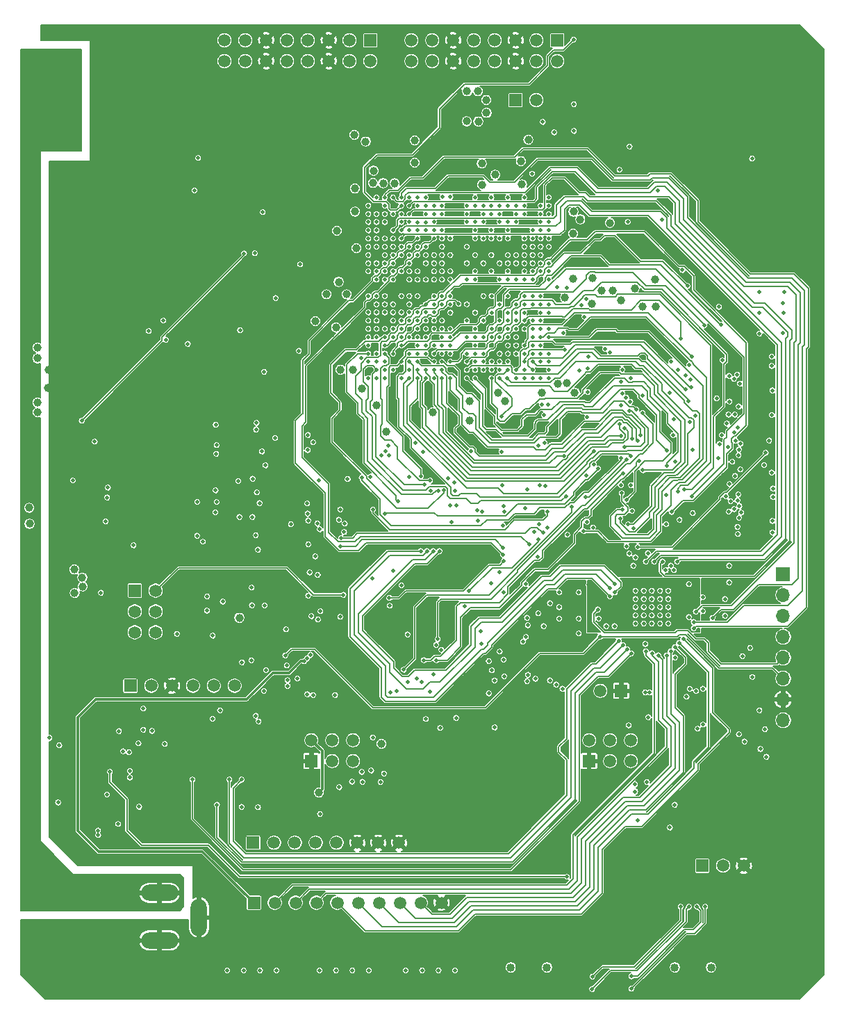
<source format=gbr>
G04 #@! TF.GenerationSoftware,KiCad,Pcbnew,(5.1.6)-1*
G04 #@! TF.CreationDate,2020-09-23T13:58:01+03:00*
G04 #@! TF.ProjectId,Cryptech Alpha,43727970-7465-4636-9820-416c7068612e,rev?*
G04 #@! TF.SameCoordinates,Original*
G04 #@! TF.FileFunction,Copper,L6,Inr*
G04 #@! TF.FilePolarity,Positive*
%FSLAX46Y46*%
G04 Gerber Fmt 4.6, Leading zero omitted, Abs format (unit mm)*
G04 Created by KiCad (PCBNEW (5.1.6)-1) date 2020-09-23 13:58:01*
%MOMM*%
%LPD*%
G01*
G04 APERTURE LIST*
G04 #@! TA.AperFunction,ViaPad*
%ADD10C,1.500000*%
G04 #@! TD*
G04 #@! TA.AperFunction,ViaPad*
%ADD11R,1.500000X1.500000*%
G04 #@! TD*
G04 #@! TA.AperFunction,ViaPad*
%ADD12O,1.700000X1.700000*%
G04 #@! TD*
G04 #@! TA.AperFunction,ViaPad*
%ADD13R,1.700000X1.700000*%
G04 #@! TD*
G04 #@! TA.AperFunction,ViaPad*
%ADD14O,2.000000X4.500000*%
G04 #@! TD*
G04 #@! TA.AperFunction,ViaPad*
%ADD15O,4.500000X2.000000*%
G04 #@! TD*
G04 #@! TA.AperFunction,WasherPad*
%ADD16C,1.016000*%
G04 #@! TD*
G04 #@! TA.AperFunction,ViaPad*
%ADD17C,0.500000*%
G04 #@! TD*
G04 #@! TA.AperFunction,ViaPad*
%ADD18C,1.000000*%
G04 #@! TD*
G04 #@! TA.AperFunction,ViaPad*
%ADD19C,0.600000*%
G04 #@! TD*
G04 #@! TA.AperFunction,Conductor*
%ADD20C,0.300000*%
G04 #@! TD*
G04 #@! TA.AperFunction,Conductor*
%ADD21C,0.150000*%
G04 #@! TD*
G04 #@! TA.AperFunction,Conductor*
%ADD22C,0.164000*%
G04 #@! TD*
G04 #@! TA.AperFunction,Conductor*
%ADD23C,0.200000*%
G04 #@! TD*
G04 #@! TA.AperFunction,Conductor*
%ADD24C,0.127000*%
G04 #@! TD*
G04 APERTURE END LIST*
D10*
X73730000Y19800000D03*
D11*
X76270000Y19800000D03*
D12*
X96000000Y16220000D03*
X96000000Y18760000D03*
X96000000Y21300000D03*
X96000000Y23840000D03*
X96000000Y26380000D03*
X96000000Y28920000D03*
X96000000Y31460000D03*
D13*
X96000000Y34000000D03*
D10*
X29133790Y20421600D03*
X26593790Y20421600D03*
X24053790Y20421600D03*
X21513790Y20421600D03*
X18973790Y20421600D03*
D11*
X16433790Y20421600D03*
D10*
X36580000Y-6000000D03*
X54360000Y-6000000D03*
X51820000Y-6000000D03*
X49280000Y-6000000D03*
X46740000Y-6000000D03*
X44200000Y-6000000D03*
X41660000Y-6000000D03*
X39120000Y-6000000D03*
X34040000Y-6000000D03*
D11*
X31500000Y-6000000D03*
D14*
X24800000Y-7800000D03*
D15*
X20000000Y-10600000D03*
X20000000Y-4800000D03*
D16*
X62800000Y-13884000D03*
X67209800Y-13884000D03*
X82800000Y-13884000D03*
X87209800Y-13884000D03*
D10*
X91219330Y-1500000D03*
X88679330Y-1500000D03*
D11*
X86139330Y-1500000D03*
D10*
X65916800Y91744800D03*
D11*
X63376800Y91744800D03*
X68472990Y99034600D03*
D10*
X68472990Y96494600D03*
X65932990Y99034600D03*
X65932990Y96494600D03*
X63392990Y99034600D03*
X63392990Y96494600D03*
X60852990Y99034600D03*
X60852990Y96494600D03*
X58312990Y99034600D03*
X58312990Y96494600D03*
X55772990Y99034600D03*
X55772990Y96494600D03*
X53232990Y99034600D03*
X53232990Y96494600D03*
X50692990Y99034600D03*
X50692990Y96494600D03*
D11*
X45689190Y99034600D03*
D10*
X45689190Y96494600D03*
X43149190Y99034600D03*
X43149190Y96494600D03*
X40609190Y99034600D03*
X40609190Y96494600D03*
X38069190Y99034600D03*
X38069190Y96494600D03*
X35529190Y99034600D03*
X35529190Y96494600D03*
X32989190Y99034600D03*
X32989190Y96494600D03*
X30449190Y99034600D03*
X30449190Y96494600D03*
X27909190Y99034600D03*
X27909190Y96494600D03*
D11*
X38506390Y11252200D03*
D10*
X38506390Y13792200D03*
X41046390Y11252200D03*
X41046390Y13792200D03*
X43586390Y11252200D03*
X43586390Y13792200D03*
D11*
X72364590Y11252200D03*
D10*
X72364590Y13792200D03*
X74904590Y11252200D03*
X74904590Y13792200D03*
X77444590Y11252200D03*
X77444590Y13792200D03*
D11*
X16980000Y32015000D03*
D10*
X19520000Y32015000D03*
X16980000Y29475000D03*
X19520000Y29475000D03*
X16980000Y26935000D03*
X19520000Y26935000D03*
X49190000Y1300000D03*
D11*
X31410000Y1300000D03*
D10*
X33950000Y1300000D03*
X36490000Y1300000D03*
X39030000Y1300000D03*
X41570000Y1300000D03*
X44110000Y1300000D03*
X46650000Y1300000D03*
D17*
X37600000Y23400000D03*
X24585000Y42815000D03*
X81700000Y34500000D03*
X84500000Y28800000D03*
X75438000Y27686000D03*
X68700000Y31800000D03*
X68700000Y30000000D03*
X71100000Y31800000D03*
X68700000Y28600000D03*
X71100000Y28600000D03*
X71100000Y26800000D03*
X38000000Y23800000D03*
X38400000Y24200000D03*
X92207800Y84632800D03*
X71100000Y30000000D03*
X79000000Y29000000D03*
X80000000Y29000000D03*
X80000000Y28000000D03*
X79000000Y28000000D03*
X78000000Y28000000D03*
X78000000Y29000000D03*
X78000000Y30000000D03*
X79000000Y30000000D03*
X80000000Y30000000D03*
X81000000Y30000000D03*
X81000000Y29000000D03*
X81000000Y28000000D03*
X82000000Y28000000D03*
X82000000Y29000000D03*
X82000000Y30000000D03*
X82000000Y31000000D03*
X81000000Y31000000D03*
X80000000Y31000000D03*
X79000000Y31000000D03*
X78000000Y31000000D03*
X82000000Y32000000D03*
X81000000Y32000000D03*
X80000000Y32000000D03*
X79000000Y32000000D03*
X78000000Y32000000D03*
X66000000Y5500000D03*
D18*
X60660000Y-14963590D03*
X80500000Y-9536420D03*
X89500000Y-15000000D03*
X89487400Y-9500000D03*
X80660000Y-15067780D03*
X69488400Y-15000000D03*
X69488400Y-9000000D03*
X60500000Y-9413610D03*
X85000000Y-8000000D03*
X66500000Y-9000000D03*
X35750000Y-16750000D03*
X57500000Y-16800000D03*
X48750000Y-16750000D03*
X47000000Y-16750000D03*
X37982000Y-16750000D03*
X27000000Y-16800000D03*
D17*
X30530800Y-9000000D03*
X30750000Y-1500000D03*
X8250000Y2654120D03*
X11772170Y2692730D03*
D18*
X43593770Y52492120D03*
D17*
X84554130Y15100740D03*
X87550000Y15025000D03*
X88679330Y15000730D03*
X89125000Y19525000D03*
X12100590Y12500610D03*
X16700000Y8425000D03*
X13550000Y4400000D03*
X11125000Y7400000D03*
X79450000Y21550000D03*
X69113400Y12736600D03*
X51436900Y77889100D03*
D18*
X46125000Y85949990D03*
X40950000Y87500000D03*
X47175000Y87350000D03*
X48700000Y87325000D03*
D17*
X55450100Y75882500D03*
X57448700Y75882500D03*
X72202200Y58097800D03*
X57453420Y67884780D03*
X58453420Y67884780D03*
X57448700Y70904100D03*
X58453420Y66884780D03*
X55450100Y71894700D03*
X59453420Y69892820D03*
X57453420Y65884780D03*
X58448700Y71894700D03*
X59453420Y66884780D03*
X54434100Y65889500D03*
X59448700Y70904100D03*
X52452900Y67889500D03*
X57448700Y72885300D03*
X55445380Y64884770D03*
X60453420Y69892820D03*
X59453420Y65884780D03*
X52452900Y70904100D03*
X58453420Y64884770D03*
X60453420Y66884780D03*
X59448700Y72885300D03*
X60448700Y71894700D03*
X57453420Y63884770D03*
X61453430Y67884780D03*
X55450100Y73901300D03*
X61448700Y70904100D03*
X51436900Y66889500D03*
X58448700Y73901300D03*
X60453420Y64884770D03*
X59453420Y63884770D03*
X61453430Y65884780D03*
X53443500Y73901300D03*
X59448700Y73901300D03*
X57448700Y74891900D03*
X61448700Y72885300D03*
X62453420Y66884780D03*
X60448700Y73901300D03*
X53443500Y62889500D03*
X61453430Y63884770D03*
X61448700Y73901300D03*
X49455700Y69888100D03*
X57453420Y61884780D03*
X63453420Y67884780D03*
X49455700Y66889500D03*
X63448700Y70904100D03*
X49455700Y71894700D03*
X59448700Y75882500D03*
X59453420Y61884780D03*
X50446300Y63889500D03*
X62448700Y73901300D03*
X60453420Y61884780D03*
X55450100Y76898500D03*
X48439700Y67889500D03*
X54434100Y76898500D03*
X50446300Y74891900D03*
X61448700Y75882500D03*
X61453430Y61884780D03*
X63448700Y73901300D03*
X60453420Y60884780D03*
X60448700Y76898500D03*
X55450100Y77889100D03*
X63448700Y74891900D03*
X58448700Y77889100D03*
X65453430Y65884780D03*
X63448700Y75882500D03*
X47449100Y64889500D03*
X52452900Y59889500D03*
X64453420Y62884780D03*
X55445380Y58884780D03*
X66453420Y69892820D03*
X55450100Y78905100D03*
X49455700Y60889500D03*
X64448700Y75882500D03*
X48439700Y61889500D03*
X62448700Y77889100D03*
X46433100Y72885300D03*
X45442500Y69888100D03*
X57448700Y79895700D03*
X64448700Y76898500D03*
X47449100Y75882500D03*
X63453420Y59884770D03*
X59453420Y57884780D03*
X59448700Y79895700D03*
X67448700Y72885300D03*
X48439700Y59889500D03*
X65448700Y76898500D03*
X61448700Y79895700D03*
X46433100Y61889500D03*
X65448700Y77889100D03*
X67453420Y61884780D03*
X63448700Y79895700D03*
X65448700Y78905100D03*
X66453420Y58884780D03*
X65448700Y79895700D03*
X45442500Y58889500D03*
X66448700Y79895700D03*
X46431200Y78909800D03*
X56413400Y79959200D03*
D18*
X7250000Y82000000D03*
X8250000Y82000000D03*
X9250000Y82000000D03*
X10250000Y82000000D03*
X11250000Y82000000D03*
X12250000Y82000000D03*
X13250000Y82000000D03*
X14250000Y82000000D03*
X15250000Y82000000D03*
X16250000Y82000000D03*
X17250000Y82000000D03*
X18250000Y82000000D03*
X18250000Y80750000D03*
X17250000Y80750000D03*
X16250000Y80750000D03*
X15250000Y80750000D03*
X14250000Y80750000D03*
X13250000Y80750000D03*
X12250000Y80750000D03*
X11250000Y80750000D03*
X10250000Y80750000D03*
X9250000Y80750000D03*
X8250000Y80750000D03*
X7250000Y80750000D03*
X18250000Y79500000D03*
X17250000Y79500000D03*
X16250000Y79500000D03*
X15250000Y79500000D03*
X14250000Y79500000D03*
X13250000Y79500000D03*
X12250000Y79500000D03*
X11250000Y79500000D03*
X10250000Y79500000D03*
X9250000Y79500000D03*
X8250000Y79500000D03*
X7250000Y79500000D03*
X18250000Y78250000D03*
X17250000Y78250000D03*
X16250000Y78250000D03*
X15250000Y78250000D03*
X14250000Y78250000D03*
X13250000Y78250000D03*
X12250000Y78250000D03*
X11250000Y78250000D03*
X10250000Y78250000D03*
X9250000Y78250000D03*
X8250000Y78250000D03*
X7250000Y78250000D03*
X18250000Y77000000D03*
X17250000Y77000000D03*
X16250000Y77000000D03*
X15250000Y77000000D03*
X14250000Y77000000D03*
X13250000Y77000000D03*
X12250000Y77000000D03*
X11250000Y77000000D03*
X10250000Y77000000D03*
X9250000Y77000000D03*
X8250000Y77000000D03*
X7250000Y77000000D03*
X18250000Y75750000D03*
X17250000Y75750000D03*
X16250000Y75750000D03*
X15250000Y75750000D03*
X14250000Y75750000D03*
X13250000Y75750000D03*
X12250000Y75750000D03*
X11250000Y75750000D03*
X10250000Y75750000D03*
X9250000Y75750000D03*
X8250000Y75750000D03*
X7250000Y75750000D03*
X18250000Y74500000D03*
X17250000Y74500000D03*
X16250000Y74500000D03*
X15250000Y74500000D03*
X14250000Y74500000D03*
X13250000Y74500000D03*
X12250000Y74500000D03*
X11250000Y74500000D03*
X10250000Y74500000D03*
X9250000Y74500000D03*
X8250000Y74500000D03*
X7250000Y74500000D03*
X39025000Y62075000D03*
X41475000Y62025000D03*
X41050000Y54450000D03*
X51300000Y53800000D03*
X55700000Y52700000D03*
X55775000Y55075000D03*
X67950000Y51650000D03*
X69750040Y51650000D03*
X70500000Y64675000D03*
X72750000Y64300000D03*
X76325000Y64300000D03*
X73825000Y63050000D03*
X75325000Y63050000D03*
X70375000Y71950000D03*
X72750000Y72025000D03*
X80400000Y73050000D03*
X78975000Y73025000D03*
X77925000Y74700000D03*
X81450000Y74625000D03*
X70350000Y73825000D03*
X74825000Y74525000D03*
X69275000Y80925000D03*
X68125000Y81450000D03*
X62875000Y82675000D03*
X55350000Y81525000D03*
X55325000Y84000000D03*
X62200000Y86850000D03*
X61000000Y85575000D03*
X54025000Y83050000D03*
X49725000Y86075000D03*
X52300000Y89200000D03*
X50925000Y89175000D03*
X50925000Y92800000D03*
X52300000Y92775000D03*
X49925000Y91725000D03*
X49950000Y90275000D03*
X39525000Y86450000D03*
X42075010Y80975000D03*
X42200000Y78175000D03*
X42450000Y72675000D03*
X42875000Y66100000D03*
X40350000Y66375000D03*
X38775000Y76600000D03*
X39900000Y76600000D03*
X40375000Y79200000D03*
X38775000Y72825000D03*
X39825000Y72800000D03*
X39875000Y75375000D03*
X24275000Y99850000D03*
X24275000Y98350000D03*
X24275000Y94850000D03*
X24275000Y93350000D03*
X24275000Y89850000D03*
X24275000Y88250000D03*
X5150000Y53724980D03*
X5100000Y54900000D03*
X6400000Y56700000D03*
X7700000Y56700000D03*
X7800000Y58900000D03*
X6500000Y58900000D03*
X5100000Y61600000D03*
X5100000Y60300000D03*
X12100000Y67900000D03*
X12100000Y66500000D03*
X13800000Y69600000D03*
X32900000Y54000000D03*
X36500000Y54200000D03*
X24800000Y51400000D03*
X24800000Y49900000D03*
X24800000Y47000000D03*
X24800000Y45500000D03*
X7200000Y40150000D03*
X7200000Y42100000D03*
X4150000Y40150000D03*
X4100000Y42100000D03*
X29750000Y24450000D03*
X92300000Y6200000D03*
X86425000Y5075000D03*
X74850000Y8475000D03*
X48275000Y8500000D03*
X26850000Y8975000D03*
X7750000Y17050000D03*
X25275000Y16900000D03*
X43549990Y51350000D03*
X74300000Y73300000D03*
D17*
X94100000Y62000000D03*
X93300000Y57800000D03*
X94600000Y58400000D03*
X94600000Y55400000D03*
X94600000Y52400000D03*
X94676800Y45423200D03*
X94795600Y41495600D03*
X93500000Y38100000D03*
X79000000Y60400000D03*
X77505400Y58894600D03*
X77424400Y56024400D03*
X73556800Y61456800D03*
X72128800Y52128800D03*
X60934600Y50865400D03*
X56588800Y51511200D03*
X50147600Y50052400D03*
X39717600Y50082400D03*
X31235800Y44935800D03*
X29821800Y41978200D03*
X29417600Y36717600D03*
X27207800Y33007800D03*
X27550000Y32050000D03*
X31123000Y31377000D03*
X32700000Y39300000D03*
X39200000Y21400000D03*
X37800000Y21600000D03*
X40470200Y20729800D03*
D18*
X48450000Y13350000D03*
D17*
X55186200Y15313800D03*
X62400000Y15951200D03*
X67529000Y21971000D03*
X68584000Y23684000D03*
X67792600Y23007400D03*
X66156600Y30243400D03*
X66038400Y35161600D03*
X66285400Y41114600D03*
X65042800Y88442800D03*
X87923600Y60326400D03*
X89416000Y59166000D03*
X89454200Y56045800D03*
X88423600Y53326400D03*
X89487400Y45987400D03*
X89398000Y40648000D03*
X88439200Y39310800D03*
X48439700Y57889500D03*
D18*
X63200000Y52650000D03*
X60100000Y52800000D03*
D17*
X72150000Y55375000D03*
X58000000Y50825000D03*
X81450000Y53375000D03*
X72007600Y41392400D03*
X87800000Y43324000D03*
X43900000Y62875000D03*
X77453780Y45852240D03*
D18*
X66478240Y52027540D03*
X65053170Y52702570D03*
D17*
X72157800Y45042200D03*
X72117400Y38182600D03*
X78810800Y39310800D03*
X81300000Y11150000D03*
X86131400Y10168600D03*
X89525000Y9425000D03*
X88100000Y10300000D03*
X89600000Y10275000D03*
X93163400Y19813400D03*
X88032000Y24968000D03*
X89032000Y24032000D03*
X79655400Y18619600D03*
X83546400Y18103600D03*
X79600000Y15597000D03*
X74225000Y16700000D03*
X12875000Y27375000D03*
X13000000Y23050000D03*
X26600000Y24550000D03*
X51816000Y12559000D03*
X36000000Y15825000D03*
X20750000Y7697600D03*
X21500000Y9225000D03*
X20625000Y11228200D03*
X22325000Y11375000D03*
X20686390Y12336400D03*
X8564000Y6886000D03*
X13575000Y2850000D03*
X53725000Y11975000D03*
X17225000Y4500000D03*
X17170000Y3000000D03*
X12717200Y15782800D03*
X73500000Y95250000D03*
X73500000Y90000000D03*
X73500000Y88000000D03*
X73500000Y82750000D03*
X77500000Y78750000D03*
X82250000Y78750000D03*
X85000000Y78750000D03*
X90000000Y78750000D03*
X94000000Y82750000D03*
X93954600Y92647600D03*
X90000000Y99250000D03*
X85000000Y99250000D03*
X82500000Y99250000D03*
X77500000Y99250000D03*
X76500000Y96250000D03*
X80000000Y96250000D03*
X83250000Y96250000D03*
X76500000Y93500000D03*
X80000000Y93500000D03*
X83250000Y93500000D03*
X76500000Y90750000D03*
X80000000Y90750000D03*
X76500000Y81500000D03*
X87000000Y83250000D03*
X92000000Y81250000D03*
X92250000Y96250000D03*
X94000000Y95250000D03*
X94000000Y90000000D03*
X94000000Y88000000D03*
X87000000Y96250000D03*
X70250000Y92500000D03*
X70250000Y98250000D03*
X70750000Y96338800D03*
X71500000Y85250000D03*
X71500000Y84000000D03*
X27200000Y84700000D03*
X27500000Y78100000D03*
X26831200Y71831200D03*
X28194000Y71431000D03*
X26050000Y74900000D03*
D18*
X25525000Y79000000D03*
X31525000Y82500000D03*
X32000000Y94000000D03*
X37000000Y94000000D03*
X44250000Y94000000D03*
D17*
X35375000Y81625000D03*
X30169400Y76344400D03*
X31580600Y76344400D03*
X30200000Y77300000D03*
X23225000Y63625000D03*
X23617800Y65082200D03*
X14833600Y48408600D03*
X14475000Y40625000D03*
X16217800Y41232200D03*
X32350000Y77375000D03*
X51970900Y81785740D03*
X53467000Y79925800D03*
X52451000Y74887200D03*
X51460400Y71890000D03*
X68875000Y64900000D03*
X22150000Y48850000D03*
X21680000Y41545000D03*
X20125000Y40400000D03*
X40125000Y51675000D03*
X31823000Y49123000D03*
X50000000Y29475000D03*
X94239400Y72110600D03*
X91325000Y74000000D03*
D18*
X48450000Y55000000D03*
D17*
X44602400Y76352400D03*
D18*
X42875000Y70675000D03*
D17*
X68300000Y67775000D03*
D18*
X35400000Y65200000D03*
X31500000Y65200000D03*
X34100000Y65200000D03*
X31550000Y63475000D03*
X70800000Y53025000D03*
D17*
X35925000Y59100000D03*
D18*
X34425000Y52400000D03*
X42100000Y52675000D03*
D17*
X32600000Y29100000D03*
X44550000Y24225000D03*
D18*
X43725000Y76800000D03*
D17*
X70225000Y88750000D03*
X70144800Y89419800D03*
X70125000Y90075000D03*
X70225000Y82350000D03*
X15900780Y40426970D03*
D18*
X24617800Y82092800D03*
D17*
X77503780Y40626980D03*
X78850000Y43750000D03*
X37875000Y16575000D03*
X42375000Y45025000D03*
X10850000Y35875000D03*
X16579200Y11375000D03*
X80350000Y10525000D03*
X85104150Y7750380D03*
X21076030Y4675230D03*
X88135400Y15286200D03*
X84135120Y20567680D03*
D19*
X11745800Y41747200D03*
X11745800Y42347200D03*
X11745800Y42947200D03*
X11145800Y42947200D03*
X11145800Y42347200D03*
X11145800Y41747200D03*
X9945800Y41747200D03*
X9945800Y42347200D03*
X9945800Y42947200D03*
X10545800Y42947190D03*
X10545800Y42347190D03*
X10545800Y41747200D03*
X35758400Y75905600D03*
X35758400Y75305610D03*
X35758400Y74705610D03*
X36358400Y74705600D03*
X36358400Y75305600D03*
X36358400Y75905600D03*
X35158400Y75905600D03*
X35158400Y75305600D03*
X35158400Y74705600D03*
X34558400Y74705600D03*
X34558400Y75305600D03*
X34558400Y75905600D03*
X23509200Y54455200D03*
X23509200Y55055200D03*
X23509200Y55655200D03*
X22909200Y55655200D03*
X22909200Y55055200D03*
X22909200Y54455200D03*
X24109200Y54455210D03*
X24109200Y55055200D03*
X24109200Y55655200D03*
X24709200Y55655200D03*
X24709200Y55055200D03*
X24709200Y54455200D03*
X23509200Y56255200D03*
X23509200Y56855200D03*
X23509200Y57455200D03*
X22909200Y57455200D03*
X22909200Y56855200D03*
X22909200Y56255200D03*
X24109200Y56255210D03*
X24109200Y56855200D03*
X24109200Y57455200D03*
X24709200Y57455200D03*
X24709200Y56855200D03*
X24709200Y56255200D03*
X29234200Y59830200D03*
X29234200Y60430200D03*
X28634200Y60430200D03*
X28634200Y59830200D03*
X29834200Y59830200D03*
X29834200Y60430200D03*
X30434200Y60430200D03*
X30434200Y59830200D03*
X24709200Y58055210D03*
X24709200Y58655200D03*
X24709200Y59255200D03*
X24109200Y59255200D03*
X24109200Y58655200D03*
X24109200Y58055210D03*
X22909200Y58055210D03*
X22909200Y58655200D03*
X22909200Y59255200D03*
X23509200Y59255200D03*
X23509200Y58655200D03*
X23509200Y58055200D03*
D17*
X61000000Y8475000D03*
X61000000Y2000000D03*
X59500000Y5500000D03*
X84599400Y11125600D03*
X29550000Y38550000D03*
X52550000Y56400000D03*
X50446300Y61889500D03*
X48439700Y76898500D03*
X49455700Y58889500D03*
X12625000Y21175000D03*
X45448600Y66878200D03*
D18*
X38750000Y75425000D03*
D17*
X68700000Y30900000D03*
X71100000Y30900000D03*
X68700000Y27700000D03*
X71100000Y27700000D03*
X87400000Y26500000D03*
X87200000Y31200000D03*
X87200000Y29500000D03*
X93400000Y31800000D03*
X94600000Y31800000D03*
X95800000Y8800000D03*
X20537242Y4325010D03*
X25051220Y6875010D03*
X83635400Y23622000D03*
X86199998Y25400000D03*
X81050000Y14900000D03*
X48439700Y78905100D03*
D18*
X54020883Y85790010D03*
D17*
X48500000Y34425000D03*
X55550000Y40375000D03*
X45925000Y33475000D03*
X37982000Y42621260D03*
X66313640Y44843000D03*
X46000000Y41875000D03*
X67250000Y41600000D03*
X48002340Y31126520D03*
X64800000Y44350000D03*
X61975000Y35600000D03*
X61725000Y44875000D03*
X42025000Y37425000D03*
X61850000Y37250000D03*
X45975000Y14125000D03*
X41900000Y8075000D03*
X47352310Y9725470D03*
X46925000Y8700000D03*
X45800000Y10100000D03*
X44727180Y8725430D03*
X43450000Y8750000D03*
X44625000Y9925000D03*
X48439700Y60889500D03*
X76050000Y83275000D03*
X56450000Y66925000D03*
X50446300Y59889500D03*
X90000000Y51300000D03*
X35400000Y27300000D03*
X72900000Y49000000D03*
X51436900Y57889500D03*
X90500000Y51900000D03*
X76700000Y51800000D03*
X39300000Y28500000D03*
X51436900Y58889500D03*
X76100000Y52300000D03*
X38500000Y28900000D03*
X89150000Y52350000D03*
X84625000Y52575000D03*
X51436900Y59889500D03*
X78103810Y54077640D03*
X32800000Y30200000D03*
X50446300Y57889500D03*
X38100000Y31400000D03*
X82654030Y52852580D03*
X77228770Y53902630D03*
X54434100Y58889500D03*
X39600000Y29500000D03*
X88504320Y50952490D03*
X78603840Y50952490D03*
X78290380Y50290380D03*
X90200000Y50300000D03*
X54434100Y57889500D03*
X45700000Y45900000D03*
X47900000Y49700000D03*
X52452900Y58889500D03*
X77600000Y50500000D03*
X88225000Y49875000D03*
X47000000Y48500000D03*
X52452900Y57889500D03*
X89300000Y49500000D03*
X76253790Y50864570D03*
X47499900Y48999900D03*
X54434100Y59889500D03*
X84925000Y49125000D03*
X81825000Y49075000D03*
X48000000Y48500000D03*
X53443500Y58889500D03*
X82554030Y50952490D03*
X69275000Y48425000D03*
X90600000Y49200000D03*
X53443500Y59889500D03*
X42925000Y45600000D03*
X77425000Y48400000D03*
X58453420Y57884780D03*
X89800000Y47700000D03*
X81850000Y47225000D03*
X61450000Y34300000D03*
X66453420Y61884780D03*
X64625000Y32800000D03*
X76700000Y49500000D03*
X55445380Y57884780D03*
X90799820Y49899900D03*
X60450000Y32950000D03*
X60453420Y57884780D03*
X94300000Y50300000D03*
X78903850Y46677280D03*
X61975000Y31828260D03*
X59453420Y58884780D03*
X61900000Y42300000D03*
X60453420Y58884780D03*
X62000000Y41600000D03*
X61453430Y59884770D03*
X64553150Y42025000D03*
X46433100Y57889500D03*
X35600000Y20400000D03*
X45442500Y57889500D03*
X35600000Y21100000D03*
X36800000Y21300000D03*
X47449100Y57889500D03*
X46433100Y59889500D03*
X35500000Y22900000D03*
X45442500Y59889500D03*
X32700000Y19800000D03*
X48900000Y19800000D03*
X49455700Y57889500D03*
X48439700Y58889500D03*
X48100000Y19650000D03*
X57453420Y60884780D03*
X59350000Y41625000D03*
X61453430Y57884780D03*
X61825000Y39975000D03*
X90425000Y39775000D03*
X77100000Y40075000D03*
X62375000Y57875000D03*
X76150000Y40800000D03*
X65675000Y39200000D03*
X90625000Y40875000D03*
X90879430Y41527030D03*
X67453420Y62884780D03*
X76400000Y41900000D03*
X59164794Y27035206D03*
X66453420Y62884780D03*
X90675000Y42300000D03*
X71675000Y39275000D03*
X59226186Y25572598D03*
X57453420Y57884780D03*
X90425000Y43000000D03*
X76953760Y43102100D03*
X55975000Y44200000D03*
X57440220Y58884780D03*
X53025000Y44200000D03*
X90525000Y43725000D03*
X76325000Y43875000D03*
X57453420Y59884770D03*
X50377460Y45877240D03*
X83175000Y44050000D03*
X55445380Y59884770D03*
X52150000Y48900000D03*
X83950000Y44325000D03*
X49455700Y59889500D03*
X51875000Y45950000D03*
X84850000Y43475000D03*
X46433100Y58889500D03*
X52300000Y44900000D03*
X89054350Y43475000D03*
X69525000Y43475000D03*
X47449100Y60889500D03*
X52975000Y45400000D03*
X81711360Y43656990D03*
X89600000Y42900000D03*
X53950000Y44200000D03*
X52452900Y66889500D03*
X90025000Y41925000D03*
X82400000Y41600000D03*
X54627670Y44227160D03*
X47449100Y62889500D03*
X76250000Y44850000D03*
X83375000Y40650000D03*
X67453420Y58884780D03*
X85000000Y41450000D03*
X67025000Y44750000D03*
X67453420Y57884780D03*
X81750000Y40100000D03*
X66453420Y57884780D03*
X90500000Y38900000D03*
X77725000Y39625000D03*
X76900000Y37425000D03*
X65453430Y57884780D03*
X90575000Y54450000D03*
X76200000Y54575000D03*
X65453430Y59884770D03*
X84475000Y55075000D03*
X66900000Y50025000D03*
X65453430Y58884780D03*
X84075000Y56550000D03*
X66128230Y49652420D03*
X63453420Y58884780D03*
X84754140Y56752770D03*
X67353290Y54652670D03*
X63449880Y57874880D03*
X76250000Y57425000D03*
X66875000Y53375000D03*
X90725000Y57225010D03*
X76400000Y58925000D03*
X64900000Y21769670D03*
X90404410Y58327850D03*
X64453420Y59884770D03*
X69375000Y61325000D03*
X64775000Y20975000D03*
X84575000Y59500000D03*
X71175000Y58850000D03*
X64453420Y58884780D03*
X84879140Y60477950D03*
X64453420Y61884780D03*
X62003030Y21576050D03*
X82375000Y59900000D03*
X88600000Y60075000D03*
X74300000Y61425000D03*
X58453420Y60884780D03*
X61925000Y23600000D03*
X83225000Y58875000D03*
X60825000Y21075000D03*
X64453420Y64884770D03*
X83525000Y62675000D03*
X60500000Y22300000D03*
X84100000Y58200000D03*
X74875000Y61050000D03*
X55445380Y60884780D03*
X90000000Y57807000D03*
X60125000Y23425000D03*
X53443500Y60889500D03*
X84750000Y57725010D03*
X86400000Y64325000D03*
X47449100Y61889500D03*
X82175000Y56100000D03*
X84350000Y69125000D03*
X32068820Y16075000D03*
X49455700Y61889500D03*
X78900000Y55800000D03*
X88450000Y64375000D03*
X31728800Y16775000D03*
X31175000Y23525000D03*
X46433100Y64889500D03*
X76875000Y55525000D03*
X87900000Y55425000D03*
X76428730Y56027730D03*
X30050000Y23275000D03*
X46433100Y65889500D03*
X90100000Y53450000D03*
X93675000Y47300000D03*
X76471760Y46265120D03*
X52200000Y23550000D03*
X90137400Y45987410D03*
X78450000Y47850000D03*
X53725000Y23550000D03*
X85279160Y53302600D03*
X69700000Y38825000D03*
X53700000Y25400000D03*
X78875000Y53650000D03*
X89325000Y53450000D03*
X53900000Y26100000D03*
X63453420Y61884780D03*
X57200000Y30075000D03*
X58700000Y41823870D03*
X50446300Y60889500D03*
X58827870Y40551980D03*
X51436900Y60889500D03*
X62453420Y59884770D03*
X66575000Y54675000D03*
X57700000Y31950000D03*
X66175000Y38200000D03*
X62453420Y58884780D03*
X61653010Y53252600D03*
X56134000Y16510000D03*
X66725000Y39050000D03*
X72950000Y47350000D03*
X42150000Y38425000D03*
X64875000Y27800000D03*
X53350000Y21800000D03*
X88054300Y48177350D03*
X76900000Y47950000D03*
X71950000Y43425000D03*
X82825000Y47700000D03*
X67225000Y39650000D03*
X51377510Y21301040D03*
X93885400Y48810400D03*
X78300000Y37325000D03*
X54350000Y24800000D03*
X38975000Y36175000D03*
X38125000Y37650000D03*
X49750000Y22375000D03*
X70228430Y42252060D03*
X76228260Y48175000D03*
X90575000Y48525000D03*
X44625000Y45775000D03*
X47427310Y41402020D03*
X73450000Y46875000D03*
X90775000Y46775000D03*
X25800000Y31300000D03*
X25775000Y29575000D03*
X50250000Y20900000D03*
X26900000Y48675000D03*
X39400000Y45425000D03*
X49455700Y78905100D03*
X70450000Y99125000D03*
X50446300Y76898500D03*
X65400000Y82800000D03*
X53443500Y75882500D03*
X54434100Y75882500D03*
X55448200Y79959200D03*
X54457600Y79959200D03*
X54434100Y77889100D03*
X54434100Y78905100D03*
X52452900Y79895700D03*
X52452900Y78905100D03*
X51436900Y79895700D03*
X52452900Y77889100D03*
X51436900Y78905100D03*
X53443500Y76898500D03*
X49455700Y77889100D03*
X46433100Y79895700D03*
X47449100Y77889100D03*
X45442500Y77889100D03*
X65453430Y62884780D03*
X69225000Y63425000D03*
X67453420Y63884770D03*
X45442500Y60889500D03*
X49075000Y42875000D03*
X77950000Y8400000D03*
X47449100Y58889500D03*
X51900000Y20850000D03*
X77975000Y7550000D03*
X88175000Y66575000D03*
X53443500Y74891900D03*
X65024990Y37656640D03*
X51436900Y74891900D03*
X61850000Y36375000D03*
X50446300Y75882500D03*
X52950000Y19675000D03*
X53443500Y77889100D03*
X52450000Y16375000D03*
X32900000Y47275000D03*
X55450100Y70904100D03*
X58448700Y70904100D03*
X55445380Y65884780D03*
X55450100Y72885300D03*
X57453420Y64884770D03*
X55424700Y67889500D03*
D18*
X47250000Y81625000D03*
X48650000Y81625000D03*
X46075000Y83150000D03*
X44000000Y73725000D03*
X51100000Y84125000D03*
X51100000Y86825000D03*
X46025000Y81650000D03*
X57802820Y55102690D03*
D17*
X57453420Y69892820D03*
X57453420Y66884780D03*
X57448700Y71894700D03*
X58453420Y65884780D03*
X60453420Y67884780D03*
X59448700Y71894700D03*
X58448700Y72885300D03*
X60448700Y70904100D03*
X59453420Y64884770D03*
X60453420Y65884780D03*
X61453430Y69892820D03*
X58453420Y63884770D03*
X61453430Y66884780D03*
X60448700Y72885300D03*
X61448700Y71894700D03*
X60453420Y63884770D03*
X61453430Y64884770D03*
D18*
X41825000Y69600000D03*
X40350000Y68100000D03*
X42800000Y68100000D03*
X43600000Y58924980D03*
X44675000Y56600000D03*
X57750000Y52725000D03*
X61225000Y56125000D03*
X75250000Y68550000D03*
X73875000Y68550000D03*
X76275000Y67375000D03*
X69425000Y67675000D03*
X77900000Y68825000D03*
X78900000Y66600000D03*
X80500000Y66575000D03*
X80350000Y69900000D03*
X70375000Y69975000D03*
X60900000Y82650000D03*
X59300000Y81450000D03*
X59275000Y84025000D03*
X57475000Y92825000D03*
X58800000Y92825000D03*
X59825000Y91775000D03*
X59850000Y90200000D03*
X57425000Y89175000D03*
X58850000Y89150000D03*
X72725000Y66950000D03*
X42050000Y58924980D03*
X72753550Y70078420D03*
D17*
X15050000Y14900000D03*
X38050000Y41400000D03*
X24575000Y38700000D03*
X32476580Y48952390D03*
X85400000Y19775000D03*
X86225000Y20075000D03*
X84600000Y20050000D03*
X93108400Y17433400D03*
X64653150Y26376290D03*
X93800000Y15125000D03*
X64279110Y25785200D03*
X92250000Y21500000D03*
X93218000Y12718000D03*
X93968000Y11782000D03*
X91968000Y25032000D03*
X91032000Y24032000D03*
X79725000Y19619600D03*
X79578000Y16597000D03*
X30000000Y5675000D03*
X32000000Y5625000D03*
X79171560Y19622870D03*
X82804000Y23876000D03*
X84229700Y19084940D03*
X77173070Y15605840D03*
X15550000Y12450000D03*
X38100000Y40550000D03*
X25275000Y37975000D03*
X39225000Y40200000D03*
X18025000Y17650000D03*
X6571600Y14071600D03*
X7773400Y13176600D03*
X7621000Y6204000D03*
X12500000Y2800000D03*
X19069200Y14919200D03*
X27351200Y17426200D03*
X14940800Y3590800D03*
X26450000Y16400000D03*
X20638600Y13336400D03*
X39550000Y4800000D03*
X12516240Y2253300D03*
X13600000Y7175000D03*
X17512500Y5687500D03*
D18*
X39425000Y7402400D03*
D17*
X31825000Y52450000D03*
X31750000Y51625000D03*
X38050000Y49123000D03*
X34075000Y50600000D03*
X29802200Y63725000D03*
X32750000Y58650000D03*
X45500000Y-14250000D03*
X41500000Y-14250000D03*
X39500000Y-14250000D03*
X43500000Y-14250000D03*
X34250000Y-14250000D03*
X30255000Y-14250000D03*
X28250000Y-14250000D03*
X32250000Y-14250000D03*
X83500000Y-6500000D03*
X72750000Y-15000000D03*
X52000000Y-14250000D03*
X56000000Y-14250000D03*
X54000000Y-14250000D03*
X50000000Y-14250000D03*
X85500000Y-6500000D03*
X77496220Y-14963590D03*
X86500000Y-6500000D03*
X77496220Y-16469460D03*
X16825000Y37525000D03*
X82200000Y3150000D03*
X24250000Y80750000D03*
X32975000Y22325000D03*
X45442500Y62889500D03*
X30300000Y73075000D03*
X10498200Y52700000D03*
X23436600Y62069330D03*
X13610600Y43360600D03*
D18*
X8000000Y88514570D03*
X9500000Y88494600D03*
X9500000Y87000000D03*
X8000000Y87019970D03*
X8000000Y91439570D03*
X9500000Y91419600D03*
X9500000Y89925000D03*
X8000000Y89944970D03*
X8000000Y94439570D03*
X9500000Y94419600D03*
X9500000Y92925000D03*
X8000000Y92944970D03*
X8000000Y95944970D03*
X9500000Y95925000D03*
X9500000Y97419600D03*
X8000000Y97439570D03*
D17*
X70500000Y88000000D03*
X24700000Y84700000D03*
X31600000Y73100000D03*
X20750000Y62575000D03*
X13698400Y44551600D03*
X26825000Y44225000D03*
X26950000Y42800000D03*
X26801310Y41552030D03*
X82797720Y5925000D03*
X13950000Y9950000D03*
X37125000Y71750000D03*
X18675000Y63625000D03*
X20450000Y64900000D03*
X12090000Y50165000D03*
X13425000Y40450000D03*
X9425000Y45425000D03*
X32575000Y78100000D03*
X69634500Y-2832500D03*
D18*
X43750000Y87525000D03*
X45125000Y86700080D03*
D17*
X50446300Y79895700D03*
D18*
X62075000Y55075000D03*
D17*
X53443500Y67889500D03*
X54434100Y71894700D03*
X55445380Y63884770D03*
X52452900Y64889500D03*
X50446300Y69888100D03*
X55450100Y74891900D03*
X51436900Y72885300D03*
X62448700Y72885300D03*
X60453420Y62884780D03*
X49455700Y65889500D03*
X52452900Y75882500D03*
X63453420Y64884770D03*
X64453420Y67884780D03*
X51436900Y61889500D03*
X62453420Y61884780D03*
X47449100Y70904100D03*
X58453420Y59884770D03*
X48439700Y73901300D03*
X65448700Y71894700D03*
X48439700Y62889500D03*
X46433100Y66889500D03*
X53443500Y78905100D03*
X49455700Y76898500D03*
X61453430Y58884780D03*
X66453420Y63884770D03*
X67453420Y66884780D03*
X53443500Y57889500D03*
X50446300Y58889500D03*
X66448700Y74891900D03*
X65453430Y60884780D03*
X45442500Y63889500D03*
X45442500Y74891900D03*
X47449100Y59889500D03*
X46433100Y77889100D03*
X64453420Y57884780D03*
X67448700Y77889100D03*
D18*
X41500000Y64075000D03*
X53300000Y53725000D03*
X68550000Y57175000D03*
X66600000Y56100000D03*
X71275000Y77225000D03*
X74875000Y76800000D03*
X64175000Y81475000D03*
X64950000Y86925000D03*
X64025000Y84325000D03*
X43800000Y80975000D03*
X43825000Y78175000D03*
X41600000Y75825000D03*
X9625000Y34575000D03*
X10575000Y33600000D03*
X10625000Y32525000D03*
X9650000Y31725000D03*
X29725000Y28700000D03*
X47650000Y51350000D03*
X70400000Y75500000D03*
D17*
X94600000Y60500000D03*
X94600000Y59377200D03*
X94700000Y56400000D03*
X94600000Y53400000D03*
X94600000Y46400000D03*
X94695600Y40495600D03*
X94692000Y39108000D03*
X77405400Y57894600D03*
X77375600Y55024400D03*
X72202200Y59097800D03*
X72300000Y60500000D03*
X72200000Y56200000D03*
X72128800Y53128800D03*
X51147600Y50052400D03*
X31335800Y45635800D03*
X31321800Y40978200D03*
X29721800Y40978200D03*
X31223000Y32377000D03*
X38000000Y19400000D03*
X38700000Y19300000D03*
D18*
X47050000Y13350000D03*
D17*
X54186200Y15286200D03*
X60841000Y15341000D03*
X66156600Y29243400D03*
X66061600Y36161600D03*
X66285400Y40114600D03*
X68080000Y87820000D03*
X66700400Y89099600D03*
X89416000Y58166000D03*
X89454200Y55045800D03*
X89487400Y44987400D03*
D18*
X70600000Y56124990D03*
X69625000Y57250000D03*
X46425000Y54550000D03*
D17*
X54434100Y60889500D03*
X57975000Y49025000D03*
X61675000Y48950000D03*
X38717600Y50082400D03*
X72107600Y40392400D03*
X72825000Y39700000D03*
X77453780Y44852190D03*
X89379360Y41627030D03*
X72042200Y46042200D03*
X91291800Y13633200D03*
X12850000Y31750000D03*
X18009600Y15059600D03*
X80695800Y80725000D03*
X47455200Y67894200D03*
X38075000Y50975000D03*
X26838600Y52211400D03*
X26940200Y49734800D03*
X42025000Y28825000D03*
X93052200Y68402200D03*
X93052200Y65827200D03*
X93127200Y63327200D03*
X79400000Y8700000D03*
X83704080Y71053470D03*
X44552170Y60377950D03*
D18*
X39000000Y64825000D03*
D17*
X36975000Y61225000D03*
X34150000Y67650000D03*
X31850000Y43975000D03*
X32175000Y42675000D03*
X31726550Y38751890D03*
X31242000Y30226000D03*
X48050000Y30175000D03*
X50225000Y26675000D03*
X29595000Y45355000D03*
X65800000Y21275000D03*
X77572600Y41727400D03*
X77290800Y86090800D03*
D18*
X70450000Y78175000D03*
D17*
X77048600Y76920600D03*
X81207400Y77225000D03*
X32000000Y37000000D03*
X42025000Y41900000D03*
X38275000Y34225000D03*
X27700000Y30675000D03*
X41850000Y40650000D03*
X39275000Y33925000D03*
X39525000Y39475000D03*
X42575000Y40175000D03*
X49475000Y32650000D03*
X42500000Y39150000D03*
X36000000Y40100000D03*
X42400000Y31500000D03*
X26475000Y26525000D03*
X16375000Y9250000D03*
X16375000Y10050000D03*
X85575000Y15200000D03*
X86229210Y15700770D03*
X61450000Y24600000D03*
X60125000Y19500000D03*
X17425000Y13425000D03*
X16275000Y12325000D03*
X90600000Y14525000D03*
X70500000Y91250000D03*
X84500000Y-6500000D03*
X72725000Y-16500000D03*
X57448700Y73901300D03*
X22100000Y26750000D03*
X78275000Y4000000D03*
X41400000Y19300000D03*
X59453420Y62884780D03*
X58453420Y62884780D03*
X57453420Y62884780D03*
X96152200Y68401800D03*
X54434100Y64889500D03*
X68475000Y68975000D03*
X96052200Y65834400D03*
X54434100Y63889500D03*
X69675000Y68889000D03*
X95952200Y63352200D03*
X55445380Y61884780D03*
X71775000Y65350000D03*
X55445380Y62884780D03*
X71409770Y66809780D03*
X55445380Y66884780D03*
X55441360Y69896840D03*
X45442500Y65889500D03*
X45442500Y64889500D03*
X48439700Y63889500D03*
X95952200Y67001800D03*
X54434100Y62889500D03*
X72050000Y67575000D03*
X58453420Y58884780D03*
X59453420Y59884770D03*
X60453420Y59884770D03*
X66453420Y59884770D03*
X46433100Y60889500D03*
X52452900Y60889500D03*
X59453420Y60884780D03*
X61453430Y60884780D03*
X62453420Y60884780D03*
X63453420Y60884780D03*
X64453420Y60884780D03*
X45442500Y61889500D03*
X52452900Y61889500D03*
X53443500Y61889500D03*
X54434100Y61889500D03*
X58453420Y61884780D03*
X46433100Y62889500D03*
X49455700Y62889500D03*
X50446300Y62889500D03*
X51436900Y62889500D03*
X52452900Y62889500D03*
X61453430Y62884780D03*
X62453420Y62884780D03*
X63453420Y62884780D03*
X46433100Y63889500D03*
X47449100Y63889500D03*
X49455700Y63889500D03*
X51436900Y63889500D03*
X52452900Y63889500D03*
X53443500Y63889500D03*
X62453420Y63884770D03*
X63453420Y63884770D03*
X64453420Y63884770D03*
X65453430Y63884770D03*
X48439700Y64889500D03*
X49455700Y64889500D03*
X50446300Y64889500D03*
X51436900Y64889500D03*
X53443500Y64889500D03*
X62453420Y64884770D03*
X65453430Y64884770D03*
X66453420Y64884770D03*
X47449100Y65889500D03*
X48439700Y65889500D03*
X50446300Y65889500D03*
X51436900Y65889500D03*
X52452900Y65889500D03*
X53443500Y65889500D03*
X62453420Y65884780D03*
X63453420Y65884780D03*
X64453420Y65884780D03*
X66453420Y65884780D03*
X67453420Y65884780D03*
X47449100Y66889500D03*
X48439700Y66889500D03*
X50446300Y66889500D03*
X53443500Y66889500D03*
X54434100Y66889500D03*
X63453420Y66884780D03*
X64453420Y66884780D03*
X65453430Y66884780D03*
X66453420Y66884780D03*
X45442500Y67889500D03*
X46433100Y67889500D03*
X49455700Y67889500D03*
X50446300Y67889500D03*
X51436900Y67889500D03*
X54434100Y67889500D03*
X59453420Y67884780D03*
X62453420Y67884780D03*
X65453430Y67884780D03*
X66453420Y67884780D03*
X46433100Y69888100D03*
X47449000Y69888100D03*
X48440000Y69888100D03*
X51436900Y69888100D03*
X52452900Y69888100D03*
X53443500Y69888100D03*
X54434100Y69888100D03*
X58453420Y69892820D03*
X62453420Y69892820D03*
X63453420Y69892820D03*
X64453420Y69892820D03*
X65453430Y69892820D03*
X67453420Y69892820D03*
X45442500Y70904100D03*
X46433100Y70904100D03*
X48439700Y70904100D03*
X49455700Y70904100D03*
X50446300Y70904100D03*
X51436900Y70904100D03*
X53443500Y70904100D03*
X54434100Y70904100D03*
X62448700Y70904100D03*
X64448700Y70904100D03*
X65448700Y70904100D03*
X66448700Y70904100D03*
X67448700Y70904100D03*
X45442500Y71894700D03*
X46433100Y71894700D03*
X47449100Y71894700D03*
X48439700Y71894700D03*
X50446300Y71894700D03*
X52452900Y71894700D03*
X53443500Y71894700D03*
X62448700Y71894700D03*
X63448700Y71894700D03*
X64448700Y71894700D03*
X66448700Y71894700D03*
X67448700Y71894700D03*
X45442500Y72885300D03*
X47449100Y72885300D03*
X48439700Y72885300D03*
X49455700Y72885300D03*
X50446300Y72885300D03*
X52452900Y72885300D03*
X53443500Y72885300D03*
X54434100Y72885300D03*
X63448700Y72885300D03*
X64448700Y72885300D03*
X65448700Y72885300D03*
X66448700Y72885300D03*
X45442500Y73901300D03*
X46433100Y73901300D03*
X47449100Y73901300D03*
X49455700Y73901300D03*
X50446300Y73901300D03*
X51436900Y73901300D03*
X52452900Y73901300D03*
X54434100Y73901300D03*
X64448700Y73901300D03*
X65448700Y73901300D03*
X66448700Y73901300D03*
X67448700Y73901300D03*
X46433100Y74891900D03*
X47449100Y74891900D03*
X48439700Y74891900D03*
X54434100Y74891900D03*
X58448700Y74891900D03*
X59448700Y74891900D03*
X60448700Y74891900D03*
X61448700Y74891900D03*
X62448700Y74891900D03*
X64448700Y74891900D03*
X65448700Y74891900D03*
X67448700Y74891900D03*
X45442500Y75882500D03*
X46433100Y75882500D03*
X51436900Y75882500D03*
X58448700Y75882500D03*
X60448700Y75882500D03*
X62448700Y75882500D03*
X65448700Y75882500D03*
X66448700Y75882500D03*
X67448700Y75882500D03*
X45442500Y76898500D03*
X46433100Y76898500D03*
X47449100Y76898500D03*
X51475000Y76875000D03*
X52450000Y76875000D03*
X57448700Y76898500D03*
X58448700Y76898500D03*
X59448700Y76898500D03*
X61448700Y76898500D03*
X62448700Y76898500D03*
X63448700Y76898500D03*
X66448700Y76898500D03*
X67448700Y76898500D03*
X48439700Y77889100D03*
X57448700Y77889100D03*
X59448700Y77889100D03*
X60448700Y77889100D03*
X61448700Y77889100D03*
X63448700Y77889100D03*
X64448700Y77889100D03*
X66448700Y77889100D03*
X45442500Y78905100D03*
X57448700Y78905100D03*
X58448700Y78905100D03*
X59448700Y78905100D03*
X60448700Y78905100D03*
X61448700Y78905100D03*
X62448700Y78905100D03*
X63448700Y78905100D03*
X64448700Y78905100D03*
X66448700Y78905100D03*
X67448700Y78905100D03*
X58448700Y79895700D03*
X60448700Y79895700D03*
X62448700Y79895700D03*
X64448700Y79895700D03*
X67448700Y79895700D03*
X84500000Y30300000D03*
X75500000Y29300000D03*
X73500000Y31800000D03*
X72300000Y32700000D03*
X82700000Y34500000D03*
X73500000Y28600000D03*
X86200000Y31200000D03*
X86200000Y29500000D03*
X69088000Y20066000D03*
X89408000Y33020000D03*
X68326000Y20574000D03*
X89408000Y35052000D03*
X67564000Y21082000D03*
X88900000Y28956000D03*
X88900000Y30988000D03*
X66802000Y27686000D03*
X79502000Y36576000D03*
X77978000Y36068000D03*
X77724000Y35052000D03*
X77237758Y36507368D03*
X35306000Y24130000D03*
X73660000Y26416000D03*
X73406000Y29718000D03*
X64770000Y28702000D03*
X67564000Y30480000D03*
X75500000Y31800000D03*
X56134000Y42418000D03*
X54102000Y36830000D03*
X55372000Y42418000D03*
X53340000Y36830000D03*
X75495990Y32800000D03*
X74900000Y32300000D03*
X55880000Y45212000D03*
X52578000Y36830000D03*
X74900000Y31300000D03*
X55154648Y45683352D03*
X51816000Y36830000D03*
X83058000Y35560000D03*
X48439700Y75882500D03*
X81280000Y35560000D03*
X50446300Y77889100D03*
X79248000Y35560000D03*
X49455700Y74891900D03*
X80264000Y35560000D03*
X49455700Y75882500D03*
X74422000Y27686000D03*
X80010000Y24384000D03*
X81788000Y24130000D03*
X82296000Y24638000D03*
X82804000Y25146000D03*
X83312000Y25654000D03*
X83820000Y26162000D03*
X80772000Y24130000D03*
X79248000Y24638000D03*
X28500000Y9000000D03*
X76454000Y25400000D03*
X79200000Y25500000D03*
X75946000Y25908000D03*
X30000000Y9000000D03*
X24000000Y9000000D03*
X77470000Y24384000D03*
X27000000Y5925000D03*
X76962000Y24892000D03*
X67453420Y59884770D03*
X66453420Y60884780D03*
X84500000Y32800000D03*
X94742000Y44450000D03*
X67453420Y60884780D03*
X65453430Y61884780D03*
X94742000Y43434000D03*
X82296000Y35052000D03*
X47449100Y78905100D03*
X47449100Y79895700D03*
X85090000Y27432000D03*
X48439700Y79895700D03*
X87376000Y28702000D03*
X49455700Y79895700D03*
X85090000Y28194000D03*
X50446300Y78905100D03*
X85344000Y29464000D03*
D20*
X10000000Y2800000D02*
X12600000Y200000D01*
X12200000Y18800000D02*
X10000000Y16600000D01*
X37200000Y23400000D02*
X35800000Y22000000D01*
X12600000Y200000D02*
X25200000Y200000D01*
X10000000Y16600000D02*
X10000000Y2800000D01*
X37600000Y23400000D02*
X37200000Y23400000D01*
X35800000Y22000000D02*
X33800000Y22000000D01*
X33800000Y22000000D02*
X30600000Y18800000D01*
X25200000Y200000D02*
X31500000Y-6000000D01*
X30600000Y18800000D02*
X12200000Y18800000D01*
D21*
X46000000Y41475000D02*
X46000000Y41875000D01*
X63239600Y40589600D02*
X66739600Y40589600D01*
X66739600Y40589600D02*
X67253280Y41103280D01*
X67253280Y41103280D02*
X67253280Y41600000D01*
X46000000Y41475000D02*
X48025000Y39450000D01*
X48025000Y39450000D02*
X62100000Y39450000D01*
X62100000Y39450000D02*
X63239600Y40589600D01*
X49151520Y31126520D02*
X50000000Y31975000D01*
X50000000Y31975000D02*
X57053250Y31975000D01*
X48002340Y31126520D02*
X49151520Y31126520D01*
X61475000Y35100000D02*
X61975000Y35600000D01*
X57053250Y31975000D02*
X60178250Y35100000D01*
X60178250Y35100000D02*
X61475000Y35100000D01*
X42025000Y37425000D02*
X43900000Y37425000D01*
X43900000Y37425000D02*
X44675000Y38200000D01*
X44675000Y38200000D02*
X60900000Y38200000D01*
X60900000Y38200000D02*
X61850000Y37250000D01*
X48439700Y60889500D02*
X48439700Y61201750D01*
X48439700Y61201750D02*
X48980700Y61742750D01*
X48980700Y61742750D02*
X48980700Y62086250D01*
X48980700Y62086250D02*
X49258950Y62364500D01*
X49258950Y62364500D02*
X49602450Y62364500D01*
X49602450Y62364500D02*
X49971300Y62733350D01*
X49971300Y62733350D02*
X49971300Y63086250D01*
X49971300Y63086250D02*
X50249550Y63364500D01*
X50249550Y63364500D02*
X50593050Y63364500D01*
X50593050Y63364500D02*
X50961900Y63733350D01*
X50961900Y63733350D02*
X50961900Y64086250D01*
X50961900Y64086250D02*
X51240150Y64364500D01*
X51240150Y64364500D02*
X51583650Y64364500D01*
X51583650Y64364500D02*
X51977900Y64758750D01*
X51977900Y64758750D02*
X51977900Y65086250D01*
X51977900Y65086250D02*
X52256150Y65364500D01*
X52256150Y65364500D02*
X52602450Y65364500D01*
X52602450Y65364500D02*
X52787950Y65550000D01*
X52787950Y65550000D02*
X53111250Y65550000D01*
X53111250Y65550000D02*
X53246750Y65414500D01*
X53246750Y65414500D02*
X53640250Y65414500D01*
X53640250Y65414500D02*
X53959100Y65733350D01*
X53959100Y65733350D02*
X53959100Y66086250D01*
X53959100Y66086250D02*
X54237350Y66364500D01*
X54237350Y66364500D02*
X54580850Y66364500D01*
X54580850Y66364500D02*
X54970380Y66754020D01*
X54970380Y66754020D02*
X54970380Y67081530D01*
X54970380Y67081530D02*
X55248620Y67359780D01*
X56015220Y67359780D02*
X56450000Y66925000D01*
X55248620Y67359780D02*
X56015220Y67359780D01*
D22*
X50954900Y57654900D02*
X50954900Y59380900D01*
X50200000Y56900000D02*
X50954900Y57654900D01*
X50200000Y52400000D02*
X50200000Y56900000D01*
X50446300Y59746300D02*
X50446300Y59889500D01*
X50446300Y59889500D02*
X50954900Y59380900D01*
X50200000Y52400000D02*
X57243000Y45357000D01*
X57243000Y45357000D02*
X69257000Y45357000D01*
X69257000Y45357000D02*
X72900000Y49000000D01*
X50514000Y52686000D02*
X50514000Y54514000D01*
X50514000Y54514000D02*
X51436900Y55436900D01*
X51436900Y55436900D02*
X51436900Y57889500D01*
X73099650Y49482000D02*
X73106650Y49475000D01*
X72657000Y49482000D02*
X73099650Y49482000D01*
X77049790Y50534860D02*
X77049790Y51450210D01*
X76700000Y51800000D02*
X77049790Y51450210D01*
X73106650Y49475000D02*
X74600000Y49475000D01*
X74600000Y49475000D02*
X75105030Y49980030D01*
X75105030Y49980030D02*
X76494970Y49980030D01*
X76494970Y49980030D02*
X77049790Y50534860D01*
X57529000Y45671000D02*
X68846000Y45671000D01*
X68846000Y45671000D02*
X72657000Y49482000D01*
X50514000Y52686000D02*
X57529000Y45671000D01*
X52032000Y51868000D02*
X57800000Y46100000D01*
X51754000Y57506050D02*
X51918900Y57670950D01*
X51754000Y54446000D02*
X52032000Y54168000D01*
X51754000Y54446000D02*
X51754000Y57506050D01*
X52032000Y51868000D02*
X52032000Y54168000D01*
X76100000Y51700000D02*
X76100000Y52300000D01*
X51918900Y57670950D02*
X51918900Y58089150D01*
X51436900Y58571150D02*
X51918900Y58089150D01*
X51436900Y58571150D02*
X51436900Y58889500D01*
X76100000Y51700000D02*
X76493000Y51307000D01*
X76360780Y50382570D02*
X76360780Y50382570D01*
X76493000Y51307000D02*
X76493010Y51307000D01*
X76360780Y50382570D02*
X76453440Y50382570D01*
X76453440Y50382570D02*
X76735790Y50664920D01*
X76735790Y50664920D02*
X76735790Y51064220D01*
X76493010Y51307000D02*
X76735790Y51064220D01*
X72450000Y49875000D02*
X74325000Y49875000D01*
X74325000Y49875000D02*
X74832570Y50382570D01*
X74832570Y50382570D02*
X76360780Y50382570D01*
X57800000Y46100000D02*
X68675000Y46100000D01*
X68675000Y46100000D02*
X72450000Y49875000D01*
X68400000Y50675000D02*
X68825000Y51100000D01*
X51436900Y59889500D02*
X51926400Y59400000D01*
X55248500Y58400000D02*
X55678800Y58400000D01*
X54916100Y58732400D02*
X55248500Y58400000D01*
X54916100Y58732400D02*
X54916100Y59089150D01*
X51926400Y59400000D02*
X54605250Y59400000D01*
X54605250Y59400000D02*
X54916100Y59089150D01*
X77796820Y54384630D02*
X78103810Y54077640D01*
X56178800Y56546200D02*
X56178800Y57900000D01*
X56178800Y56546200D02*
X56975000Y55750000D01*
X56975000Y54275000D02*
X56975000Y55750000D01*
X56975000Y54275000D02*
X57675000Y53575000D01*
X57675000Y53575000D02*
X58175000Y53575000D01*
X60250000Y50000000D02*
X65650000Y50000000D01*
X65650000Y50000000D02*
X66325000Y50675000D01*
X55678800Y58400000D02*
X56178800Y57900000D01*
X66325000Y50675000D02*
X68400000Y50675000D01*
X58525000Y51725000D02*
X60250000Y50000000D01*
X58525000Y51725000D02*
X58525000Y53225000D01*
X58175000Y53575000D02*
X58525000Y53225000D01*
X68825000Y51100000D02*
X68825000Y52925000D01*
X71475000Y53650000D02*
X74025000Y53650000D01*
X74025000Y53650000D02*
X75432000Y55057000D01*
X75432000Y55057000D02*
X76571680Y55057000D01*
X76571680Y55057000D02*
X77244050Y54384630D01*
X77244050Y54384630D02*
X77796820Y54384630D01*
X68825000Y52925000D02*
X69731440Y53831440D01*
X69731440Y53831440D02*
X71293560Y53831440D01*
X71293560Y53831440D02*
X71475000Y53650000D01*
X76963650Y49082000D02*
X78750000Y49082000D01*
X76899650Y49018000D02*
X76963650Y49082000D01*
X78750000Y49082000D02*
X79550000Y49882000D01*
X77228770Y53902630D02*
X77472370Y53902630D01*
X79550000Y49882000D02*
X79550000Y51825000D01*
X77472370Y53902630D02*
X79550000Y51825000D01*
X73642290Y49018000D02*
X76899650Y49018000D01*
X72620290Y48146000D02*
X72770290Y48146000D01*
X72770290Y48146000D02*
X73642290Y49018000D01*
X72104000Y47629710D02*
X72620290Y48146000D01*
X72104000Y47479000D02*
X72104000Y47629710D01*
X49750000Y52150000D02*
X49750000Y57193200D01*
X49750000Y57193200D02*
X50446300Y57889500D01*
X57425000Y44475000D02*
X61275000Y44475000D01*
X49750000Y52150000D02*
X57425000Y44475000D01*
X68450000Y43825000D02*
X72104000Y47479000D01*
X61275000Y44475000D02*
X61925000Y43825000D01*
X61925000Y43825000D02*
X68450000Y43825000D01*
X67000000Y48425000D02*
X67887500Y49312500D01*
X54434100Y58665900D02*
X54963370Y58136620D01*
X54434100Y58665900D02*
X54434100Y58889500D01*
X54963370Y54836630D02*
X54963370Y58136620D01*
X67887500Y49312500D02*
X69162500Y49312500D01*
X69162500Y49312500D02*
X71475000Y51625000D01*
X73164200Y51625000D02*
X75150000Y53610800D01*
X76899060Y53106630D02*
X77193370Y53106630D01*
X71475000Y51625000D02*
X73164200Y51625000D01*
X56500000Y52250000D02*
X56500000Y53300000D01*
X56025000Y51775000D02*
X56500000Y52250000D01*
X58174650Y49507000D02*
X58457000Y49224650D01*
X58457000Y48918000D02*
X58457000Y49224650D01*
X58457000Y48918000D02*
X58950000Y48425000D01*
X54963370Y54836630D02*
X56500000Y53300000D01*
X58950000Y48425000D02*
X67000000Y48425000D01*
X78603840Y50952490D02*
X78603840Y51696170D01*
X77193370Y53106630D02*
X78603840Y51696170D01*
X56025000Y51250000D02*
X56025000Y51775000D01*
X56025000Y51250000D02*
X57768000Y49507000D01*
X57768000Y49507000D02*
X58174650Y49507000D01*
X75150000Y53610800D02*
X76394890Y53610800D01*
X76394890Y53610800D02*
X76899060Y53106630D01*
X58393350Y47925000D02*
X67125000Y47925000D01*
X54925000Y51393350D02*
X58393350Y47925000D01*
X78290380Y50109620D02*
X78290380Y50290380D01*
X78082000Y50318000D02*
X78082000Y51718000D01*
X54434100Y54765900D02*
X54434100Y57889500D01*
X76410630Y53151000D02*
X76769000Y52792630D01*
X76769000Y52792630D02*
X77007370Y52792630D01*
X77007370Y52792630D02*
X78082000Y51718000D01*
X71800000Y51200000D02*
X73462500Y51200000D01*
X78082000Y50318000D02*
X78290380Y50109620D01*
X54434100Y54765900D02*
X54925000Y54275000D01*
X69507000Y48907000D02*
X71800000Y51200000D01*
X68107000Y48907000D02*
X69507000Y48907000D01*
X67125000Y47925000D02*
X68107000Y48907000D01*
X54925000Y51393350D02*
X54925000Y54275000D01*
X73462500Y51200000D02*
X75413500Y53151000D01*
X75413500Y53151000D02*
X76410630Y53151000D01*
X54100000Y51100000D02*
X58150000Y47050000D01*
X53450000Y54650000D02*
X54100000Y54000000D01*
X53450000Y54650000D02*
X53450000Y57162850D01*
X52961500Y57651350D02*
X53450000Y57162850D01*
X54100000Y51100000D02*
X54100000Y54000000D01*
X52961500Y57651350D02*
X52961500Y58062550D01*
X52452900Y58571150D02*
X52961500Y58062550D01*
X52452900Y58571150D02*
X52452900Y58889500D01*
X73793350Y50675000D02*
X75900350Y52782000D01*
X75900350Y52782000D02*
X76299650Y52782000D01*
X76603020Y52478630D02*
X76877310Y52478630D01*
X76299650Y52782000D02*
X76603020Y52478630D01*
X72000000Y50675000D02*
X73793350Y50675000D01*
X69757000Y48432000D02*
X72000000Y50675000D01*
X69757000Y48225350D02*
X69757000Y48432000D01*
X69474650Y47943000D02*
X69757000Y48225350D01*
X58150000Y47050000D02*
X68325000Y47050000D01*
X68325000Y47050000D02*
X69218000Y47943000D01*
X69218000Y47943000D02*
X69474650Y47943000D01*
X76877310Y52478630D02*
X77600000Y51755940D01*
X77600000Y50500000D02*
X77600000Y51755940D01*
X52452900Y52147100D02*
X57975000Y46625000D01*
X52068000Y57304000D02*
X52452900Y57688900D01*
X52068000Y54659900D02*
X52452900Y54275000D01*
X52068000Y54659900D02*
X52068000Y57304000D01*
X52452900Y52147100D02*
X52452900Y54275000D01*
X52452900Y57688900D02*
X52452900Y57889500D01*
X74125000Y50275000D02*
X74714570Y50864570D01*
X74714570Y50864570D02*
X76253790Y50864570D01*
X57975000Y46625000D02*
X68600710Y46625000D01*
X68600710Y46625000D02*
X72250710Y50275000D01*
X72250710Y50275000D02*
X74125000Y50275000D01*
X55897220Y59402770D02*
X56500000Y58800000D01*
X55046540Y59402770D02*
X55897220Y59402770D01*
X54559810Y59889500D02*
X55046540Y59402770D01*
X54434100Y59889500D02*
X54559810Y59889500D01*
X73693600Y54075000D02*
X76168600Y56550000D01*
X76168600Y56550000D02*
X77750000Y56550000D01*
X77750000Y56550000D02*
X78418000Y55882000D01*
X80575000Y50325000D02*
X81825000Y49075000D01*
X78418000Y55500000D02*
X78450000Y55500000D01*
X78450000Y55500000D02*
X80575000Y53375000D01*
X78418000Y55500000D02*
X78418000Y55882000D01*
X80575000Y50325000D02*
X80575000Y53375000D01*
X67218000Y51393000D02*
X67218000Y51953210D01*
X66925000Y51100000D02*
X67218000Y51393000D01*
X56500000Y56950000D02*
X56500000Y58800000D01*
X56500000Y56950000D02*
X57450000Y56000000D01*
X57450000Y56000000D02*
X58050000Y56000000D01*
X60466600Y50383400D02*
X65483400Y50383400D01*
X65483400Y50383400D02*
X66200000Y51100000D01*
X66200000Y51100000D02*
X66925000Y51100000D01*
X58950000Y51900000D02*
X60466600Y50383400D01*
X58950000Y51900000D02*
X58950000Y55100000D01*
X58050000Y56000000D02*
X58950000Y55100000D01*
X71621800Y54075000D02*
X73693600Y54075000D01*
X67218000Y51953210D02*
X69500060Y54235270D01*
X69500060Y54235270D02*
X71461530Y54235270D01*
X71461530Y54235270D02*
X71621800Y54075000D01*
X58275000Y47525000D02*
X67537500Y47525000D01*
X53443500Y58571150D02*
X53925500Y58089150D01*
X53443500Y58571150D02*
X53443500Y58889500D01*
X53925500Y54674500D02*
X53925500Y58089150D01*
X54550000Y51250000D02*
X58275000Y47525000D01*
X54550000Y51250000D02*
X54550000Y54050000D01*
X53925500Y54674500D02*
X54550000Y54050000D01*
X68437500Y48425000D02*
X69275000Y48425000D01*
X67537500Y47525000D02*
X68437500Y48425000D01*
X49256050Y58371500D02*
X49619350Y58371500D01*
X49619350Y58371500D02*
X49964300Y58716450D01*
X49964300Y58716450D02*
X49964300Y60089150D01*
X49964300Y60089150D02*
X50282650Y60407500D01*
X50282650Y60407500D02*
X52652550Y60407500D01*
X53170550Y59889500D02*
X53443500Y59889500D01*
X52652550Y60407500D02*
X53170550Y59889500D01*
X48973700Y55511510D02*
X48973700Y58089150D01*
X48973700Y58089150D02*
X49256050Y58371500D01*
X50665600Y49843350D02*
X50665600Y50509400D01*
X50665600Y49843350D02*
X50675000Y49833950D01*
X77168000Y48657000D02*
X77425000Y48400000D01*
X68718350Y43400000D02*
X72418000Y47099650D01*
X72418000Y47499650D02*
X72750350Y47832000D01*
X72418000Y47099650D02*
X72418000Y47499650D01*
X72750350Y47832000D02*
X73032000Y47832000D01*
X73032000Y47832000D02*
X73857000Y48657000D01*
X73857000Y48657000D02*
X77168000Y48657000D01*
X48973700Y55511510D02*
X49182000Y55303210D01*
X49182000Y51993000D02*
X49182000Y55303210D01*
X49182000Y51993000D02*
X50665600Y50509400D01*
X50675000Y49443350D02*
X50675000Y49833950D01*
X50675000Y49443350D02*
X55500000Y44618350D01*
X55493000Y44399650D02*
X55500000Y44406650D01*
X55500000Y44406650D02*
X55500000Y44618350D01*
X55493000Y43832000D02*
X55493000Y44399650D01*
X55493000Y43832000D02*
X55750000Y43575000D01*
X55750000Y43575000D02*
X56450000Y43575000D01*
X56450000Y43575000D02*
X56682000Y43807000D01*
X56682000Y43807000D02*
X58643000Y43807000D01*
X58643000Y43807000D02*
X59050000Y43400000D01*
X59050000Y43400000D02*
X68718350Y43400000D01*
X81932000Y52368000D02*
X81932000Y53574650D01*
X83200000Y48925000D02*
X83200000Y51100000D01*
X81932000Y52368000D02*
X83200000Y51100000D01*
X71808690Y55034660D02*
X71950350Y54893000D01*
X71950350Y54893000D02*
X72443000Y54893000D01*
X81850000Y47575000D02*
X83200000Y48925000D01*
X81850000Y47225000D02*
X81850000Y47575000D01*
X79837500Y55669150D02*
X81932000Y53574650D01*
X76693350Y57925000D02*
X77205750Y57412600D01*
X77205750Y57412600D02*
X77605050Y57412600D01*
X77605050Y57412600D02*
X77617450Y57425000D01*
X77617450Y57425000D02*
X79050000Y57425000D01*
X79050000Y57425000D02*
X79837500Y56637500D01*
X79837500Y55669150D02*
X79837500Y56637500D01*
X67772340Y54057000D02*
X68750000Y55034660D01*
X68750000Y55034660D02*
X71808690Y55034660D01*
X64749970Y53434570D02*
X65809570Y53434570D01*
X65809570Y53434570D02*
X66432000Y54057000D01*
X66432000Y54057000D02*
X67772340Y54057000D01*
X63625000Y51525000D02*
X64175000Y52075000D01*
X64175000Y52075000D02*
X64175000Y52859600D01*
X58453420Y57884780D02*
X59744100Y56594100D01*
X64175000Y52859600D02*
X64749970Y53434570D01*
X61675000Y51525000D02*
X63625000Y51525000D01*
X60850000Y52350000D02*
X61675000Y51525000D01*
X59744100Y54330900D02*
X59744100Y56594100D01*
X59744100Y54330900D02*
X60850000Y53225000D01*
X60850000Y52350000D02*
X60850000Y53225000D01*
X72443000Y54893000D02*
X75475000Y57925000D01*
X75475000Y57925000D02*
X76693350Y57925000D01*
X76700000Y49500000D02*
X76800000Y49600000D01*
X79100000Y50100000D02*
X79100000Y51818350D01*
X78600000Y49600000D02*
X79100000Y50100000D01*
X76800000Y49600000D02*
X78600000Y49600000D01*
X69010210Y49875000D02*
X71782010Y52646800D01*
X71782010Y52646800D02*
X72328450Y52646800D01*
X72328450Y52646800D02*
X72331650Y52650000D01*
X73625000Y52650000D02*
X74975000Y54000000D01*
X67675000Y49875000D02*
X69010210Y49875000D01*
X72331650Y52650000D02*
X73625000Y52650000D01*
X77029120Y53420630D02*
X77497720Y53420630D01*
X77497720Y53420630D02*
X79100000Y51818350D01*
X55445380Y56439830D02*
X55445380Y57884780D01*
X55445380Y56439830D02*
X56507000Y55378210D01*
X59963650Y49543000D02*
X65556000Y49543000D01*
X65556000Y49543000D02*
X65928580Y49170420D01*
X65928580Y49170420D02*
X66970420Y49170420D01*
X66970420Y49170420D02*
X67675000Y49875000D01*
X56814000Y52236000D02*
X57743000Y51307000D01*
X57743000Y51307000D02*
X58199650Y51307000D01*
X58199650Y51307000D02*
X59963650Y49543000D01*
X56507000Y53893000D02*
X56507000Y55378210D01*
X56507000Y53893000D02*
X56814000Y53586000D01*
X56814000Y52236000D02*
X56814000Y53586000D01*
X74975000Y54000000D02*
X76449750Y54000000D01*
X76449750Y54000000D02*
X77029120Y53420630D01*
X76063550Y58579800D02*
X76230750Y58412600D01*
X66928190Y55392990D02*
X70903210Y55392990D01*
X76230750Y58412600D02*
X78837400Y58412600D01*
X78837400Y58412600D02*
X80269130Y56980870D01*
X80269130Y55919130D02*
X80269130Y56980870D01*
X80269130Y55919130D02*
X83537500Y52650760D01*
X66296790Y55368000D02*
X66903200Y55368000D01*
X70903210Y55392990D02*
X71575000Y56064780D01*
X65078800Y54150000D02*
X66296790Y55368000D01*
X60453420Y54846580D02*
X60453420Y57884780D01*
X60453420Y54846580D02*
X61164000Y54136000D01*
X62975000Y53550000D02*
X63975000Y53550000D01*
X63975000Y53550000D02*
X64575000Y54150000D01*
X64575000Y54150000D02*
X65078800Y54150000D01*
X82483930Y46677280D02*
X83537500Y47730850D01*
X78903850Y46677280D02*
X82483930Y46677280D01*
X83537500Y47730850D02*
X83537500Y52650760D01*
X62025000Y52600000D02*
X62975000Y53550000D01*
X61164000Y52936000D02*
X61164000Y54136000D01*
X61164000Y52936000D02*
X61500000Y52600000D01*
X61500000Y52600000D02*
X62025000Y52600000D01*
X66903200Y55368000D02*
X66928190Y55392990D01*
X71575000Y56064780D02*
X71575000Y56475000D01*
X71575000Y56475000D02*
X73679800Y58579800D01*
X73679800Y58579800D02*
X76063550Y58579800D01*
X68150000Y56275000D02*
X69685210Y56275000D01*
X67500000Y56925000D02*
X68150000Y56275000D01*
X77501850Y59579800D02*
X78007790Y59073850D01*
X78007790Y59073850D02*
X78751150Y59073850D01*
X78751150Y59073850D02*
X80750000Y57075000D01*
X80750000Y56075000D02*
X80750000Y57075000D01*
X80750000Y56075000D02*
X84000000Y52825000D01*
X62406600Y56931600D02*
X66618400Y56931600D01*
X66618400Y56931600D02*
X66625000Y56925000D01*
X66625000Y56925000D02*
X67500000Y56925000D01*
X61453430Y57884780D02*
X62406600Y56931600D01*
X77100000Y40075000D02*
X77132000Y40107000D01*
X77132000Y40107000D02*
X77732000Y40107000D01*
X82707340Y46363280D02*
X84000000Y47655940D01*
X84000000Y47655940D02*
X84000000Y52825000D01*
X81513280Y46363280D02*
X82707340Y46363280D01*
X77732000Y40107000D02*
X79925000Y42300000D01*
X79925000Y42300000D02*
X79925000Y44775000D01*
X79925000Y44775000D02*
X81513280Y46363280D01*
X72401850Y58615800D02*
X72404710Y58618650D01*
X72404710Y58618650D02*
X72488850Y58618650D01*
X72488850Y58618650D02*
X73450000Y59579800D01*
X73450000Y59579800D02*
X77501850Y59579800D01*
X71720200Y58295200D02*
X71720200Y58297450D01*
X71720200Y58297450D02*
X72038550Y58615800D01*
X72038550Y58615800D02*
X72401850Y58615800D01*
X69850000Y56439790D02*
X69864790Y56439790D01*
X69685210Y56275000D02*
X69850000Y56439790D01*
X69864790Y56439790D02*
X71720200Y58295200D01*
X85107000Y51832000D02*
X85107000Y52774650D01*
X84400000Y51125000D02*
X85107000Y51832000D01*
X84824650Y53057000D02*
X85107000Y52774650D01*
X68800000Y57925000D02*
X70768800Y59893800D01*
X67600300Y57350000D02*
X68175300Y57925000D01*
X68175300Y57925000D02*
X68800000Y57925000D01*
X76150000Y40275000D02*
X76150000Y40800000D01*
X78987140Y59387850D02*
X81200000Y57175000D01*
X62375000Y57875000D02*
X62900000Y57350000D01*
X62900000Y57350000D02*
X67600300Y57350000D01*
X82837400Y46049280D02*
X82903120Y46115000D01*
X82903120Y46115000D02*
X83115000Y46115000D01*
X83115000Y46115000D02*
X84400000Y47400000D01*
X84400000Y47400000D02*
X84400000Y51125000D01*
X80375000Y44575000D02*
X81849280Y46049280D01*
X81849280Y46049280D02*
X82837400Y46049280D01*
X79750000Y41575000D02*
X80375000Y42200000D01*
X80375000Y42200000D02*
X80375000Y44575000D01*
X79750000Y40967520D02*
X79750000Y41575000D01*
X81200000Y56393350D02*
X84536350Y53057000D01*
X81200000Y56393350D02*
X81200000Y57175000D01*
X84536350Y53057000D02*
X84824650Y53057000D01*
X77925480Y39143000D02*
X79750000Y40967520D01*
X76150000Y40275000D02*
X77282000Y39143000D01*
X77282000Y39143000D02*
X77925480Y39143000D01*
X70768800Y59893800D02*
X78014590Y59893800D01*
X78014590Y59893800D02*
X78520530Y59387850D01*
X78520530Y59387850D02*
X78987140Y59387850D01*
X75628210Y63782000D02*
X75842210Y63568000D01*
X73267210Y63782000D02*
X75628210Y63782000D01*
X75725000Y41900000D02*
X76400000Y41900000D01*
X74950000Y41125000D02*
X75725000Y41900000D01*
X74950000Y39850000D02*
X74950000Y41125000D01*
X72369980Y62884780D02*
X73267210Y63782000D01*
X75842210Y63568000D02*
X79588650Y63568000D01*
X79588650Y63568000D02*
X86225000Y56931650D01*
X81229360Y43411710D02*
X81275000Y43366070D01*
X79700000Y38425000D02*
X80575000Y39300000D01*
X83097520Y45421280D02*
X83163240Y45487000D01*
X82600640Y45421280D02*
X83097520Y45421280D01*
X81229360Y44050000D02*
X82600640Y45421280D01*
X81229360Y43411710D02*
X81229360Y44050000D01*
X83163240Y45487000D02*
X83662000Y45487000D01*
X83662000Y45487000D02*
X86225000Y48050000D01*
X86225000Y48050000D02*
X86225000Y56931650D01*
X80575000Y39300000D02*
X80575000Y41200000D01*
X80575000Y41200000D02*
X81275000Y41900000D01*
X81275000Y41900000D02*
X81275000Y43366070D01*
X67453420Y62884780D02*
X72369980Y62884780D01*
X74950000Y39850000D02*
X76375000Y38425000D01*
X76375000Y38425000D02*
X79700000Y38425000D01*
X85057000Y59618000D02*
X86675000Y58000000D01*
X85057000Y59618000D02*
X85057000Y59699650D01*
X84760700Y59995950D02*
X85057000Y59699650D01*
X66771770Y62884780D02*
X67289770Y63402770D01*
X66453420Y62884780D02*
X66771770Y62884780D01*
X70950000Y63800000D02*
X72500000Y65350000D01*
X79325440Y65350000D02*
X84679490Y59995950D01*
X84679490Y59995950D02*
X84760700Y59995950D01*
X79850000Y38000000D02*
X81075000Y39225000D01*
X72500000Y65350000D02*
X79325440Y65350000D01*
X83227580Y45107280D02*
X83293300Y45173000D01*
X83207280Y45107280D02*
X83227580Y45107280D01*
X82375000Y44275000D02*
X83207280Y45107280D01*
X83293300Y45173000D02*
X83998000Y45173000D01*
X83998000Y45173000D02*
X86675000Y47850000D01*
X86675000Y47850000D02*
X86675000Y58000000D01*
X81075000Y39225000D02*
X81075000Y41100000D01*
X81075000Y41100000D02*
X82375000Y42400000D01*
X82375000Y42400000D02*
X82375000Y44275000D01*
X71675000Y39275000D02*
X71732000Y39218000D01*
X71732000Y39218000D02*
X73432000Y39218000D01*
X73432000Y39218000D02*
X74650000Y38000000D01*
X67289770Y63402770D02*
X68102770Y63402770D01*
X68102770Y63402770D02*
X68657000Y63957000D01*
X68657000Y63957000D02*
X69743000Y63957000D01*
X69900000Y63800000D02*
X70950000Y63800000D01*
X69743000Y63957000D02*
X69900000Y63800000D01*
X74650000Y38000000D02*
X79850000Y38000000D01*
X77947280Y44095630D02*
X77947280Y46571930D01*
X76953760Y43102100D02*
X77947280Y44095630D01*
X81325000Y47775000D02*
X82350000Y48800000D01*
X82350000Y48800000D02*
X82350000Y49975000D01*
X80968000Y51357000D02*
X82350000Y49975000D01*
X80968000Y51357000D02*
X80968000Y53857000D01*
X72775000Y54425000D02*
X75293000Y56943000D01*
X75293000Y56943000D02*
X78757000Y56943000D01*
X78757000Y56943000D02*
X79450000Y56250000D01*
X79450000Y55375000D02*
X80968000Y53857000D01*
X79450000Y55375000D02*
X79450000Y56250000D01*
X67300000Y52800000D02*
X68925000Y54425000D01*
X65785180Y52535180D02*
X66050000Y52800000D01*
X66050000Y52800000D02*
X67300000Y52800000D01*
X59368000Y52082000D02*
X59800000Y51650000D01*
X59800000Y51650000D02*
X61025000Y51650000D01*
X61025000Y51650000D02*
X61825000Y50850000D01*
X61825000Y50850000D02*
X64925000Y50850000D01*
X64925000Y50850000D02*
X65746240Y51671240D01*
X65746240Y52330740D02*
X65785180Y52369680D01*
X65746240Y51671240D02*
X65746240Y52330740D01*
X65785180Y52369680D02*
X65785180Y52535180D01*
X77947280Y46571930D02*
X79150350Y47775000D01*
X79150350Y47775000D02*
X81325000Y47775000D01*
X59368000Y52082000D02*
X59368000Y55970200D01*
X57453420Y57884780D02*
X59368000Y55970200D01*
X68925000Y54425000D02*
X68950000Y54425000D01*
X71800000Y54425000D02*
X72775000Y54425000D01*
X68950000Y54425000D02*
X69175000Y54650000D01*
X69175000Y54650000D02*
X71575000Y54650000D01*
X71575000Y54650000D02*
X71800000Y54425000D01*
X78438120Y60225000D02*
X78745120Y59918000D01*
X73425000Y60225000D02*
X78438120Y60225000D01*
X72650000Y61000000D02*
X73425000Y60225000D01*
X71125000Y61000000D02*
X72650000Y61000000D01*
X68506890Y58381880D02*
X71125000Y61000000D01*
X75525000Y40150000D02*
X75525000Y41050000D01*
X75525000Y41050000D02*
X75775000Y41300000D01*
X75775000Y41300000D02*
X76675000Y41300000D01*
X76325000Y42900000D02*
X76325000Y43875000D01*
X76325000Y42900000D02*
X77050000Y42175000D01*
X78745120Y59918000D02*
X79207000Y59918000D01*
X79207000Y59918000D02*
X83968000Y55157000D01*
X83968000Y54900350D02*
X83968000Y55157000D01*
X57440220Y58884780D02*
X57484780Y58884780D01*
X57484780Y58884780D02*
X58000000Y59400000D01*
X58000000Y59400000D02*
X62750000Y59400000D01*
X62750000Y59400000D02*
X62971420Y59178580D01*
X62971420Y58685130D02*
X62971420Y59178580D01*
X62971420Y58685130D02*
X63253770Y58402780D01*
X63253770Y58402780D02*
X63279110Y58402780D01*
X63279110Y58402780D02*
X63300000Y58381880D01*
X63300000Y58381880D02*
X68506890Y58381880D01*
X82967460Y45735280D02*
X83033180Y45801000D01*
X83033180Y45801000D02*
X83401000Y45801000D01*
X83401000Y45801000D02*
X85775000Y48175000D01*
X80849000Y44374000D02*
X82210280Y45735280D01*
X82210280Y45735280D02*
X82967460Y45735280D01*
X80225000Y39500000D02*
X80225000Y41450000D01*
X80225000Y41450000D02*
X80849000Y42074000D01*
X80849000Y42074000D02*
X80849000Y44374000D01*
X84943350Y53925000D02*
X85450000Y53925000D01*
X85450000Y53925000D02*
X85775000Y53600000D01*
X83968000Y54900350D02*
X84943350Y53925000D01*
X85775000Y48175000D02*
X85775000Y53600000D01*
X79525000Y38800000D02*
X80225000Y39500000D01*
X75525000Y40150000D02*
X76875000Y38800000D01*
X76875000Y38800000D02*
X79525000Y38800000D01*
X76675000Y41300000D02*
X77050000Y41675000D01*
X77050000Y41675000D02*
X77050000Y42175000D01*
X87175000Y47625000D02*
X87175000Y61900000D01*
X80982000Y68093000D02*
X87175000Y61900000D01*
X77428800Y68093000D02*
X80982000Y68093000D01*
X77414800Y68107000D02*
X77428800Y68093000D01*
X75842210Y68107000D02*
X77414800Y68107000D01*
X75553200Y67817990D02*
X75842210Y68107000D01*
X73357010Y67817990D02*
X75553200Y67817990D01*
X57453420Y59884770D02*
X57971420Y60402770D01*
X69927770Y66402780D02*
X70164000Y66639000D01*
X83175000Y44050000D02*
X83175000Y44459000D01*
X83175000Y44459000D02*
X83541000Y44825000D01*
X83541000Y44825000D02*
X84375000Y44825000D01*
X84375000Y44825000D02*
X87175000Y47625000D01*
X70164000Y66639000D02*
X70489000Y66639000D01*
X57971420Y60402770D02*
X59653070Y60402770D01*
X59653070Y60402770D02*
X59935420Y60685130D01*
X59935420Y60685130D02*
X59935420Y61048430D01*
X59935420Y61048430D02*
X60289780Y61402780D01*
X60289780Y61402780D02*
X60653070Y61402780D01*
X60653070Y61402780D02*
X60935430Y61685130D01*
X60935430Y61685130D02*
X60935430Y62048430D01*
X60935430Y62048430D02*
X61289780Y62402780D01*
X61289780Y62402780D02*
X61653070Y62402780D01*
X61653070Y62402780D02*
X61935430Y62685130D01*
X61935430Y62685130D02*
X61935430Y63048430D01*
X61935430Y63048430D02*
X62289770Y63402770D01*
X62289770Y63402770D02*
X62653070Y63402770D01*
X62653070Y63402770D02*
X62935420Y63685130D01*
X62935420Y63685130D02*
X62935420Y64048420D01*
X62935420Y64048420D02*
X63289770Y64402770D01*
X63289770Y64402770D02*
X63653070Y64402770D01*
X63653070Y64402770D02*
X63971420Y64721130D01*
X63971420Y64721130D02*
X63971420Y66084420D01*
X63971420Y66084420D02*
X64253780Y66366780D01*
X64253780Y66366780D02*
X65189000Y66366780D01*
X65189000Y66366780D02*
X65225000Y66402780D01*
X65225000Y66402780D02*
X69927770Y66402780D01*
X70489000Y66639000D02*
X71568000Y67718000D01*
X71568000Y67718000D02*
X71568000Y67774650D01*
X71568000Y67774650D02*
X71850350Y68057000D01*
X71850350Y68057000D02*
X73118000Y68057000D01*
X73118000Y68057000D02*
X73357010Y67817990D01*
X78203210Y69557000D02*
X79080110Y68680100D01*
X79080110Y68680100D02*
X81205100Y68680100D01*
X73846800Y69557000D02*
X78203210Y69557000D01*
X55445380Y59884770D02*
X56359780Y59884770D01*
X56359780Y59884770D02*
X56775000Y60300000D01*
X72864790Y68575000D02*
X73846800Y69557000D01*
X69975000Y66900000D02*
X71650000Y68575000D01*
X71650000Y68575000D02*
X72864790Y68575000D01*
X87541800Y46983200D02*
X87541800Y53216800D01*
X87541800Y53216800D02*
X88775000Y54450000D01*
X88775000Y54450000D02*
X88775000Y59568350D01*
X88775000Y59568350D02*
X89082000Y59875350D01*
X84883590Y44325000D02*
X87541800Y46983200D01*
X83950000Y44325000D02*
X84883590Y44325000D01*
X56775000Y60300000D02*
X56775000Y60888000D01*
X56775000Y60888000D02*
X57289770Y61402780D01*
X62971420Y66084420D02*
X63289770Y66402780D01*
X63289770Y66402780D02*
X63653070Y66402780D01*
X63653070Y66402780D02*
X63971420Y66721130D01*
X63971420Y66721130D02*
X63971420Y67084430D01*
X63971420Y67084430D02*
X64253780Y67366780D01*
X64253780Y67366780D02*
X64489000Y67366780D01*
X64489000Y67366780D02*
X64525000Y67402780D01*
X57289770Y61402780D02*
X59653070Y61402780D01*
X59653070Y61402780D02*
X59935420Y61685130D01*
X59935420Y61685130D02*
X59935420Y62048430D01*
X59935420Y62048430D02*
X60289780Y62402780D01*
X60289780Y62402780D02*
X60653070Y62402780D01*
X60653070Y62402780D02*
X60935430Y62685130D01*
X60935430Y62685130D02*
X60935430Y63048430D01*
X60935430Y63048430D02*
X61289770Y63402770D01*
X61289770Y63402770D02*
X61653070Y63402770D01*
X61653070Y63402770D02*
X61935430Y63685130D01*
X61935430Y63685130D02*
X61935430Y64048430D01*
X61935430Y64048430D02*
X62289770Y64402770D01*
X62289770Y64402770D02*
X62653070Y64402770D01*
X62653070Y64402770D02*
X62935420Y64685130D01*
X62935420Y64685130D02*
X62935420Y65048420D01*
X62935420Y65048420D02*
X62971420Y65084420D01*
X62971420Y65084420D02*
X62971420Y66084420D01*
X64525000Y67402780D02*
X67822220Y67402780D01*
X67822220Y67402780D02*
X68325000Y66900000D01*
X68325000Y66900000D02*
X69975000Y66900000D01*
X89082000Y59875350D02*
X89082000Y60803200D01*
X81205100Y68680100D02*
X89082000Y60803200D01*
X47957700Y57057700D02*
X47957700Y59182700D01*
X47957700Y59182700D02*
X48150000Y59375000D01*
X48150000Y59375000D02*
X48941200Y59375000D01*
X48941200Y59375000D02*
X49455700Y59889500D01*
X49665600Y49034400D02*
X49665600Y50734400D01*
X51875000Y45950000D02*
X51875000Y46825000D01*
X49665600Y49034400D02*
X51875000Y46825000D01*
X47675000Y52725000D02*
X49665600Y50734400D01*
X47675000Y52725000D02*
X47675000Y56775000D01*
X47675000Y56775000D02*
X47957700Y57057700D01*
X50246650Y61371500D02*
X52616550Y61371500D01*
X60971420Y64721130D02*
X60971420Y66084420D01*
X84850000Y43550000D02*
X88812500Y47512500D01*
X62608000Y68721000D02*
X67046010Y68721000D01*
X89125000Y51475000D02*
X91207000Y53557000D01*
X88812500Y50394500D02*
X89125000Y50707000D01*
X89125000Y50707000D02*
X89125000Y51475000D01*
X60617070Y64366770D02*
X60971420Y64721130D01*
X80438650Y71218000D02*
X91207000Y60449650D01*
X53243850Y62371500D02*
X55613750Y62371500D01*
X69543000Y71218000D02*
X80438650Y71218000D01*
X49455700Y60055700D02*
X49964300Y60564300D01*
X91207000Y53557000D02*
X91207000Y60449650D01*
X52961500Y61716450D02*
X52961500Y62089150D01*
X84850000Y43475000D02*
X84850000Y43550000D01*
X61935430Y66685130D02*
X61935430Y68048430D01*
X59971420Y63721120D02*
X59971420Y64084420D01*
X67046010Y68721000D02*
X69543000Y71218000D01*
X49455700Y59889500D02*
X49455700Y60055700D01*
X61935430Y68048430D02*
X62608000Y68721000D01*
X61617080Y66366780D02*
X61935430Y66685130D01*
X60971420Y66084420D02*
X61253780Y66366780D01*
X61253780Y66366780D02*
X61617080Y66366780D01*
X60253780Y64366770D02*
X60617070Y64366770D01*
X59971420Y64084420D02*
X60253780Y64366770D01*
X59653070Y63402770D02*
X59971420Y63721120D01*
X88812500Y47512500D02*
X88812500Y50394500D01*
X56645020Y63402770D02*
X59653070Y63402770D01*
X55613750Y62371500D02*
X56645020Y63402770D01*
X49964300Y60564300D02*
X49964300Y61089150D01*
X52961500Y62089150D02*
X53243850Y62371500D01*
X52616550Y61371500D02*
X52961500Y61716450D01*
X49964300Y61089150D02*
X50246650Y61371500D01*
X52418350Y44275000D02*
X52852510Y44709160D01*
X52852510Y44709160D02*
X54827310Y44709160D01*
X55109670Y44027510D02*
X55109670Y44426810D01*
X54827310Y44709160D02*
X55109670Y44426810D01*
X55082000Y43568000D02*
X55082000Y43999840D01*
X55082000Y43999840D02*
X55109670Y44027510D01*
X45925000Y58381400D02*
X46433100Y58889500D01*
X46433100Y58889500D02*
X46433100Y58941900D01*
X45975000Y59400000D02*
X46433100Y58941900D01*
X49825000Y44900000D02*
X52300000Y44900000D01*
X49675000Y44275000D02*
X52418350Y44275000D01*
X44850000Y58978650D02*
X45271350Y59400000D01*
X44850000Y57460210D02*
X44850000Y58978650D01*
X44850000Y57460210D02*
X45407000Y56903200D01*
X45407000Y55432000D02*
X45407000Y56903200D01*
X45175000Y55200000D02*
X45407000Y55432000D01*
X45271350Y59400000D02*
X45975000Y59400000D01*
X46375000Y48350000D02*
X49825000Y44900000D01*
X45912500Y48037500D02*
X49675000Y44275000D01*
X45693000Y54057000D02*
X46375000Y53375000D01*
X46375000Y48350000D02*
X46375000Y53375000D01*
X45175000Y53925000D02*
X45175000Y55200000D01*
X45175000Y53925000D02*
X45912500Y53187500D01*
X45912500Y48037500D02*
X45912500Y53187500D01*
X57325000Y43225000D02*
X57932000Y42618000D01*
X57932000Y42618000D02*
X58768000Y42618000D01*
X55082000Y43568000D02*
X55425000Y43225000D01*
X55425000Y43225000D02*
X57325000Y43225000D01*
X45693000Y54057000D02*
X45693000Y55043000D01*
X45693000Y55043000D02*
X45925000Y55275000D01*
X45925000Y55275000D02*
X45925000Y58381400D01*
X59100000Y42950000D02*
X69000000Y42950000D01*
X58768000Y42618000D02*
X59100000Y42950000D01*
X69000000Y42950000D02*
X69525000Y43475000D01*
X46967100Y59089150D02*
X47285450Y59407500D01*
X47285450Y59407500D02*
X47648750Y59407500D01*
X47648750Y59407500D02*
X47931100Y59689850D01*
X47931100Y59689850D02*
X47931100Y60371500D01*
X47449100Y60853500D02*
X47931100Y60371500D01*
X47449100Y60853500D02*
X47449100Y60889500D01*
X48200000Y50325000D02*
X49000000Y49525000D01*
X49000000Y48100000D02*
X49000000Y49525000D01*
X49000000Y48100000D02*
X51700000Y45400000D01*
X51700000Y45400000D02*
X52975000Y45400000D01*
X46918000Y50832000D02*
X47425000Y50325000D01*
X47425000Y50325000D02*
X48200000Y50325000D01*
X46967100Y55407900D02*
X46967100Y59089150D01*
X46967100Y55407900D02*
X47157000Y55218000D01*
X46918000Y50832000D02*
X46918000Y52018000D01*
X46918000Y52018000D02*
X47157000Y52257000D01*
X47157000Y52257000D02*
X47157000Y55218000D01*
X53224650Y43718000D02*
X53706640Y44200000D01*
X53706640Y44200000D02*
X53950000Y44200000D01*
X47957700Y62716450D02*
X47957700Y63089150D01*
X47612750Y62371500D02*
X47957700Y62716450D01*
X47957700Y63089150D02*
X48240050Y63371500D01*
X48240050Y63371500D02*
X48603350Y63371500D01*
X48603350Y63371500D02*
X48973700Y63741850D01*
X48973700Y63741850D02*
X48973700Y64089150D01*
X48973700Y64089150D02*
X49256050Y64371500D01*
X49775000Y64371500D02*
X49964300Y64560800D01*
X49964300Y64560800D02*
X49964300Y65089150D01*
X49964300Y65089150D02*
X50246650Y65371500D01*
X50246650Y65371500D02*
X50609950Y65371500D01*
X50609950Y65371500D02*
X50954900Y65716450D01*
X50954900Y65716450D02*
X50954900Y66089150D01*
X50954900Y66089150D02*
X51237250Y66371500D01*
X51237250Y66371500D02*
X51600550Y66371500D01*
X51600550Y66371500D02*
X51918900Y66689850D01*
X51918900Y66689850D02*
X52253250Y66689850D01*
X52253250Y66689850D02*
X52452900Y66889500D01*
X49256050Y64371500D02*
X49775000Y64371500D01*
X44536000Y59664650D02*
X45278850Y60407500D01*
X45278850Y60407500D02*
X46632750Y60407500D01*
X46632750Y60407500D02*
X46915100Y60689850D01*
X46915100Y60689850D02*
X46915100Y62136600D01*
X46915100Y62136600D02*
X47150000Y62371500D01*
X47150000Y62371500D02*
X47612750Y62371500D01*
X49457000Y43718000D02*
X53224650Y43718000D01*
X44536000Y58811000D02*
X44536000Y59664650D01*
X43900000Y58175000D02*
X44536000Y58811000D01*
X43900000Y56025000D02*
X43900000Y58175000D01*
X43900000Y56025000D02*
X44650000Y55275000D01*
X45375000Y47800000D02*
X49457000Y43718000D01*
X44650000Y53725000D02*
X44650000Y55275000D01*
X44650000Y53725000D02*
X45375000Y53000000D01*
X45375000Y47800000D02*
X45375000Y53000000D01*
X52934900Y67371500D02*
X53607150Y67371500D01*
X53952100Y67716450D02*
X53952100Y68089150D01*
X65966700Y71103750D02*
X66275650Y71412700D01*
X66275650Y71412700D02*
X66648350Y71412700D01*
X66966700Y72094350D02*
X67275650Y72403300D01*
X67648350Y72403300D02*
X67930700Y72685650D01*
X67930700Y72685650D02*
X67930700Y72705700D01*
X67930700Y72705700D02*
X69993000Y74768000D01*
X69993000Y74768000D02*
X72123930Y74768000D01*
X72123930Y74768000D02*
X73069940Y75714000D01*
X83264530Y71535470D02*
X83903730Y71535470D01*
X83903730Y71535470D02*
X85089200Y70350000D01*
X53952100Y68089150D02*
X54234450Y68371500D01*
X85089200Y68606800D02*
X91521000Y62175000D01*
X91521000Y52139350D02*
X91521000Y62175000D01*
X90199650Y50818000D02*
X91521000Y52139350D01*
X90036350Y50818000D02*
X90199650Y50818000D01*
X89718000Y50499650D02*
X90036350Y50818000D01*
X89782000Y49300350D02*
X89782000Y50036350D01*
X85049650Y42993000D02*
X89126500Y47069850D01*
X65966700Y70740450D02*
X65966700Y71103750D01*
X66648350Y71412700D02*
X66966700Y71731050D01*
X53607150Y67371500D02*
X53952100Y67716450D01*
X67275650Y72403300D02*
X67648350Y72403300D01*
X79086000Y75714000D02*
X83264530Y71535470D01*
X89718000Y50100350D02*
X89718000Y50499650D01*
X66966700Y71731050D02*
X66966700Y72094350D01*
X65648350Y70422100D02*
X65966700Y70740450D01*
X85089200Y68606800D02*
X85089200Y70350000D01*
X89126500Y48644850D02*
X89782000Y49300350D01*
X54597680Y68371500D02*
X56648270Y70422100D01*
X82400000Y41600000D02*
X83793000Y42993000D01*
X73069940Y75714000D02*
X79086000Y75714000D01*
X89718000Y50100350D02*
X89782000Y50036350D01*
X56648270Y70422100D02*
X65648350Y70422100D01*
X52452900Y66889500D02*
X52934900Y67371500D01*
X54234450Y68371500D02*
X54597680Y68371500D01*
X89126500Y47069850D02*
X89126500Y48644850D01*
X83793000Y42993000D02*
X85049650Y42993000D01*
X40875000Y56089010D02*
X41977960Y54986050D01*
X41977960Y53989370D02*
X41977960Y54986050D01*
X41000000Y53011410D02*
X41977960Y53989370D01*
X41000000Y50125000D02*
X41000000Y53011410D01*
X41000000Y50125000D02*
X45218000Y45907000D01*
X52731650Y42050000D02*
X54627670Y43946020D01*
X54627670Y43946020D02*
X54627670Y44227160D01*
X45218000Y45700350D02*
X45218000Y45907000D01*
X45218000Y45700350D02*
X48868350Y42050000D01*
X48868350Y42050000D02*
X52731650Y42050000D01*
X40875000Y56089010D02*
X40875000Y59550000D01*
X46732500Y62407500D02*
X47214500Y62889500D01*
X47214500Y62889500D02*
X47449100Y62889500D01*
X45057500Y62407500D02*
X46732500Y62407500D01*
X40875000Y59550000D02*
X42650000Y61325000D01*
X42650000Y61325000D02*
X43975000Y61325000D01*
X43975000Y61325000D02*
X45057500Y62407500D01*
X78243000Y60568000D02*
X78625000Y60950000D01*
X72925000Y61400000D02*
X73757000Y60568000D01*
X73757000Y60568000D02*
X78243000Y60568000D01*
X78625000Y60950000D02*
X79131650Y60950000D01*
X79131650Y60950000D02*
X79482000Y60599650D01*
X70825000Y61400000D02*
X72925000Y61400000D01*
X79482000Y60268000D02*
X79482000Y60599650D01*
X79482000Y60268000D02*
X84475000Y55275000D01*
X84475000Y55075000D02*
X84475000Y55275000D01*
X68791780Y59366780D02*
X70825000Y61400000D01*
X65453430Y59884770D02*
X65971420Y59366780D01*
X65971420Y59366780D02*
X68791780Y59366780D01*
X70638800Y61938800D02*
X78586910Y61938800D01*
X64935430Y60048420D02*
X65253780Y60366780D01*
X64935430Y59685130D02*
X64935430Y60048420D01*
X64925000Y59674700D02*
X64935430Y59685130D01*
X64925000Y59413200D02*
X64925000Y59674700D01*
X64925000Y59413200D02*
X65453430Y58884780D01*
X84075000Y56450710D02*
X84075000Y56550000D01*
X78586910Y61938800D02*
X84075000Y56450710D01*
X69857000Y61125350D02*
X69857000Y61157000D01*
X69857000Y61157000D02*
X70638800Y61938800D01*
X69098420Y60366780D02*
X69857000Y61125350D01*
X65253780Y60366780D02*
X69098420Y60366780D01*
X70351220Y62318000D02*
X79032000Y62318000D01*
X64971420Y62213200D02*
X65125000Y62366780D01*
X64971420Y61721130D02*
X64971420Y62213200D01*
X64653070Y61402780D02*
X64971420Y61721130D01*
X64289770Y61402780D02*
X64653070Y61402780D01*
X63971420Y61084420D02*
X64289770Y61402780D01*
X63971420Y59402780D02*
X63971420Y61084420D01*
X63453420Y58884780D02*
X63971420Y59402780D01*
X63453420Y58884780D02*
X63509780Y58884780D01*
X79032000Y62318000D02*
X84597230Y56752770D01*
X84597230Y56752770D02*
X84754140Y56752770D01*
X65125000Y62366780D02*
X67883220Y62366780D01*
X67883220Y62366780D02*
X68225000Y62025000D01*
X68225000Y62025000D02*
X70058220Y62025000D01*
X70058220Y62025000D02*
X70351220Y62318000D01*
X65253780Y61366780D02*
X69341770Y61366780D01*
X64971420Y61084420D02*
X65253780Y61366780D01*
X64971420Y60721130D02*
X64971420Y61084420D01*
X64453420Y60203130D02*
X64971420Y60721130D01*
X64453420Y59884770D02*
X64453420Y60203130D01*
X69375000Y61325000D02*
X69375000Y61400000D01*
X69341770Y61366780D02*
X69375000Y61400000D01*
X64935430Y64048420D02*
X65253780Y64366770D01*
X64935430Y62685130D02*
X64935430Y64048420D01*
X64657420Y62407130D02*
X64935430Y62685130D01*
X64657420Y62088780D02*
X64657420Y62407130D01*
X64453420Y61884780D02*
X64657420Y62088780D01*
X65253780Y64366770D02*
X69066770Y64366770D01*
X69066770Y64366770D02*
X70550000Y65850000D01*
X70550000Y65850000D02*
X79507090Y65850000D01*
X79507090Y65850000D02*
X84879140Y60477950D01*
X78596790Y67332000D02*
X80918000Y67332000D01*
X69416780Y65366780D02*
X70375000Y66325000D01*
X69074650Y65382000D02*
X69089870Y65366780D01*
X69089870Y65366780D02*
X69416780Y65366780D01*
X64950650Y65382000D02*
X69074650Y65382000D01*
X64453420Y64884770D02*
X64950650Y65382000D01*
X70375000Y66325000D02*
X72314790Y66325000D01*
X72314790Y66325000D02*
X72421800Y66218000D01*
X72421800Y66218000D02*
X77482790Y66218000D01*
X77482790Y66218000D02*
X78596790Y67332000D01*
X83525000Y62675000D02*
X83525000Y64725000D01*
X80918000Y67332000D02*
X83525000Y64725000D01*
X79307000Y69168000D02*
X81657000Y69168000D01*
X53443500Y60889500D02*
X53925500Y61371500D01*
X72021550Y69996550D02*
X72021550Y70381620D01*
X53925500Y61371500D02*
X56258500Y61371500D01*
X56258500Y61371500D02*
X57253770Y62366780D01*
X57253770Y62366780D02*
X59791780Y62366780D01*
X59791780Y62366780D02*
X59971420Y62546430D01*
X59971420Y62546430D02*
X59971420Y63084430D01*
X59971420Y63084430D02*
X60253780Y63366780D01*
X60253780Y63366780D02*
X60617080Y63366780D01*
X60617080Y63366780D02*
X60971420Y63721120D01*
X60971420Y63721120D02*
X60971420Y64084420D01*
X60971420Y64084420D02*
X61253780Y64366770D01*
X61253780Y64366770D02*
X61617080Y64366770D01*
X61617080Y64366770D02*
X61971420Y64721120D01*
X61971420Y64721120D02*
X61971420Y66084420D01*
X61971420Y66084420D02*
X62289770Y66402780D01*
X62289770Y66402780D02*
X62653070Y66402780D01*
X62653070Y66402780D02*
X62935420Y66685130D01*
X62935420Y66685130D02*
X62935420Y67048430D01*
X62935420Y67048430D02*
X63289770Y67402780D01*
X63289770Y67402780D02*
X63653070Y67402780D01*
X63653070Y67402780D02*
X63935420Y67685130D01*
X63935420Y67685130D02*
X63935420Y68048430D01*
X77700000Y70775000D02*
X79307000Y69168000D01*
X73092180Y70775000D02*
X77700000Y70775000D01*
X73056760Y70810420D02*
X73092180Y70775000D01*
X72450350Y70810420D02*
X73056760Y70810420D01*
X72021550Y70381620D02*
X72450350Y70810420D01*
X63935420Y68048430D02*
X64287000Y68400000D01*
X64287000Y68400000D02*
X67725000Y68400000D01*
X70432000Y68407000D02*
X72021550Y69996550D01*
X67732000Y68407000D02*
X70432000Y68407000D01*
X86400000Y64325000D02*
X86400000Y64425000D01*
X81657000Y69168000D02*
X86400000Y64425000D01*
X47449100Y61889500D02*
X47758050Y61889500D01*
X47758050Y61889500D02*
X48240050Y62371500D01*
X53607150Y66371500D02*
X53952100Y66716450D01*
X53952100Y66716450D02*
X53952100Y67089150D01*
X53952100Y67089150D02*
X54234450Y67371500D01*
X54234450Y67371500D02*
X54597750Y67371500D01*
X54597750Y67371500D02*
X54942700Y67716450D01*
X54942700Y67716450D02*
X54942700Y68089150D01*
X73025000Y74750000D02*
X73725000Y74750000D01*
X69293000Y73093000D02*
X71368000Y73093000D01*
X71368000Y73093000D02*
X73025000Y74750000D01*
X65971420Y69729170D02*
X65971420Y70092470D01*
X65971420Y70092470D02*
X66301050Y70422100D01*
X66301050Y70422100D02*
X66648350Y70422100D01*
X66648350Y70422100D02*
X66966700Y70740450D01*
X66966700Y70740450D02*
X66966700Y71103750D01*
X66966700Y71103750D02*
X67275650Y71412700D01*
X67275650Y71412700D02*
X67648350Y71412700D01*
X67648350Y71412700D02*
X67930700Y71695050D01*
X67930700Y71695050D02*
X67930700Y71730700D01*
X67930700Y71730700D02*
X69293000Y73093000D01*
X48603350Y62371500D02*
X48973700Y62741850D01*
X48973700Y62741850D02*
X48973700Y63089150D01*
X48973700Y63089150D02*
X49256050Y63371500D01*
X48240050Y62371500D02*
X48603350Y62371500D01*
X52253250Y66371500D02*
X53607150Y66371500D01*
X49256050Y63371500D02*
X49619350Y63371500D01*
X49619350Y63371500D02*
X49964300Y63716450D01*
X49964300Y63716450D02*
X49964300Y64089150D01*
X49964300Y64089150D02*
X50246650Y64371500D01*
X50246650Y64371500D02*
X50609950Y64371500D01*
X50609950Y64371500D02*
X50954900Y64716450D01*
X50954900Y64716450D02*
X50954900Y65089150D01*
X50954900Y65089150D02*
X51237250Y65371500D01*
X51237250Y65371500D02*
X51600550Y65371500D01*
X51600550Y65371500D02*
X51970900Y65741850D01*
X51970900Y65741850D02*
X51970900Y66089150D01*
X51970900Y66089150D02*
X52253250Y66371500D01*
X54942700Y68089150D02*
X55903550Y69050000D01*
X78625000Y72150000D02*
X81325000Y72150000D01*
X81325000Y72150000D02*
X84350000Y69125000D01*
X74232000Y75257000D02*
X75518000Y75257000D01*
X73725000Y74750000D02*
X74232000Y75257000D01*
X75518000Y75257000D02*
X78625000Y72150000D01*
X65642250Y69400000D02*
X65971420Y69729170D01*
X55903550Y69050000D02*
X56500000Y69050000D01*
X56500000Y69050000D02*
X56850000Y69400000D01*
X56850000Y69400000D02*
X65642250Y69400000D01*
X49455700Y61889500D02*
X49764650Y61889500D01*
X49764650Y61889500D02*
X50282650Y62407500D01*
X74825000Y71700000D02*
X81050000Y71700000D01*
X81050000Y71700000D02*
X88375000Y64375000D01*
X66971420Y69729170D02*
X66971420Y70092470D01*
X66971420Y70092470D02*
X67253770Y70374820D01*
X67253770Y70374820D02*
X67745830Y70374820D01*
X67745830Y70374820D02*
X70150000Y72779000D01*
X50282650Y62407500D02*
X52652550Y62407500D01*
X52652550Y62407500D02*
X52934900Y62689850D01*
X52934900Y62689850D02*
X52934900Y63062550D01*
X52934900Y63062550D02*
X53243850Y63371500D01*
X53243850Y63371500D02*
X55621500Y63371500D01*
X55621500Y63371500D02*
X56652770Y64402770D01*
X56652770Y64402770D02*
X58653070Y64402770D01*
X58653070Y64402770D02*
X58971420Y64721130D01*
X58971420Y64721130D02*
X58971420Y65084420D01*
X58971420Y65084420D02*
X59289770Y65402770D01*
X59289770Y65402770D02*
X59653070Y65402770D01*
X59653070Y65402770D02*
X59971420Y65721130D01*
X59971420Y65721130D02*
X59971420Y66084420D01*
X59971420Y66084420D02*
X60289780Y66402780D01*
X60289780Y66402780D02*
X60653070Y66402780D01*
X60653070Y66402780D02*
X60935430Y66685130D01*
X60935430Y66685130D02*
X60935430Y68048430D01*
X88375000Y64375000D02*
X88450000Y64375000D01*
X70150000Y72779000D02*
X73746000Y72779000D01*
X73746000Y72779000D02*
X74825000Y71700000D01*
X60935430Y68048430D02*
X61937000Y69050000D01*
X61937000Y69050000D02*
X66292250Y69050000D01*
X66292250Y69050000D02*
X66971420Y69729170D01*
X76471760Y46265120D02*
X76500000Y46293360D01*
X76500000Y46293360D02*
X76500000Y46350000D01*
X65675000Y35679600D02*
X66261250Y35679600D01*
X66261250Y35679600D02*
X66656650Y36075000D01*
X66656650Y36894150D02*
X71737500Y41975000D01*
X66656650Y36075000D02*
X66656650Y36894150D01*
X71737500Y41975000D02*
X72125000Y41975000D01*
X52200000Y23550000D02*
X53043350Y23550000D01*
X53043350Y23550000D02*
X53525350Y24032000D01*
X72125000Y41975000D02*
X76500000Y46350000D01*
X62457000Y31628610D02*
X62457000Y32461600D01*
X62457000Y32461600D02*
X65675000Y35679600D01*
X56200000Y25968350D02*
X56200000Y30100000D01*
X54263650Y24032000D02*
X56200000Y25968350D01*
X53525350Y24032000D02*
X54263650Y24032000D01*
X56200000Y30100000D02*
X56666140Y30566140D01*
X56666140Y30566140D02*
X61394530Y30566140D01*
X61394530Y30566140D02*
X62457000Y31628610D01*
X78100000Y47600000D02*
X78325000Y47825000D01*
X78100000Y47200000D02*
X78100000Y47600000D01*
X71850000Y40875000D02*
X72250000Y40875000D01*
X71450000Y40475000D02*
X71850000Y40875000D01*
X76318350Y45600000D02*
X76500000Y45600000D01*
X76500000Y45600000D02*
X78100000Y47200000D01*
X72250000Y40875000D02*
X72575000Y41200000D01*
X72575000Y41200000D02*
X72575000Y41856650D01*
X72575000Y41856650D02*
X76318350Y45600000D01*
X71450000Y39731650D02*
X71450000Y40475000D01*
X53725000Y23550000D02*
X55050000Y23550000D01*
X64143000Y32643000D02*
X64143000Y32999650D01*
X64143000Y32999650D02*
X65718350Y34575000D01*
X56700000Y25200000D02*
X56700000Y28758020D01*
X55050000Y23550000D02*
X56700000Y25200000D01*
X70571680Y38853330D02*
X71450000Y39731650D01*
X65718350Y34575000D02*
X67350000Y34575000D01*
X67350000Y34575000D02*
X70571680Y37796680D01*
X70571680Y37796680D02*
X70571680Y38853330D01*
X56700000Y28758020D02*
X57845890Y29903920D01*
X57845890Y29903920D02*
X61403920Y29903920D01*
X61403920Y29903920D02*
X64143000Y32643000D01*
X78875000Y53600000D02*
X80175000Y52300000D01*
X78875000Y53600000D02*
X78875000Y53650000D01*
X78500000Y48625000D02*
X78825000Y48625000D01*
X78825000Y48625000D02*
X80175000Y49975000D01*
X80175000Y49975000D02*
X80175000Y52300000D01*
X71875000Y42400000D02*
X76943000Y47468000D01*
X76943000Y47468000D02*
X77343000Y47468000D01*
X77343000Y47468000D02*
X78500000Y48625000D01*
X71525000Y42400000D02*
X71875000Y42400000D01*
X63625000Y34250000D02*
X63625000Y34500000D01*
X63625000Y34500000D02*
X71525000Y42400000D01*
X53900000Y26100000D02*
X53900000Y30625000D01*
X53900000Y30625000D02*
X54275000Y31000000D01*
X54275000Y31000000D02*
X60375000Y31000000D01*
X60375000Y31000000D02*
X63625000Y34250000D01*
X62974650Y34793000D02*
X66175000Y37993350D01*
X60543000Y34793000D02*
X62974650Y34793000D01*
X57700000Y31950000D02*
X60543000Y34793000D01*
X66175000Y37993350D02*
X66175000Y38200000D01*
X61971420Y58402780D02*
X62453420Y58884780D01*
X61227770Y58402780D02*
X61971420Y58402780D01*
X60935430Y58110430D02*
X61227770Y58402780D01*
X60935430Y57674700D02*
X60935430Y58110430D01*
X60925000Y57664270D02*
X60935430Y57674700D01*
X60925000Y57460210D02*
X60925000Y57664270D01*
X60925000Y57460210D02*
X62910200Y55475000D01*
X61653010Y53252600D02*
X61653010Y53278010D01*
X61653010Y53278010D02*
X62910200Y54535200D01*
X62910200Y54535200D02*
X62910200Y55475000D01*
X66668350Y39050000D02*
X66725000Y39050000D01*
X66036350Y39682000D02*
X66668350Y39050000D01*
X65275000Y39682000D02*
X66036350Y39682000D01*
X64593000Y39000000D02*
X65275000Y39682000D01*
X42150000Y38425000D02*
X43525000Y38425000D01*
X43525000Y38425000D02*
X44100000Y39000000D01*
X44100000Y39000000D02*
X64593000Y39000000D01*
X71950000Y43425000D02*
X72375000Y43425000D01*
X72375000Y43425000D02*
X76900000Y47950000D01*
X93885400Y48703750D02*
X93885400Y48810400D01*
X89138650Y43957000D02*
X93885400Y48703750D01*
X88854700Y43957000D02*
X89138650Y43957000D01*
X88282000Y43384300D02*
X88854700Y43957000D01*
X88282000Y43124350D02*
X88282000Y43384300D01*
X82482650Y37325000D02*
X88282000Y43124350D01*
X78300000Y37325000D02*
X82482650Y37325000D01*
X70228430Y41571780D02*
X70228430Y42252060D01*
X51100000Y23725000D02*
X51100000Y30000000D01*
X49750000Y22375000D02*
X51100000Y23725000D01*
X52568000Y31468000D02*
X60124650Y31468000D01*
X60124650Y31468000D02*
X70228430Y41571780D01*
X51100000Y30000000D02*
X52568000Y31468000D01*
X46893350Y41254330D02*
X48254690Y39893000D01*
X46893350Y41254330D02*
X46893350Y43156650D01*
X72300000Y43975000D02*
X76228260Y47903260D01*
X76228260Y47903260D02*
X76228260Y48175000D01*
X71724990Y43975000D02*
X72300000Y43975000D01*
X70028780Y42734060D02*
X70484060Y42734060D01*
X70484060Y42734060D02*
X71724990Y43975000D01*
X59875000Y40650000D02*
X62500000Y40650000D01*
X44625000Y45425000D02*
X44625000Y45775000D01*
X44625000Y45425000D02*
X46893350Y43156650D01*
X63262500Y41412500D02*
X65687500Y41412500D01*
X65687500Y41412500D02*
X66375000Y42100000D01*
X66375000Y42100000D02*
X69394720Y42100000D01*
X62500000Y40650000D02*
X63262500Y41412500D01*
X69394720Y42100000D02*
X70028780Y42734060D01*
X48254690Y39893000D02*
X59118000Y39893000D01*
X59118000Y39893000D02*
X59875000Y40650000D01*
X47518290Y41493000D02*
X53482000Y41493000D01*
X47427310Y41402020D02*
X47518290Y41493000D01*
X73450000Y46768350D02*
X73450000Y46875000D01*
X72205850Y45524200D02*
X73450000Y46768350D01*
X71958150Y45524200D02*
X72205850Y45524200D01*
X70450000Y44016040D02*
X71958150Y45524200D01*
X70450000Y43625000D02*
X70450000Y44016040D01*
X69407000Y42582000D02*
X70450000Y43625000D01*
X53482000Y41493000D02*
X53857000Y41118000D01*
X53857000Y41118000D02*
X62199650Y41118000D01*
X62199650Y41118000D02*
X63663650Y42582000D01*
X63663650Y42582000D02*
X69407000Y42582000D01*
D21*
X48929600Y78379000D02*
X49455700Y78905100D01*
X48621000Y78379000D02*
X48929600Y78379000D01*
X48909600Y78379000D02*
X48621000Y78379000D01*
X48113000Y78379000D02*
X48621000Y78379000D01*
X47945000Y78547000D02*
X48113000Y78379000D01*
X47945000Y79055000D02*
X47945000Y78547000D01*
X47600000Y79400000D02*
X47945000Y79055000D01*
X46076000Y79400000D02*
X47600000Y79400000D01*
X44958000Y80518000D02*
X46076000Y79400000D01*
X44958000Y83566000D02*
X44958000Y80518000D01*
X67250000Y95952000D02*
X65024000Y93726000D01*
X67250000Y97100000D02*
X67250000Y95952000D01*
X68000000Y97850000D02*
X67250000Y97100000D01*
X70450000Y99125000D02*
X69175000Y97850000D01*
X69175000Y97850000D02*
X68000000Y97850000D01*
X65024000Y93726000D02*
X57150000Y93726000D01*
X57150000Y93726000D02*
X54102000Y90678000D01*
X54102000Y90678000D02*
X54102000Y88392000D01*
X54102000Y88392000D02*
X50800000Y85090000D01*
X50800000Y85090000D02*
X46482000Y85090000D01*
X46482000Y85090000D02*
X44958000Y83566000D01*
X48851230Y43098770D02*
X48851230Y43600000D01*
X48851230Y43098770D02*
X49075000Y42875000D01*
X42800000Y59575000D02*
X44114500Y60889500D01*
X42800000Y56200000D02*
X42800000Y59575000D01*
X42800000Y56200000D02*
X44150000Y54850000D01*
X44114500Y60889500D02*
X45442500Y60889500D01*
X44150000Y53600000D02*
X44150000Y54850000D01*
X44150000Y53600000D02*
X44900000Y52850000D01*
X44900000Y47551230D02*
X44900000Y52850000D01*
X44900000Y47551230D02*
X48851230Y43600000D01*
X52927900Y74376300D02*
X53443500Y74891900D01*
X52256150Y74376300D02*
X52927900Y74376300D01*
X51977900Y74098050D02*
X52256150Y74376300D01*
X51977900Y73770550D02*
X51977900Y74098050D01*
X51567650Y73360300D02*
X51977900Y73770550D01*
X51240150Y73360300D02*
X51567650Y73360300D01*
X50961900Y73082050D02*
X51240150Y73360300D01*
X50961900Y72729150D02*
X50961900Y73082050D01*
X50602450Y72369700D02*
X50961900Y72729150D01*
X50249550Y72369700D02*
X50602450Y72369700D01*
X49971300Y72091450D02*
X50249550Y72369700D01*
X49971300Y71738550D02*
X49971300Y72091450D01*
X49611850Y71379100D02*
X49971300Y71738550D01*
X49258950Y71379100D02*
X49611850Y71379100D01*
X48980700Y71100850D02*
X49258950Y71379100D01*
X48980700Y70773350D02*
X48980700Y71100850D01*
X48570450Y70363100D02*
X48980700Y70773350D01*
X48243250Y70363100D02*
X48570450Y70363100D01*
X47965000Y70084850D02*
X48243250Y70363100D01*
X47965000Y69732350D02*
X47965000Y70084850D01*
X46597150Y68364500D02*
X47965000Y69732350D01*
X46236350Y68364500D02*
X46597150Y68364500D01*
X45958100Y68086250D02*
X46236350Y68364500D01*
X45958100Y67733350D02*
X45958100Y68086250D01*
X45577950Y67353200D02*
X45958100Y67733350D01*
X45251850Y67353200D02*
X45577950Y67353200D01*
X44973600Y67074950D02*
X45251850Y67353200D01*
X44973600Y66523290D02*
X44973600Y67074950D01*
X41200310Y62750000D02*
X44973600Y66523290D01*
X41174700Y62750000D02*
X41200310Y62750000D01*
X37825000Y59400310D02*
X41174700Y62750000D01*
X37825000Y52525000D02*
X37825000Y59400310D01*
X37375000Y52075000D02*
X37825000Y52525000D01*
X37375000Y48225000D02*
X37375000Y52075000D01*
X37375000Y48225000D02*
X40600000Y45000000D01*
X40600000Y39128250D02*
X40600000Y45000000D01*
X40600000Y39128250D02*
X41778250Y37950000D01*
X41778250Y37950000D02*
X43800000Y37950000D01*
X43800000Y37950000D02*
X44450000Y38600000D01*
X44450000Y38600000D02*
X64081630Y38600000D01*
X64081630Y38600000D02*
X65024990Y37656640D01*
X61825000Y36400000D02*
X61850000Y36375000D01*
X61825000Y36400000D02*
X62050000Y36400000D01*
X51353400Y74891900D02*
X51436900Y74891900D01*
X50837800Y74376300D02*
X51353400Y74891900D01*
X50249550Y74376300D02*
X50837800Y74376300D01*
X49971300Y74098050D02*
X50249550Y74376300D01*
X49971300Y73745150D02*
X49971300Y74098050D01*
X49586450Y73360300D02*
X49971300Y73745150D01*
X49258950Y73360300D02*
X49586450Y73360300D01*
X48980700Y73082050D02*
X49258950Y73360300D01*
X48980700Y72754550D02*
X48980700Y73082050D01*
X48595850Y72369700D02*
X48980700Y72754550D01*
X48242950Y72369700D02*
X48595850Y72369700D01*
X47964700Y72091450D02*
X48242950Y72369700D01*
X47964700Y71738550D02*
X47964700Y72091450D01*
X47605250Y71379100D02*
X47964700Y71738550D01*
X47252350Y71379100D02*
X47605250Y71379100D01*
X46974100Y71100850D02*
X47252350Y71379100D01*
X37425000Y53550000D02*
X37425000Y60050000D01*
X37400000Y53550000D02*
X37425000Y53550000D01*
X36575000Y52725000D02*
X37400000Y53550000D01*
X36575000Y47525000D02*
X36575000Y52725000D01*
X40192600Y43907400D02*
X36575000Y47525000D01*
X40192600Y38582400D02*
X40192600Y43907400D01*
X60400000Y37825000D02*
X45200000Y37825000D01*
X61825000Y36400000D02*
X60400000Y37825000D01*
X45200000Y37825000D02*
X44275000Y36900000D01*
X44275000Y36900000D02*
X41875000Y36900000D01*
X41875000Y36900000D02*
X40192600Y38582400D01*
X37425000Y60050000D02*
X38200000Y60825000D01*
X38200000Y60825000D02*
X38200000Y62450000D01*
X38200000Y62450000D02*
X42150000Y66400000D01*
X42150000Y66400000D02*
X42150000Y66400300D01*
X42150000Y66400300D02*
X43074700Y67325000D01*
X43074700Y67325000D02*
X43551150Y67325000D01*
X43551150Y67325000D02*
X45958100Y69731950D01*
X45958100Y69731950D02*
X45958100Y70084850D01*
X45958100Y70084850D02*
X46236350Y70363100D01*
X46236350Y70363100D02*
X46563850Y70363100D01*
X46563850Y70363100D02*
X46974100Y70773350D01*
X46974100Y70773350D02*
X46974100Y71100850D01*
D20*
X39828570Y7805970D02*
X39828570Y12470030D01*
X38506390Y13792200D02*
X39828570Y12470030D01*
X39425000Y7402400D02*
X39828570Y7805970D01*
D21*
X77887480Y-13796460D02*
X83500000Y-8183940D01*
X73953540Y-13796460D02*
X77887480Y-13796460D01*
X72750000Y-15000000D02*
X73953540Y-13796460D01*
X83500000Y-8183940D02*
X83500000Y-6500000D01*
X83961360Y-9250000D02*
X85054210Y-9250000D01*
X78247780Y-14963590D02*
X83961360Y-9250000D01*
X77496220Y-14963590D02*
X78247780Y-14963590D01*
X85957950Y-8346260D02*
X85957950Y-6957950D01*
X85054210Y-9250000D02*
X85957950Y-8346260D01*
X85500000Y-6500000D02*
X85957950Y-6957950D01*
X85257960Y-9750000D02*
X86500000Y-8507960D01*
X84215680Y-9750000D02*
X85257960Y-9750000D01*
X77496220Y-16469460D02*
X84215680Y-9750000D01*
X86500000Y-8507960D02*
X86500000Y-6500000D01*
X10498200Y52700000D02*
X20275000Y62476800D01*
X20275000Y62476800D02*
X20275000Y62840250D01*
X20275000Y62840250D02*
X30300000Y72865250D01*
X30300000Y72865250D02*
X30300000Y73075000D01*
D23*
X13950000Y8656000D02*
X13950000Y9950000D01*
X16002000Y6604000D02*
X13950000Y8656000D01*
X16002000Y2794000D02*
X16002000Y6604000D01*
X69596000Y-2794000D02*
X29718000Y-2794000D01*
X69634500Y-2832500D02*
X69596000Y-2794000D01*
X29718000Y-2794000D02*
X25908000Y1016000D01*
X25908000Y1016000D02*
X17780000Y1016000D01*
X17780000Y1016000D02*
X16002000Y2794000D01*
D21*
X35475000Y34800000D02*
X38775000Y31500000D01*
X38775000Y31500000D02*
X42400000Y31500000D01*
X19520000Y32015000D02*
X22305000Y34800000D01*
X22305000Y34800000D02*
X35475000Y34800000D01*
X74955700Y-14269300D02*
X78204820Y-14269300D01*
X72725000Y-16500000D02*
X74955700Y-14269300D01*
X84157700Y-6842300D02*
X84500000Y-6500000D01*
X84157700Y-8316420D02*
X84157700Y-6842300D01*
X78204820Y-14269300D02*
X84157700Y-8316420D01*
X83058000Y26416000D02*
X74676000Y26416000D01*
X94694000Y22606000D02*
X88138000Y22606000D01*
X83312000Y26670000D02*
X83058000Y26416000D01*
X96000000Y21300000D02*
X94694000Y22606000D01*
X88138000Y22606000D02*
X84074000Y26670000D01*
X84074000Y26670000D02*
X83312000Y26670000D01*
X38862000Y24892000D02*
X36068000Y24892000D01*
X71628000Y24384000D02*
X66294000Y24384000D01*
X66294000Y24384000D02*
X59690000Y17780000D01*
X45974000Y17780000D02*
X38862000Y24892000D01*
X36068000Y24892000D02*
X35306000Y24130000D01*
X59690000Y17780000D02*
X45974000Y17780000D01*
X71628000Y24384000D02*
X73660000Y26416000D01*
X74676000Y26416000D02*
X73660000Y26416000D01*
X86868000Y25654000D02*
X86360000Y26162000D01*
X88392000Y23114000D02*
X86868000Y24638000D01*
X74168000Y26924000D02*
X72898000Y28194000D01*
X96000000Y23840000D02*
X95274000Y23114000D01*
X85344000Y26162000D02*
X84328000Y27178000D01*
X95274000Y23114000D02*
X88392000Y23114000D01*
X86360000Y26162000D02*
X85344000Y26162000D01*
X84328000Y27178000D02*
X83058000Y27178000D01*
X72898000Y28194000D02*
X72898000Y29210000D01*
X83058000Y27178000D02*
X82804000Y26924000D01*
X86868000Y24638000D02*
X86868000Y25654000D01*
X82804000Y26924000D02*
X74168000Y26924000D01*
X72898000Y29210000D02*
X73406000Y29718000D01*
X52578000Y35306000D02*
X54102000Y36830000D01*
X51054000Y35306000D02*
X52578000Y35306000D01*
X44704000Y28956000D02*
X51054000Y35306000D01*
X44704000Y27178000D02*
X44704000Y28956000D01*
X48514000Y23368000D02*
X44704000Y27178000D01*
X48514000Y22606000D02*
X48514000Y23368000D01*
X49530000Y21590000D02*
X48514000Y22606000D01*
X50292000Y21590000D02*
X49530000Y21590000D01*
X51054000Y22352000D02*
X50292000Y21590000D01*
X54864000Y22352000D02*
X51054000Y22352000D01*
X68834000Y35052000D02*
X67564000Y33782000D01*
X74168000Y35052000D02*
X68834000Y35052000D01*
X76200000Y33020000D02*
X74168000Y35052000D01*
X75500000Y31800000D02*
X76200000Y32500000D01*
X76200000Y32500000D02*
X76200000Y33020000D01*
X67564000Y33782000D02*
X66548000Y33782000D01*
X66548000Y33782000D02*
X61468000Y28702000D01*
X61468000Y28702000D02*
X58928000Y28702000D01*
X58928000Y28702000D02*
X57912000Y27686000D01*
X57912000Y27686000D02*
X57912000Y25400000D01*
X57912000Y25400000D02*
X54864000Y22352000D01*
X52324000Y35814000D02*
X53340000Y36830000D01*
X50800000Y35814000D02*
X52324000Y35814000D01*
X44196000Y29210000D02*
X50800000Y35814000D01*
X44196000Y26924000D02*
X44196000Y29210000D01*
X48006000Y23114000D02*
X44196000Y26924000D01*
X48006000Y22098000D02*
X48006000Y23114000D01*
X50038000Y20066000D02*
X48006000Y22098000D01*
X52118499Y20066000D02*
X50038000Y20066000D01*
X66802000Y33274000D02*
X61722000Y28194000D01*
X67818000Y33274000D02*
X66802000Y33274000D01*
X69088000Y34544000D02*
X67818000Y33274000D01*
X75495990Y32800000D02*
X73751990Y34544000D01*
X73751990Y34544000D02*
X69088000Y34544000D01*
X61722000Y28194000D02*
X59182000Y28194000D01*
X59182000Y28194000D02*
X58420000Y27432000D01*
X58420000Y27432000D02*
X58420000Y25146000D01*
X58420000Y25146000D02*
X54180501Y20906501D01*
X54180501Y20906501D02*
X52959000Y20906501D01*
X52959000Y20906501D02*
X52118499Y20066000D01*
X52070000Y36322000D02*
X52578000Y36830000D01*
X48006000Y36322000D02*
X52070000Y36322000D01*
X43688000Y32004000D02*
X48006000Y36322000D01*
X43688000Y26670000D02*
X43688000Y32004000D01*
X47498000Y22860000D02*
X43688000Y26670000D01*
X47498000Y19304000D02*
X47498000Y22860000D01*
X67056000Y32766000D02*
X59944000Y25654000D01*
X68072000Y32766000D02*
X67056000Y32766000D01*
X69342000Y34036000D02*
X68072000Y32766000D01*
X74900000Y32300000D02*
X73164000Y34036000D01*
X73164000Y34036000D02*
X69342000Y34036000D01*
X59944000Y25654000D02*
X59944000Y25400000D01*
X59944000Y25400000D02*
X59436000Y24892000D01*
X59436000Y24892000D02*
X59182000Y24892000D01*
X59182000Y24892000D02*
X53340000Y19050000D01*
X53340000Y19050000D02*
X47752000Y19050000D01*
X47752000Y19050000D02*
X47498000Y19304000D01*
X47752000Y36830000D02*
X51816000Y36830000D01*
X43180000Y32258000D02*
X47752000Y36830000D01*
X43180000Y26416000D02*
X43180000Y32258000D01*
X46990000Y22606000D02*
X43180000Y26416000D01*
X46990000Y19050000D02*
X46990000Y22606000D01*
X67310000Y32258000D02*
X60452000Y25400000D01*
X68326000Y32258000D02*
X67310000Y32258000D01*
X69596000Y33528000D02*
X68326000Y32258000D01*
X74900000Y31300000D02*
X72672000Y33528000D01*
X72672000Y33528000D02*
X69596000Y33528000D01*
X60452000Y25400000D02*
X60452000Y25146000D01*
X60452000Y25146000D02*
X59690000Y24384000D01*
X59690000Y24384000D02*
X59436000Y24384000D01*
X59436000Y24384000D02*
X53594000Y18542000D01*
X53594000Y18542000D02*
X47498000Y18542000D01*
X47498000Y18542000D02*
X46990000Y19050000D01*
X48948000Y76390800D02*
X48439700Y75882500D01*
X48948000Y77142000D02*
X48948000Y76390800D01*
X49200000Y77394000D02*
X48948000Y77142000D01*
X67996000Y77394000D02*
X49200000Y77394000D01*
X68326000Y77724000D02*
X67996000Y77394000D01*
X68326000Y78994000D02*
X68326000Y77724000D01*
X69342000Y80010000D02*
X68326000Y78994000D01*
X71628000Y80010000D02*
X69342000Y80010000D01*
X72136000Y79502000D02*
X71628000Y80010000D01*
X80518000Y79502000D02*
X72136000Y79502000D01*
X96266000Y62738000D02*
X96520000Y62992000D01*
X96266000Y38354000D02*
X96266000Y62738000D01*
X93726000Y35814000D02*
X96266000Y38354000D01*
X83312000Y35814000D02*
X93726000Y35814000D01*
X83058000Y35560000D02*
X83312000Y35814000D01*
X96520000Y62992000D02*
X96520000Y63500000D01*
X96520000Y63500000D02*
X93472000Y66548000D01*
X93472000Y66548000D02*
X92202000Y66548000D01*
X92202000Y66548000D02*
X82296000Y76454000D01*
X82296000Y76454000D02*
X82296000Y77724000D01*
X82296000Y77724000D02*
X80518000Y79502000D01*
X96774000Y55626000D02*
X96774000Y55880000D01*
X96774000Y49022000D02*
X96774000Y55626000D01*
X96774000Y38100000D02*
X96774000Y49022000D01*
X81026000Y35306000D02*
X81026000Y34290000D01*
X81280000Y35560000D02*
X81026000Y35306000D01*
X81026000Y34290000D02*
X81534000Y33782000D01*
X81534000Y33782000D02*
X92456000Y33782000D01*
X92456000Y33782000D02*
X96774000Y38100000D01*
X96774000Y58674000D02*
X96774000Y55626000D01*
X96774000Y62484000D02*
X96774000Y58674000D01*
X97028000Y62738000D02*
X96774000Y62484000D01*
X97028000Y63754000D02*
X97028000Y62738000D01*
X93726000Y67056000D02*
X97028000Y63754000D01*
X92456000Y67056000D02*
X93726000Y67056000D01*
X82804000Y76708000D02*
X92456000Y67056000D01*
X82804000Y79248000D02*
X82804000Y76708000D01*
X66949000Y81427000D02*
X67818000Y82296000D01*
X66949000Y78639400D02*
X66949000Y81427000D01*
X66688600Y78379000D02*
X66949000Y78639400D01*
X50936200Y78379000D02*
X66688600Y78379000D01*
X50446300Y77889100D02*
X50936200Y78379000D01*
X67818000Y82296000D02*
X69342000Y82296000D01*
X69342000Y82296000D02*
X71120000Y80518000D01*
X71120000Y80518000D02*
X71882000Y80518000D01*
X71882000Y80518000D02*
X72390000Y80010000D01*
X72390000Y80010000D02*
X82042000Y80010000D01*
X82042000Y80010000D02*
X82804000Y79248000D01*
X49950800Y75387000D02*
X49455700Y74891900D01*
X50343000Y75387000D02*
X49950800Y75387000D01*
X50230299Y75387000D02*
X50343000Y75387000D01*
X80518000Y36830000D02*
X79248000Y35560000D01*
X69850000Y78994000D02*
X71120000Y78994000D01*
X69342000Y78486000D02*
X69850000Y78994000D01*
X69342000Y75946000D02*
X69342000Y78486000D01*
X50343000Y75387000D02*
X68783000Y75387000D01*
X68783000Y75387000D02*
X69342000Y75946000D01*
X71120000Y78994000D02*
X72390000Y77724000D01*
X72390000Y77724000D02*
X79502000Y77724000D01*
X79502000Y77724000D02*
X95250000Y61976000D01*
X95250000Y61976000D02*
X95250000Y38862000D01*
X95250000Y38862000D02*
X93218000Y36830000D01*
X93218000Y36830000D02*
X80518000Y36830000D01*
X49964200Y76391000D02*
X49455700Y75882500D01*
X68263000Y76391000D02*
X49964200Y76391000D01*
X68834000Y78740000D02*
X68834000Y76962000D01*
X95758000Y62230000D02*
X81788000Y76200000D01*
X95758000Y38608000D02*
X95758000Y62230000D01*
X93472000Y36322000D02*
X95758000Y38608000D01*
X80264000Y35560000D02*
X81026000Y36322000D01*
X81026000Y36322000D02*
X93472000Y36322000D01*
X81788000Y76200000D02*
X81788000Y77470000D01*
X81788000Y77470000D02*
X81026000Y78232000D01*
X81026000Y78232000D02*
X72644000Y78232000D01*
X72644000Y78232000D02*
X71374000Y79502000D01*
X71374000Y79502000D02*
X69596000Y79502000D01*
X69596000Y79502000D02*
X68834000Y78740000D01*
X68834000Y76962000D02*
X68263000Y76391000D01*
X80010000Y24090313D02*
X80010000Y24384000D01*
X80772000Y23328313D02*
X80010000Y24090313D01*
X80772000Y16256000D02*
X80772000Y23328313D01*
X81788000Y15240000D02*
X80772000Y16256000D01*
X81788000Y12954000D02*
X81788000Y15240000D01*
X38262000Y-4318000D02*
X69850000Y-4318000D01*
X36580000Y-6000000D02*
X38262000Y-4318000D01*
X69850000Y-4318000D02*
X70866000Y-3302000D01*
X70866000Y-3302000D02*
X70866000Y2032000D01*
X70866000Y2032000D02*
X81788000Y12954000D01*
X53186000Y-7366000D02*
X51820000Y-6000000D01*
X78740000Y6350000D02*
X76708000Y6350000D01*
X82804000Y10414000D02*
X78740000Y6350000D01*
X82804000Y15748000D02*
X82804000Y10414000D01*
X81788000Y24130000D02*
X81788000Y16764000D01*
X81788000Y16764000D02*
X82804000Y15748000D01*
X55372000Y-7366000D02*
X53186000Y-7366000D01*
X76708000Y6350000D02*
X71882000Y1524000D01*
X71882000Y1524000D02*
X71882000Y-3810000D01*
X71882000Y-3810000D02*
X70358000Y-5334000D01*
X70358000Y-5334000D02*
X57404000Y-5334000D01*
X57404000Y-5334000D02*
X55372000Y-7366000D01*
X51154000Y-7874000D02*
X49280000Y-6000000D01*
X78994000Y5842000D02*
X76962000Y5842000D01*
X82296000Y24638000D02*
X82296000Y17018000D01*
X72390000Y-4064000D02*
X70612000Y-5842000D01*
X83312000Y10160000D02*
X78994000Y5842000D01*
X83312000Y16002000D02*
X83312000Y10160000D01*
X82296000Y17018000D02*
X83312000Y16002000D01*
X57658000Y-5842000D02*
X55626000Y-7874000D01*
X76962000Y5842000D02*
X72390000Y1270000D01*
X72390000Y1270000D02*
X72390000Y-4064000D01*
X70612000Y-5842000D02*
X57658000Y-5842000D01*
X55626000Y-7874000D02*
X51154000Y-7874000D01*
X82804000Y25146000D02*
X84074000Y23876000D01*
X84085401Y23838001D02*
X84085401Y23125401D01*
X84074000Y23876000D02*
X84074000Y23849402D01*
X84074000Y23849402D02*
X84085401Y23838001D01*
X84085401Y23125401D02*
X82804000Y21844000D01*
X82804000Y21844000D02*
X82804000Y17780000D01*
X82804000Y17780000D02*
X83820000Y16764000D01*
X83820000Y16764000D02*
X83820000Y9906000D01*
X83820000Y9906000D02*
X79248000Y5334000D01*
X79248000Y5334000D02*
X77216000Y5334000D01*
X77216000Y5334000D02*
X72898000Y1016000D01*
X72898000Y1016000D02*
X72898000Y-254000D01*
X72898000Y-254000D02*
X72898000Y-2794000D01*
X64008000Y-6350000D02*
X70104000Y-6350000D01*
X57912000Y-6350000D02*
X64008000Y-6350000D01*
X55880000Y-8382000D02*
X57912000Y-6350000D01*
X46740000Y-6000000D02*
X49122000Y-8382000D01*
X49122000Y-8382000D02*
X55880000Y-8382000D01*
X70104000Y-6350000D02*
X70866000Y-6350000D01*
X70866000Y-6350000D02*
X72898000Y-4318000D01*
X72898000Y-4318000D02*
X72898000Y-3810000D01*
X72898000Y-2794000D02*
X72898000Y-3810000D01*
X58166000Y-6858000D02*
X59182000Y-6858000D01*
X56134000Y-8890000D02*
X58166000Y-6858000D01*
X44200000Y-6000000D02*
X47090000Y-8890000D01*
X47090000Y-8890000D02*
X56134000Y-8890000D01*
X69850000Y-6858000D02*
X70104000Y-6858000D01*
X59182000Y-6858000D02*
X69850000Y-6858000D01*
X71120000Y-6858000D02*
X69850000Y-6858000D01*
X73406000Y762000D02*
X73406000Y-4572000D01*
X77470000Y4826000D02*
X73406000Y762000D01*
X86868000Y22098000D02*
X86868000Y12954000D01*
X83312000Y25654000D02*
X86868000Y22098000D01*
X79502000Y4826000D02*
X77470000Y4826000D01*
X85090000Y11176000D02*
X85090000Y10414000D01*
X85090000Y10414000D02*
X79502000Y4826000D01*
X73406000Y-4572000D02*
X71120000Y-6858000D01*
X86868000Y12954000D02*
X85090000Y11176000D01*
X41660000Y-6000000D02*
X41950000Y-6000000D01*
X56388000Y-9398000D02*
X45058000Y-9398000D01*
X89408000Y14732000D02*
X85598000Y10922000D01*
X87376000Y17145000D02*
X89408000Y15113000D01*
X83820000Y26162000D02*
X87376000Y22606000D01*
X73914000Y-4826000D02*
X71374000Y-7366000D01*
X58420000Y-7366000D02*
X56388000Y-9398000D01*
X71374000Y-7366000D02*
X58420000Y-7366000D01*
X85598000Y10160000D02*
X78740000Y3302000D01*
X87376000Y22606000D02*
X87376000Y17145000D01*
X85598000Y10922000D02*
X85598000Y10160000D01*
X89408000Y15113000D02*
X89408000Y14732000D01*
X78740000Y3302000D02*
X76708000Y3302000D01*
X76708000Y3302000D02*
X73914000Y508000D01*
X45058000Y-9398000D02*
X41660000Y-6000000D01*
X73914000Y508000D02*
X73914000Y-4826000D01*
X81280000Y23622000D02*
X80772000Y24130000D01*
X81280000Y16510000D02*
X81280000Y23622000D01*
X82296000Y15494000D02*
X81280000Y16510000D01*
X82296000Y10668000D02*
X82296000Y15494000D01*
X78486000Y6858000D02*
X82296000Y10668000D01*
X76454000Y6858000D02*
X78486000Y6858000D01*
X40294000Y-4826000D02*
X70104000Y-4826000D01*
X39120000Y-6000000D02*
X40294000Y-4826000D01*
X70104000Y-4826000D02*
X71374000Y-3556000D01*
X71374000Y-3556000D02*
X71374000Y1778000D01*
X71374000Y1778000D02*
X76454000Y6858000D01*
X79248000Y24130000D02*
X79248000Y24638000D01*
X80264000Y23114000D02*
X79248000Y24130000D01*
X80264000Y12192000D02*
X80264000Y23114000D01*
X36230000Y-3810000D02*
X69596000Y-3810000D01*
X34040000Y-6000000D02*
X36230000Y-3810000D01*
X69596000Y-3810000D02*
X70358000Y-3048000D01*
X70358000Y-3048000D02*
X70358000Y2286000D01*
X70358000Y2286000D02*
X80264000Y12192000D01*
X73660000Y22606000D02*
X76454000Y25400000D01*
X72898000Y22606000D02*
X73660000Y22606000D01*
X70104000Y19812000D02*
X72898000Y22606000D01*
X28500000Y1218000D02*
X30226000Y-508000D01*
X28500000Y9000000D02*
X28500000Y1218000D01*
X30226000Y-508000D02*
X62738000Y-508000D01*
X62738000Y-508000D02*
X70104000Y6858000D01*
X70104000Y6858000D02*
X70104000Y19812000D01*
X73152000Y23114000D02*
X75946000Y25908000D01*
X72644000Y23114000D02*
X73152000Y23114000D01*
X62484000Y0D02*
X69596000Y7112000D01*
X30480000Y0D02*
X62484000Y0D01*
X28956000Y1524000D02*
X30480000Y0D01*
X30000000Y9000000D02*
X28956000Y7956000D01*
X28956000Y7956000D02*
X28956000Y1524000D01*
X69596000Y7112000D02*
X69596000Y11430000D01*
X69596000Y11430000D02*
X68663399Y12362601D01*
X68663399Y12362601D02*
X68663399Y13037399D01*
X68663399Y13037399D02*
X69596000Y13970000D01*
X69596000Y13970000D02*
X69596000Y20066000D01*
X69596000Y20066000D02*
X72644000Y23114000D01*
X74676000Y21590000D02*
X77470000Y24384000D01*
X73406000Y21590000D02*
X74676000Y21590000D01*
X71120000Y19304000D02*
X73406000Y21590000D01*
X24000000Y4194000D02*
X30144001Y-1950001D01*
X24000000Y9000000D02*
X24000000Y4194000D01*
X30144001Y-1950001D02*
X62819999Y-1950001D01*
X62819999Y-1950001D02*
X71120000Y6350000D01*
X71120000Y6350000D02*
X71120000Y19304000D01*
X74930000Y22860000D02*
X76962000Y24892000D01*
X74168000Y22098000D02*
X74930000Y22860000D01*
X73152000Y22098000D02*
X74168000Y22098000D01*
X70612000Y19558000D02*
X73152000Y22098000D01*
X27000000Y1956000D02*
X29972000Y-1016000D01*
X27000000Y5925000D02*
X27000000Y1956000D01*
X29972000Y-1016000D02*
X62992000Y-1016000D01*
X62992000Y-1016000D02*
X70612000Y6604000D01*
X70612000Y6604000D02*
X70612000Y19558000D01*
X85344000Y27686000D02*
X85090000Y27432000D01*
X75438000Y82550000D02*
X79502000Y82550000D01*
X72136000Y85852000D02*
X75438000Y82550000D01*
X64262000Y85852000D02*
X72136000Y85852000D01*
X63246000Y84836000D02*
X64262000Y85852000D01*
X54610000Y84836000D02*
X63246000Y84836000D01*
X52070000Y82296000D02*
X54610000Y84836000D01*
X47449100Y80215100D02*
X48006000Y80772000D01*
X47449100Y79895700D02*
X47449100Y80215100D01*
X48006000Y80772000D02*
X49022000Y80772000D01*
X49022000Y80772000D02*
X50546000Y82296000D01*
X50546000Y82296000D02*
X52070000Y82296000D01*
X79502000Y82550000D02*
X79756000Y82804000D01*
X79756000Y82804000D02*
X82296000Y82804000D01*
X82296000Y82804000D02*
X85598000Y79502000D01*
X85598000Y79502000D02*
X85598000Y76962000D01*
X85598000Y76962000D02*
X91948000Y70612000D01*
X91948000Y70612000D02*
X97282000Y70612000D01*
X97282000Y70612000D02*
X99060000Y68834000D01*
X99060000Y68834000D02*
X99060000Y61688270D01*
X99060000Y61688270D02*
X98806000Y61434270D01*
X98806000Y61434270D02*
X98806000Y29972000D01*
X98806000Y29972000D02*
X96520000Y27686000D01*
X96520000Y27686000D02*
X85344000Y27686000D01*
X48935400Y79400000D02*
X48439700Y79895700D01*
X49626002Y79400000D02*
X48935400Y79400000D01*
X91440000Y69596000D02*
X83820000Y77216000D01*
X96774000Y69596000D02*
X91440000Y69596000D01*
X98044000Y68326000D02*
X96774000Y69596000D01*
X98044000Y62230000D02*
X98044000Y68326000D01*
X97790000Y61976000D02*
X98044000Y62230000D01*
X97790000Y33528000D02*
X97790000Y61976000D01*
X87376000Y28702000D02*
X88392000Y29718000D01*
X88392000Y29718000D02*
X89916000Y29718000D01*
X89916000Y29718000D02*
X92964000Y32766000D01*
X92964000Y32766000D02*
X97028000Y32766000D01*
X97028000Y32766000D02*
X97790000Y33528000D01*
X83820000Y77216000D02*
X83820000Y79756000D01*
X83820000Y79756000D02*
X81788000Y81788000D01*
X81788000Y81788000D02*
X80264000Y81788000D01*
X80264000Y81788000D02*
X79502000Y81026000D01*
X79502000Y81026000D02*
X73406000Y81026000D01*
X73406000Y81026000D02*
X70866000Y83566000D01*
X70866000Y83566000D02*
X67564000Y83566000D01*
X67564000Y83566000D02*
X64516000Y80518000D01*
X64516000Y80518000D02*
X50292000Y80518000D01*
X50292000Y80518000D02*
X49951000Y80177000D01*
X49951000Y80177000D02*
X49951000Y79724998D01*
X49951000Y79724998D02*
X49626002Y79400000D01*
X49455700Y80443700D02*
X49455700Y79895700D01*
X50038000Y81026000D02*
X49455700Y80443700D01*
X84328000Y77470000D02*
X84328000Y80010000D01*
X91694000Y70104000D02*
X84328000Y77470000D01*
X97028000Y70104000D02*
X91694000Y70104000D01*
X98552000Y68580000D02*
X97028000Y70104000D01*
X98552000Y61976000D02*
X98552000Y68580000D01*
X98298000Y61722000D02*
X98552000Y61976000D01*
X89154000Y28194000D02*
X91186000Y30226000D01*
X85090000Y28194000D02*
X89154000Y28194000D01*
X91186000Y30226000D02*
X96520000Y30226000D01*
X96520000Y30226000D02*
X98298000Y32004000D01*
X98298000Y32004000D02*
X98298000Y61722000D01*
X84328000Y80010000D02*
X82042000Y82296000D01*
X82042000Y82296000D02*
X80010000Y82296000D01*
X80010000Y82296000D02*
X79756000Y82042000D01*
X79756000Y82042000D02*
X75184000Y82042000D01*
X75184000Y82042000D02*
X72644000Y84582000D01*
X72644000Y84582000D02*
X66040000Y84582000D01*
X66040000Y84582000D02*
X63246000Y81788000D01*
X63246000Y81788000D02*
X60198000Y81788000D01*
X60198000Y81788000D02*
X59436000Y82550000D01*
X59436000Y82550000D02*
X55118000Y82550000D01*
X55118000Y82550000D02*
X53594000Y81026000D01*
X53594000Y81026000D02*
X50038000Y81026000D01*
X50941200Y79400000D02*
X50446300Y78905100D01*
X65176000Y79400000D02*
X50941200Y79400000D01*
X65278000Y79400000D02*
X65176000Y79400000D01*
X86106000Y30226000D02*
X85344000Y29464000D01*
X89662000Y30226000D02*
X86106000Y30226000D01*
X97282000Y37846000D02*
X89662000Y30226000D01*
X97282000Y62181385D02*
X97282000Y37846000D01*
X97536000Y62435385D02*
X97282000Y62181385D01*
X97536000Y68072000D02*
X97536000Y62435385D01*
X96520000Y69088000D02*
X97536000Y68072000D01*
X91186000Y69088000D02*
X96520000Y69088000D01*
X83312000Y76962000D02*
X91186000Y69088000D01*
X67818000Y83058000D02*
X70612000Y83058000D01*
X65949000Y81189000D02*
X67818000Y83058000D01*
X65949000Y79729998D02*
X65949000Y81189000D01*
X65176000Y79400000D02*
X65619002Y79400000D01*
X65619002Y79400000D02*
X65949000Y79729998D01*
X70612000Y83058000D02*
X73152000Y80518000D01*
X73152000Y80518000D02*
X79756000Y80518000D01*
X79756000Y80518000D02*
X80518000Y81280000D01*
X80518000Y81280000D02*
X81534000Y81280000D01*
X81534000Y81280000D02*
X83312000Y79502000D01*
X83312000Y79502000D02*
X83312000Y76962000D01*
D24*
G36*
X10436500Y85563500D02*
G01*
X5500000Y85563500D01*
X5487612Y85562280D01*
X5475700Y85558666D01*
X5464721Y85552798D01*
X5455099Y85544901D01*
X5447202Y85535279D01*
X5441334Y85524300D01*
X5437720Y85512388D01*
X5436500Y85500000D01*
X5436500Y62205615D01*
X5427074Y62211913D01*
X5301411Y62263964D01*
X5168008Y62290500D01*
X5031992Y62290500D01*
X4898589Y62263964D01*
X4772926Y62211913D01*
X4659832Y62136346D01*
X4563654Y62040168D01*
X4488087Y61927074D01*
X4436036Y61801411D01*
X4409500Y61668008D01*
X4409500Y61531992D01*
X4436036Y61398589D01*
X4488087Y61272926D01*
X4563654Y61159832D01*
X4659832Y61063654D01*
X4772926Y60988087D01*
X4864877Y60950000D01*
X4772926Y60911913D01*
X4659832Y60836346D01*
X4563654Y60740168D01*
X4488087Y60627074D01*
X4436036Y60501411D01*
X4409500Y60368008D01*
X4409500Y60231992D01*
X4436036Y60098589D01*
X4488087Y59972926D01*
X4563654Y59859832D01*
X4659832Y59763654D01*
X4772926Y59688087D01*
X4898589Y59636036D01*
X5031992Y59609500D01*
X5168008Y59609500D01*
X5301411Y59636036D01*
X5427074Y59688087D01*
X5436500Y59694385D01*
X5436500Y55505615D01*
X5427074Y55511913D01*
X5301411Y55563964D01*
X5168008Y55590500D01*
X5031992Y55590500D01*
X4898589Y55563964D01*
X4772926Y55511913D01*
X4659832Y55436346D01*
X4563654Y55340168D01*
X4488087Y55227074D01*
X4436036Y55101411D01*
X4409500Y54968008D01*
X4409500Y54831992D01*
X4436036Y54698589D01*
X4488087Y54572926D01*
X4563654Y54459832D01*
X4659832Y54363654D01*
X4761404Y54295786D01*
X4709832Y54261326D01*
X4613654Y54165148D01*
X4538087Y54052054D01*
X4486036Y53926391D01*
X4459500Y53792988D01*
X4459500Y53656972D01*
X4486036Y53523569D01*
X4538087Y53397906D01*
X4613654Y53284812D01*
X4709832Y53188634D01*
X4822926Y53113067D01*
X4948589Y53061016D01*
X5081992Y53034480D01*
X5218008Y53034480D01*
X5351411Y53061016D01*
X5436500Y53096261D01*
X5436500Y1500000D01*
X5437720Y1487612D01*
X5441334Y1475700D01*
X5447202Y1464721D01*
X5455099Y1455099D01*
X9455099Y-2544901D01*
X9464721Y-2552798D01*
X9475700Y-2558666D01*
X9487612Y-2562280D01*
X9500000Y-2563500D01*
X22473698Y-2563500D01*
X22936500Y-3026302D01*
X22936500Y-6473698D01*
X22473698Y-6936500D01*
X3063500Y-6936500D01*
X3063500Y-5194021D01*
X17492799Y-5194021D01*
X17547591Y-5371906D01*
X17682268Y-5595495D01*
X17857978Y-5788514D01*
X18067967Y-5943545D01*
X18304167Y-6054630D01*
X18557500Y-6117500D01*
X19807500Y-6117500D01*
X19807500Y-4992500D01*
X20192500Y-4992500D01*
X20192500Y-6117500D01*
X21442500Y-6117500D01*
X21695833Y-6054630D01*
X21932033Y-5943545D01*
X22142022Y-5788514D01*
X22317732Y-5595495D01*
X22452409Y-5371906D01*
X22507201Y-5194021D01*
X22473069Y-4992500D01*
X20192500Y-4992500D01*
X19807500Y-4992500D01*
X17526931Y-4992500D01*
X17492799Y-5194021D01*
X3063500Y-5194021D01*
X3063500Y-4405979D01*
X17492799Y-4405979D01*
X17526931Y-4607500D01*
X19807500Y-4607500D01*
X19807500Y-3482500D01*
X20192500Y-3482500D01*
X20192500Y-4607500D01*
X22473069Y-4607500D01*
X22507201Y-4405979D01*
X22452409Y-4228094D01*
X22317732Y-4004505D01*
X22142022Y-3811486D01*
X21932033Y-3656455D01*
X21695833Y-3545370D01*
X21442500Y-3482500D01*
X20192500Y-3482500D01*
X19807500Y-3482500D01*
X18557500Y-3482500D01*
X18304167Y-3545370D01*
X18067967Y-3656455D01*
X17857978Y-3811486D01*
X17682268Y-4004505D01*
X17547591Y-4228094D01*
X17492799Y-4405979D01*
X3063500Y-4405979D01*
X3063500Y40218008D01*
X3459500Y40218008D01*
X3459500Y40081992D01*
X3486036Y39948589D01*
X3538087Y39822926D01*
X3613654Y39709832D01*
X3709832Y39613654D01*
X3822926Y39538087D01*
X3948589Y39486036D01*
X4081992Y39459500D01*
X4218008Y39459500D01*
X4351411Y39486036D01*
X4477074Y39538087D01*
X4590168Y39613654D01*
X4686346Y39709832D01*
X4761913Y39822926D01*
X4813964Y39948589D01*
X4840500Y40081992D01*
X4840500Y40218008D01*
X4813964Y40351411D01*
X4761913Y40477074D01*
X4686346Y40590168D01*
X4590168Y40686346D01*
X4477074Y40761913D01*
X4351411Y40813964D01*
X4218008Y40840500D01*
X4081992Y40840500D01*
X3948589Y40813964D01*
X3822926Y40761913D01*
X3709832Y40686346D01*
X3613654Y40590168D01*
X3538087Y40477074D01*
X3486036Y40351411D01*
X3459500Y40218008D01*
X3063500Y40218008D01*
X3063500Y42168008D01*
X3409500Y42168008D01*
X3409500Y42031992D01*
X3436036Y41898589D01*
X3488087Y41772926D01*
X3563654Y41659832D01*
X3659832Y41563654D01*
X3772926Y41488087D01*
X3898589Y41436036D01*
X4031992Y41409500D01*
X4168008Y41409500D01*
X4301411Y41436036D01*
X4427074Y41488087D01*
X4540168Y41563654D01*
X4636346Y41659832D01*
X4711913Y41772926D01*
X4763964Y41898589D01*
X4790500Y42031992D01*
X4790500Y42168008D01*
X4763964Y42301411D01*
X4711913Y42427074D01*
X4636346Y42540168D01*
X4540168Y42636346D01*
X4427074Y42711913D01*
X4301411Y42763964D01*
X4168008Y42790500D01*
X4031992Y42790500D01*
X3898589Y42763964D01*
X3772926Y42711913D01*
X3659832Y42636346D01*
X3563654Y42540168D01*
X3488087Y42427074D01*
X3436036Y42301411D01*
X3409500Y42168008D01*
X3063500Y42168008D01*
X3063500Y97936500D01*
X10436500Y97936500D01*
X10436500Y85563500D01*
G37*
X10436500Y85563500D02*
X5500000Y85563500D01*
X5487612Y85562280D01*
X5475700Y85558666D01*
X5464721Y85552798D01*
X5455099Y85544901D01*
X5447202Y85535279D01*
X5441334Y85524300D01*
X5437720Y85512388D01*
X5436500Y85500000D01*
X5436500Y62205615D01*
X5427074Y62211913D01*
X5301411Y62263964D01*
X5168008Y62290500D01*
X5031992Y62290500D01*
X4898589Y62263964D01*
X4772926Y62211913D01*
X4659832Y62136346D01*
X4563654Y62040168D01*
X4488087Y61927074D01*
X4436036Y61801411D01*
X4409500Y61668008D01*
X4409500Y61531992D01*
X4436036Y61398589D01*
X4488087Y61272926D01*
X4563654Y61159832D01*
X4659832Y61063654D01*
X4772926Y60988087D01*
X4864877Y60950000D01*
X4772926Y60911913D01*
X4659832Y60836346D01*
X4563654Y60740168D01*
X4488087Y60627074D01*
X4436036Y60501411D01*
X4409500Y60368008D01*
X4409500Y60231992D01*
X4436036Y60098589D01*
X4488087Y59972926D01*
X4563654Y59859832D01*
X4659832Y59763654D01*
X4772926Y59688087D01*
X4898589Y59636036D01*
X5031992Y59609500D01*
X5168008Y59609500D01*
X5301411Y59636036D01*
X5427074Y59688087D01*
X5436500Y59694385D01*
X5436500Y55505615D01*
X5427074Y55511913D01*
X5301411Y55563964D01*
X5168008Y55590500D01*
X5031992Y55590500D01*
X4898589Y55563964D01*
X4772926Y55511913D01*
X4659832Y55436346D01*
X4563654Y55340168D01*
X4488087Y55227074D01*
X4436036Y55101411D01*
X4409500Y54968008D01*
X4409500Y54831992D01*
X4436036Y54698589D01*
X4488087Y54572926D01*
X4563654Y54459832D01*
X4659832Y54363654D01*
X4761404Y54295786D01*
X4709832Y54261326D01*
X4613654Y54165148D01*
X4538087Y54052054D01*
X4486036Y53926391D01*
X4459500Y53792988D01*
X4459500Y53656972D01*
X4486036Y53523569D01*
X4538087Y53397906D01*
X4613654Y53284812D01*
X4709832Y53188634D01*
X4822926Y53113067D01*
X4948589Y53061016D01*
X5081992Y53034480D01*
X5218008Y53034480D01*
X5351411Y53061016D01*
X5436500Y53096261D01*
X5436500Y1500000D01*
X5437720Y1487612D01*
X5441334Y1475700D01*
X5447202Y1464721D01*
X5455099Y1455099D01*
X9455099Y-2544901D01*
X9464721Y-2552798D01*
X9475700Y-2558666D01*
X9487612Y-2562280D01*
X9500000Y-2563500D01*
X22473698Y-2563500D01*
X22936500Y-3026302D01*
X22936500Y-6473698D01*
X22473698Y-6936500D01*
X3063500Y-6936500D01*
X3063500Y-5194021D01*
X17492799Y-5194021D01*
X17547591Y-5371906D01*
X17682268Y-5595495D01*
X17857978Y-5788514D01*
X18067967Y-5943545D01*
X18304167Y-6054630D01*
X18557500Y-6117500D01*
X19807500Y-6117500D01*
X19807500Y-4992500D01*
X20192500Y-4992500D01*
X20192500Y-6117500D01*
X21442500Y-6117500D01*
X21695833Y-6054630D01*
X21932033Y-5943545D01*
X22142022Y-5788514D01*
X22317732Y-5595495D01*
X22452409Y-5371906D01*
X22507201Y-5194021D01*
X22473069Y-4992500D01*
X20192500Y-4992500D01*
X19807500Y-4992500D01*
X17526931Y-4992500D01*
X17492799Y-5194021D01*
X3063500Y-5194021D01*
X3063500Y-4405979D01*
X17492799Y-4405979D01*
X17526931Y-4607500D01*
X19807500Y-4607500D01*
X19807500Y-3482500D01*
X20192500Y-3482500D01*
X20192500Y-4607500D01*
X22473069Y-4607500D01*
X22507201Y-4405979D01*
X22452409Y-4228094D01*
X22317732Y-4004505D01*
X22142022Y-3811486D01*
X21932033Y-3656455D01*
X21695833Y-3545370D01*
X21442500Y-3482500D01*
X20192500Y-3482500D01*
X19807500Y-3482500D01*
X18557500Y-3482500D01*
X18304167Y-3545370D01*
X18067967Y-3656455D01*
X17857978Y-3811486D01*
X17682268Y-4004505D01*
X17547591Y-4228094D01*
X17492799Y-4405979D01*
X3063500Y-4405979D01*
X3063500Y40218008D01*
X3459500Y40218008D01*
X3459500Y40081992D01*
X3486036Y39948589D01*
X3538087Y39822926D01*
X3613654Y39709832D01*
X3709832Y39613654D01*
X3822926Y39538087D01*
X3948589Y39486036D01*
X4081992Y39459500D01*
X4218008Y39459500D01*
X4351411Y39486036D01*
X4477074Y39538087D01*
X4590168Y39613654D01*
X4686346Y39709832D01*
X4761913Y39822926D01*
X4813964Y39948589D01*
X4840500Y40081992D01*
X4840500Y40218008D01*
X4813964Y40351411D01*
X4761913Y40477074D01*
X4686346Y40590168D01*
X4590168Y40686346D01*
X4477074Y40761913D01*
X4351411Y40813964D01*
X4218008Y40840500D01*
X4081992Y40840500D01*
X3948589Y40813964D01*
X3822926Y40761913D01*
X3709832Y40686346D01*
X3613654Y40590168D01*
X3538087Y40477074D01*
X3486036Y40351411D01*
X3459500Y40218008D01*
X3063500Y40218008D01*
X3063500Y42168008D01*
X3409500Y42168008D01*
X3409500Y42031992D01*
X3436036Y41898589D01*
X3488087Y41772926D01*
X3563654Y41659832D01*
X3659832Y41563654D01*
X3772926Y41488087D01*
X3898589Y41436036D01*
X4031992Y41409500D01*
X4168008Y41409500D01*
X4301411Y41436036D01*
X4427074Y41488087D01*
X4540168Y41563654D01*
X4636346Y41659832D01*
X4711913Y41772926D01*
X4763964Y41898589D01*
X4790500Y42031992D01*
X4790500Y42168008D01*
X4763964Y42301411D01*
X4711913Y42427074D01*
X4636346Y42540168D01*
X4540168Y42636346D01*
X4427074Y42711913D01*
X4301411Y42763964D01*
X4168008Y42790500D01*
X4031992Y42790500D01*
X3898589Y42763964D01*
X3772926Y42711913D01*
X3659832Y42636346D01*
X3563654Y42540168D01*
X3488087Y42427074D01*
X3436036Y42301411D01*
X3409500Y42168008D01*
X3063500Y42168008D01*
X3063500Y97936500D01*
X10436500Y97936500D01*
X10436500Y85563500D01*
G36*
X100936790Y97974008D02*
G01*
X100936790Y81530720D01*
X100936800Y-14774008D01*
X97973998Y-17736800D01*
X6026302Y-17736800D01*
X4746113Y-16456615D01*
X72284500Y-16456615D01*
X72284500Y-16543385D01*
X72301429Y-16628489D01*
X72334634Y-16708655D01*
X72382842Y-16780802D01*
X72444198Y-16842158D01*
X72516345Y-16890366D01*
X72596511Y-16923571D01*
X72681615Y-16940500D01*
X72768385Y-16940500D01*
X72853489Y-16923571D01*
X72933655Y-16890366D01*
X73005802Y-16842158D01*
X73067158Y-16780802D01*
X73115366Y-16708655D01*
X73148571Y-16628489D01*
X73165500Y-16543385D01*
X73165500Y-16456615D01*
X73161909Y-16438564D01*
X75065674Y-14534800D01*
X77393968Y-14534800D01*
X77367731Y-14540019D01*
X77287565Y-14573224D01*
X77215418Y-14621432D01*
X77154062Y-14682788D01*
X77105854Y-14754935D01*
X77072649Y-14835101D01*
X77055720Y-14920205D01*
X77055720Y-15006975D01*
X77072649Y-15092079D01*
X77105854Y-15172245D01*
X77154062Y-15244392D01*
X77215418Y-15305748D01*
X77287565Y-15353956D01*
X77367731Y-15387161D01*
X77452835Y-15404090D01*
X77539605Y-15404090D01*
X77624709Y-15387161D01*
X77704875Y-15353956D01*
X77777022Y-15305748D01*
X77838378Y-15244392D01*
X77848603Y-15229090D01*
X78234745Y-15229090D01*
X78247780Y-15230374D01*
X78260815Y-15229090D01*
X78260817Y-15229090D01*
X78299827Y-15225248D01*
X78349874Y-15210066D01*
X78395997Y-15185413D01*
X78436425Y-15152235D01*
X78444740Y-15142103D01*
X84071334Y-9515500D01*
X84091180Y-9515500D01*
X84067463Y-9528177D01*
X84027035Y-9561355D01*
X84018724Y-9571482D01*
X77557656Y-16032551D01*
X77539605Y-16028960D01*
X77452835Y-16028960D01*
X77367731Y-16045889D01*
X77287565Y-16079094D01*
X77215418Y-16127302D01*
X77154062Y-16188658D01*
X77105854Y-16260805D01*
X77072649Y-16340971D01*
X77055720Y-16426075D01*
X77055720Y-16512845D01*
X77072649Y-16597949D01*
X77105854Y-16678115D01*
X77154062Y-16750262D01*
X77215418Y-16811618D01*
X77287565Y-16859826D01*
X77367731Y-16893031D01*
X77452835Y-16909960D01*
X77539605Y-16909960D01*
X77624709Y-16893031D01*
X77704875Y-16859826D01*
X77777022Y-16811618D01*
X77838378Y-16750262D01*
X77886586Y-16678115D01*
X77919791Y-16597949D01*
X77936720Y-16512845D01*
X77936720Y-16426075D01*
X77933129Y-16408024D01*
X80525949Y-13815204D01*
X82101500Y-13815204D01*
X82101500Y-13952796D01*
X82128343Y-14087745D01*
X82180997Y-14214864D01*
X82257439Y-14329268D01*
X82354732Y-14426561D01*
X82469136Y-14503003D01*
X82596255Y-14555657D01*
X82731204Y-14582500D01*
X82868796Y-14582500D01*
X83003745Y-14555657D01*
X83130864Y-14503003D01*
X83245268Y-14426561D01*
X83342561Y-14329268D01*
X83419003Y-14214864D01*
X83471657Y-14087745D01*
X83498500Y-13952796D01*
X83498500Y-13815204D01*
X86511300Y-13815204D01*
X86511300Y-13952796D01*
X86538143Y-14087745D01*
X86590797Y-14214864D01*
X86667239Y-14329268D01*
X86764532Y-14426561D01*
X86878936Y-14503003D01*
X87006055Y-14555657D01*
X87141004Y-14582500D01*
X87278596Y-14582500D01*
X87413545Y-14555657D01*
X87540664Y-14503003D01*
X87655068Y-14426561D01*
X87752361Y-14329268D01*
X87828803Y-14214864D01*
X87881457Y-14087745D01*
X87908300Y-13952796D01*
X87908300Y-13815204D01*
X87881457Y-13680255D01*
X87828803Y-13553136D01*
X87752361Y-13438732D01*
X87655068Y-13341439D01*
X87540664Y-13264997D01*
X87413545Y-13212343D01*
X87278596Y-13185500D01*
X87141004Y-13185500D01*
X87006055Y-13212343D01*
X86878936Y-13264997D01*
X86764532Y-13341439D01*
X86667239Y-13438732D01*
X86590797Y-13553136D01*
X86538143Y-13680255D01*
X86511300Y-13815204D01*
X83498500Y-13815204D01*
X83471657Y-13680255D01*
X83419003Y-13553136D01*
X83342561Y-13438732D01*
X83245268Y-13341439D01*
X83130864Y-13264997D01*
X83003745Y-13212343D01*
X82868796Y-13185500D01*
X82731204Y-13185500D01*
X82596255Y-13212343D01*
X82469136Y-13264997D01*
X82354732Y-13341439D01*
X82257439Y-13438732D01*
X82180997Y-13553136D01*
X82128343Y-13680255D01*
X82101500Y-13815204D01*
X80525949Y-13815204D01*
X84325654Y-10015500D01*
X85244925Y-10015500D01*
X85257960Y-10016784D01*
X85270995Y-10015500D01*
X85270997Y-10015500D01*
X85310007Y-10011658D01*
X85360054Y-9996476D01*
X85406177Y-9971823D01*
X85446605Y-9938645D01*
X85454920Y-9928513D01*
X86678518Y-8704916D01*
X86688645Y-8696605D01*
X86711975Y-8668177D01*
X86721823Y-8656178D01*
X86746476Y-8610054D01*
X86748366Y-8603823D01*
X86761658Y-8560007D01*
X86765500Y-8520997D01*
X86765500Y-8520995D01*
X86766784Y-8507960D01*
X86765500Y-8494925D01*
X86765500Y-6852383D01*
X86780802Y-6842158D01*
X86842158Y-6780802D01*
X86890366Y-6708655D01*
X86923571Y-6628489D01*
X86940500Y-6543385D01*
X86940500Y-6456615D01*
X86923571Y-6371511D01*
X86890366Y-6291345D01*
X86842158Y-6219198D01*
X86780802Y-6157842D01*
X86708655Y-6109634D01*
X86628489Y-6076429D01*
X86543385Y-6059500D01*
X86456615Y-6059500D01*
X86371511Y-6076429D01*
X86291345Y-6109634D01*
X86219198Y-6157842D01*
X86157842Y-6219198D01*
X86109634Y-6291345D01*
X86076429Y-6371511D01*
X86059500Y-6456615D01*
X86059500Y-6543385D01*
X86076429Y-6628489D01*
X86109634Y-6708655D01*
X86157842Y-6780802D01*
X86219198Y-6842158D01*
X86234501Y-6852383D01*
X86234500Y-8397986D01*
X86213263Y-8419223D01*
X86219608Y-8398307D01*
X86223450Y-8359297D01*
X86223450Y-8359296D01*
X86224734Y-8346261D01*
X86223450Y-8333226D01*
X86223450Y-6970984D01*
X86224734Y-6957949D01*
X86221348Y-6923571D01*
X86219608Y-6905903D01*
X86204426Y-6855856D01*
X86179773Y-6809733D01*
X86146595Y-6769305D01*
X86136468Y-6760994D01*
X85936909Y-6561436D01*
X85940500Y-6543385D01*
X85940500Y-6456615D01*
X85923571Y-6371511D01*
X85890366Y-6291345D01*
X85842158Y-6219198D01*
X85780802Y-6157842D01*
X85708655Y-6109634D01*
X85628489Y-6076429D01*
X85543385Y-6059500D01*
X85456615Y-6059500D01*
X85371511Y-6076429D01*
X85291345Y-6109634D01*
X85219198Y-6157842D01*
X85157842Y-6219198D01*
X85109634Y-6291345D01*
X85076429Y-6371511D01*
X85059500Y-6456615D01*
X85059500Y-6543385D01*
X85076429Y-6628489D01*
X85109634Y-6708655D01*
X85157842Y-6780802D01*
X85219198Y-6842158D01*
X85291345Y-6890366D01*
X85371511Y-6923571D01*
X85456615Y-6940500D01*
X85543385Y-6940500D01*
X85561436Y-6936909D01*
X85692451Y-7067925D01*
X85692450Y-8236286D01*
X84944237Y-8984500D01*
X83974394Y-8984500D01*
X83961359Y-8983216D01*
X83948324Y-8984500D01*
X83948323Y-8984500D01*
X83909313Y-8988342D01*
X83859266Y-9003524D01*
X83830917Y-9018676D01*
X84336218Y-8513376D01*
X84346345Y-8505065D01*
X84363556Y-8484093D01*
X84379523Y-8464638D01*
X84404176Y-8418514D01*
X84419358Y-8368468D01*
X84424484Y-8316420D01*
X84423200Y-8303383D01*
X84423200Y-6952273D01*
X84438564Y-6936909D01*
X84456615Y-6940500D01*
X84543385Y-6940500D01*
X84628489Y-6923571D01*
X84708655Y-6890366D01*
X84780802Y-6842158D01*
X84842158Y-6780802D01*
X84890366Y-6708655D01*
X84923571Y-6628489D01*
X84940500Y-6543385D01*
X84940500Y-6456615D01*
X84923571Y-6371511D01*
X84890366Y-6291345D01*
X84842158Y-6219198D01*
X84780802Y-6157842D01*
X84708655Y-6109634D01*
X84628489Y-6076429D01*
X84543385Y-6059500D01*
X84456615Y-6059500D01*
X84371511Y-6076429D01*
X84291345Y-6109634D01*
X84219198Y-6157842D01*
X84157842Y-6219198D01*
X84109634Y-6291345D01*
X84076429Y-6371511D01*
X84059500Y-6456615D01*
X84059500Y-6543385D01*
X84063091Y-6561436D01*
X83979182Y-6645345D01*
X83969056Y-6653655D01*
X83960745Y-6663782D01*
X83935878Y-6694083D01*
X83911224Y-6740207D01*
X83896043Y-6790253D01*
X83890916Y-6842300D01*
X83892201Y-6855345D01*
X83892200Y-8206446D01*
X78094847Y-14003800D01*
X78053345Y-14003800D01*
X78076125Y-13985105D01*
X78084440Y-13974973D01*
X83678518Y-8380896D01*
X83688645Y-8372585D01*
X83699551Y-8359296D01*
X83721823Y-8332158D01*
X83746476Y-8286034D01*
X83753923Y-8261484D01*
X83761658Y-8235987D01*
X83765500Y-8196977D01*
X83765500Y-8196975D01*
X83766784Y-8183940D01*
X83765500Y-8170905D01*
X83765500Y-6852383D01*
X83780802Y-6842158D01*
X83842158Y-6780802D01*
X83890366Y-6708655D01*
X83923571Y-6628489D01*
X83940500Y-6543385D01*
X83940500Y-6456615D01*
X83923571Y-6371511D01*
X83890366Y-6291345D01*
X83842158Y-6219198D01*
X83780802Y-6157842D01*
X83708655Y-6109634D01*
X83628489Y-6076429D01*
X83543385Y-6059500D01*
X83456615Y-6059500D01*
X83371511Y-6076429D01*
X83291345Y-6109634D01*
X83219198Y-6157842D01*
X83157842Y-6219198D01*
X83109634Y-6291345D01*
X83076429Y-6371511D01*
X83059500Y-6456615D01*
X83059500Y-6543385D01*
X83076429Y-6628489D01*
X83109634Y-6708655D01*
X83157842Y-6780802D01*
X83219198Y-6842158D01*
X83234501Y-6852383D01*
X83234500Y-8073966D01*
X77777507Y-13530960D01*
X73966577Y-13530960D01*
X73953540Y-13529676D01*
X73901492Y-13534802D01*
X73851446Y-13549984D01*
X73805322Y-13574637D01*
X73778097Y-13596981D01*
X73764895Y-13607815D01*
X73756584Y-13617942D01*
X72811436Y-14563091D01*
X72793385Y-14559500D01*
X72706615Y-14559500D01*
X72621511Y-14576429D01*
X72541345Y-14609634D01*
X72469198Y-14657842D01*
X72407842Y-14719198D01*
X72359634Y-14791345D01*
X72326429Y-14871511D01*
X72309500Y-14956615D01*
X72309500Y-15043385D01*
X72326429Y-15128489D01*
X72359634Y-15208655D01*
X72407842Y-15280802D01*
X72469198Y-15342158D01*
X72541345Y-15390366D01*
X72621511Y-15423571D01*
X72706615Y-15440500D01*
X72793385Y-15440500D01*
X72878489Y-15423571D01*
X72958655Y-15390366D01*
X73030802Y-15342158D01*
X73092158Y-15280802D01*
X73140366Y-15208655D01*
X73173571Y-15128489D01*
X73190500Y-15043385D01*
X73190500Y-14956615D01*
X73186909Y-14938564D01*
X74063514Y-14061960D01*
X74789835Y-14061960D01*
X74767055Y-14080655D01*
X74758744Y-14090782D01*
X72786436Y-16063091D01*
X72768385Y-16059500D01*
X72681615Y-16059500D01*
X72596511Y-16076429D01*
X72516345Y-16109634D01*
X72444198Y-16157842D01*
X72382842Y-16219198D01*
X72334634Y-16291345D01*
X72301429Y-16371511D01*
X72284500Y-16456615D01*
X4746113Y-16456615D01*
X3063500Y-14774008D01*
X3063500Y-14206615D01*
X27809500Y-14206615D01*
X27809500Y-14293385D01*
X27826429Y-14378489D01*
X27859634Y-14458655D01*
X27907842Y-14530802D01*
X27969198Y-14592158D01*
X28041345Y-14640366D01*
X28121511Y-14673571D01*
X28206615Y-14690500D01*
X28293385Y-14690500D01*
X28378489Y-14673571D01*
X28458655Y-14640366D01*
X28530802Y-14592158D01*
X28592158Y-14530802D01*
X28640366Y-14458655D01*
X28673571Y-14378489D01*
X28690500Y-14293385D01*
X28690500Y-14206615D01*
X29814500Y-14206615D01*
X29814500Y-14293385D01*
X29831429Y-14378489D01*
X29864634Y-14458655D01*
X29912842Y-14530802D01*
X29974198Y-14592158D01*
X30046345Y-14640366D01*
X30126511Y-14673571D01*
X30211615Y-14690500D01*
X30298385Y-14690500D01*
X30383489Y-14673571D01*
X30463655Y-14640366D01*
X30535802Y-14592158D01*
X30597158Y-14530802D01*
X30645366Y-14458655D01*
X30678571Y-14378489D01*
X30695500Y-14293385D01*
X30695500Y-14206615D01*
X31809500Y-14206615D01*
X31809500Y-14293385D01*
X31826429Y-14378489D01*
X31859634Y-14458655D01*
X31907842Y-14530802D01*
X31969198Y-14592158D01*
X32041345Y-14640366D01*
X32121511Y-14673571D01*
X32206615Y-14690500D01*
X32293385Y-14690500D01*
X32378489Y-14673571D01*
X32458655Y-14640366D01*
X32530802Y-14592158D01*
X32592158Y-14530802D01*
X32640366Y-14458655D01*
X32673571Y-14378489D01*
X32690500Y-14293385D01*
X32690500Y-14206615D01*
X33809500Y-14206615D01*
X33809500Y-14293385D01*
X33826429Y-14378489D01*
X33859634Y-14458655D01*
X33907842Y-14530802D01*
X33969198Y-14592158D01*
X34041345Y-14640366D01*
X34121511Y-14673571D01*
X34206615Y-14690500D01*
X34293385Y-14690500D01*
X34378489Y-14673571D01*
X34458655Y-14640366D01*
X34530802Y-14592158D01*
X34592158Y-14530802D01*
X34640366Y-14458655D01*
X34673571Y-14378489D01*
X34690500Y-14293385D01*
X34690500Y-14206615D01*
X39059500Y-14206615D01*
X39059500Y-14293385D01*
X39076429Y-14378489D01*
X39109634Y-14458655D01*
X39157842Y-14530802D01*
X39219198Y-14592158D01*
X39291345Y-14640366D01*
X39371511Y-14673571D01*
X39456615Y-14690500D01*
X39543385Y-14690500D01*
X39628489Y-14673571D01*
X39708655Y-14640366D01*
X39780802Y-14592158D01*
X39842158Y-14530802D01*
X39890366Y-14458655D01*
X39923571Y-14378489D01*
X39940500Y-14293385D01*
X39940500Y-14206615D01*
X41059500Y-14206615D01*
X41059500Y-14293385D01*
X41076429Y-14378489D01*
X41109634Y-14458655D01*
X41157842Y-14530802D01*
X41219198Y-14592158D01*
X41291345Y-14640366D01*
X41371511Y-14673571D01*
X41456615Y-14690500D01*
X41543385Y-14690500D01*
X41628489Y-14673571D01*
X41708655Y-14640366D01*
X41780802Y-14592158D01*
X41842158Y-14530802D01*
X41890366Y-14458655D01*
X41923571Y-14378489D01*
X41940500Y-14293385D01*
X41940500Y-14206615D01*
X43059500Y-14206615D01*
X43059500Y-14293385D01*
X43076429Y-14378489D01*
X43109634Y-14458655D01*
X43157842Y-14530802D01*
X43219198Y-14592158D01*
X43291345Y-14640366D01*
X43371511Y-14673571D01*
X43456615Y-14690500D01*
X43543385Y-14690500D01*
X43628489Y-14673571D01*
X43708655Y-14640366D01*
X43780802Y-14592158D01*
X43842158Y-14530802D01*
X43890366Y-14458655D01*
X43923571Y-14378489D01*
X43940500Y-14293385D01*
X43940500Y-14206615D01*
X45059500Y-14206615D01*
X45059500Y-14293385D01*
X45076429Y-14378489D01*
X45109634Y-14458655D01*
X45157842Y-14530802D01*
X45219198Y-14592158D01*
X45291345Y-14640366D01*
X45371511Y-14673571D01*
X45456615Y-14690500D01*
X45543385Y-14690500D01*
X45628489Y-14673571D01*
X45708655Y-14640366D01*
X45780802Y-14592158D01*
X45842158Y-14530802D01*
X45890366Y-14458655D01*
X45923571Y-14378489D01*
X45940500Y-14293385D01*
X45940500Y-14206615D01*
X49559500Y-14206615D01*
X49559500Y-14293385D01*
X49576429Y-14378489D01*
X49609634Y-14458655D01*
X49657842Y-14530802D01*
X49719198Y-14592158D01*
X49791345Y-14640366D01*
X49871511Y-14673571D01*
X49956615Y-14690500D01*
X50043385Y-14690500D01*
X50128489Y-14673571D01*
X50208655Y-14640366D01*
X50280802Y-14592158D01*
X50342158Y-14530802D01*
X50390366Y-14458655D01*
X50423571Y-14378489D01*
X50440500Y-14293385D01*
X50440500Y-14206615D01*
X51559500Y-14206615D01*
X51559500Y-14293385D01*
X51576429Y-14378489D01*
X51609634Y-14458655D01*
X51657842Y-14530802D01*
X51719198Y-14592158D01*
X51791345Y-14640366D01*
X51871511Y-14673571D01*
X51956615Y-14690500D01*
X52043385Y-14690500D01*
X52128489Y-14673571D01*
X52208655Y-14640366D01*
X52280802Y-14592158D01*
X52342158Y-14530802D01*
X52390366Y-14458655D01*
X52423571Y-14378489D01*
X52440500Y-14293385D01*
X52440500Y-14206615D01*
X53559500Y-14206615D01*
X53559500Y-14293385D01*
X53576429Y-14378489D01*
X53609634Y-14458655D01*
X53657842Y-14530802D01*
X53719198Y-14592158D01*
X53791345Y-14640366D01*
X53871511Y-14673571D01*
X53956615Y-14690500D01*
X54043385Y-14690500D01*
X54128489Y-14673571D01*
X54208655Y-14640366D01*
X54280802Y-14592158D01*
X54342158Y-14530802D01*
X54390366Y-14458655D01*
X54423571Y-14378489D01*
X54440500Y-14293385D01*
X54440500Y-14206615D01*
X55559500Y-14206615D01*
X55559500Y-14293385D01*
X55576429Y-14378489D01*
X55609634Y-14458655D01*
X55657842Y-14530802D01*
X55719198Y-14592158D01*
X55791345Y-14640366D01*
X55871511Y-14673571D01*
X55956615Y-14690500D01*
X56043385Y-14690500D01*
X56128489Y-14673571D01*
X56208655Y-14640366D01*
X56280802Y-14592158D01*
X56342158Y-14530802D01*
X56390366Y-14458655D01*
X56423571Y-14378489D01*
X56440500Y-14293385D01*
X56440500Y-14206615D01*
X56423571Y-14121511D01*
X56390366Y-14041345D01*
X56342158Y-13969198D01*
X56280802Y-13907842D01*
X56208655Y-13859634D01*
X56128489Y-13826429D01*
X56072060Y-13815204D01*
X62101500Y-13815204D01*
X62101500Y-13952796D01*
X62128343Y-14087745D01*
X62180997Y-14214864D01*
X62257439Y-14329268D01*
X62354732Y-14426561D01*
X62469136Y-14503003D01*
X62596255Y-14555657D01*
X62731204Y-14582500D01*
X62868796Y-14582500D01*
X63003745Y-14555657D01*
X63130864Y-14503003D01*
X63245268Y-14426561D01*
X63342561Y-14329268D01*
X63419003Y-14214864D01*
X63471657Y-14087745D01*
X63498500Y-13952796D01*
X63498500Y-13815204D01*
X66511300Y-13815204D01*
X66511300Y-13952796D01*
X66538143Y-14087745D01*
X66590797Y-14214864D01*
X66667239Y-14329268D01*
X66764532Y-14426561D01*
X66878936Y-14503003D01*
X67006055Y-14555657D01*
X67141004Y-14582500D01*
X67278596Y-14582500D01*
X67413545Y-14555657D01*
X67540664Y-14503003D01*
X67655068Y-14426561D01*
X67752361Y-14329268D01*
X67828803Y-14214864D01*
X67881457Y-14087745D01*
X67908300Y-13952796D01*
X67908300Y-13815204D01*
X67881457Y-13680255D01*
X67828803Y-13553136D01*
X67752361Y-13438732D01*
X67655068Y-13341439D01*
X67540664Y-13264997D01*
X67413545Y-13212343D01*
X67278596Y-13185500D01*
X67141004Y-13185500D01*
X67006055Y-13212343D01*
X66878936Y-13264997D01*
X66764532Y-13341439D01*
X66667239Y-13438732D01*
X66590797Y-13553136D01*
X66538143Y-13680255D01*
X66511300Y-13815204D01*
X63498500Y-13815204D01*
X63471657Y-13680255D01*
X63419003Y-13553136D01*
X63342561Y-13438732D01*
X63245268Y-13341439D01*
X63130864Y-13264997D01*
X63003745Y-13212343D01*
X62868796Y-13185500D01*
X62731204Y-13185500D01*
X62596255Y-13212343D01*
X62469136Y-13264997D01*
X62354732Y-13341439D01*
X62257439Y-13438732D01*
X62180997Y-13553136D01*
X62128343Y-13680255D01*
X62101500Y-13815204D01*
X56072060Y-13815204D01*
X56043385Y-13809500D01*
X55956615Y-13809500D01*
X55871511Y-13826429D01*
X55791345Y-13859634D01*
X55719198Y-13907842D01*
X55657842Y-13969198D01*
X55609634Y-14041345D01*
X55576429Y-14121511D01*
X55559500Y-14206615D01*
X54440500Y-14206615D01*
X54423571Y-14121511D01*
X54390366Y-14041345D01*
X54342158Y-13969198D01*
X54280802Y-13907842D01*
X54208655Y-13859634D01*
X54128489Y-13826429D01*
X54043385Y-13809500D01*
X53956615Y-13809500D01*
X53871511Y-13826429D01*
X53791345Y-13859634D01*
X53719198Y-13907842D01*
X53657842Y-13969198D01*
X53609634Y-14041345D01*
X53576429Y-14121511D01*
X53559500Y-14206615D01*
X52440500Y-14206615D01*
X52423571Y-14121511D01*
X52390366Y-14041345D01*
X52342158Y-13969198D01*
X52280802Y-13907842D01*
X52208655Y-13859634D01*
X52128489Y-13826429D01*
X52043385Y-13809500D01*
X51956615Y-13809500D01*
X51871511Y-13826429D01*
X51791345Y-13859634D01*
X51719198Y-13907842D01*
X51657842Y-13969198D01*
X51609634Y-14041345D01*
X51576429Y-14121511D01*
X51559500Y-14206615D01*
X50440500Y-14206615D01*
X50423571Y-14121511D01*
X50390366Y-14041345D01*
X50342158Y-13969198D01*
X50280802Y-13907842D01*
X50208655Y-13859634D01*
X50128489Y-13826429D01*
X50043385Y-13809500D01*
X49956615Y-13809500D01*
X49871511Y-13826429D01*
X49791345Y-13859634D01*
X49719198Y-13907842D01*
X49657842Y-13969198D01*
X49609634Y-14041345D01*
X49576429Y-14121511D01*
X49559500Y-14206615D01*
X45940500Y-14206615D01*
X45923571Y-14121511D01*
X45890366Y-14041345D01*
X45842158Y-13969198D01*
X45780802Y-13907842D01*
X45708655Y-13859634D01*
X45628489Y-13826429D01*
X45543385Y-13809500D01*
X45456615Y-13809500D01*
X45371511Y-13826429D01*
X45291345Y-13859634D01*
X45219198Y-13907842D01*
X45157842Y-13969198D01*
X45109634Y-14041345D01*
X45076429Y-14121511D01*
X45059500Y-14206615D01*
X43940500Y-14206615D01*
X43923571Y-14121511D01*
X43890366Y-14041345D01*
X43842158Y-13969198D01*
X43780802Y-13907842D01*
X43708655Y-13859634D01*
X43628489Y-13826429D01*
X43543385Y-13809500D01*
X43456615Y-13809500D01*
X43371511Y-13826429D01*
X43291345Y-13859634D01*
X43219198Y-13907842D01*
X43157842Y-13969198D01*
X43109634Y-14041345D01*
X43076429Y-14121511D01*
X43059500Y-14206615D01*
X41940500Y-14206615D01*
X41923571Y-14121511D01*
X41890366Y-14041345D01*
X41842158Y-13969198D01*
X41780802Y-13907842D01*
X41708655Y-13859634D01*
X41628489Y-13826429D01*
X41543385Y-13809500D01*
X41456615Y-13809500D01*
X41371511Y-13826429D01*
X41291345Y-13859634D01*
X41219198Y-13907842D01*
X41157842Y-13969198D01*
X41109634Y-14041345D01*
X41076429Y-14121511D01*
X41059500Y-14206615D01*
X39940500Y-14206615D01*
X39923571Y-14121511D01*
X39890366Y-14041345D01*
X39842158Y-13969198D01*
X39780802Y-13907842D01*
X39708655Y-13859634D01*
X39628489Y-13826429D01*
X39543385Y-13809500D01*
X39456615Y-13809500D01*
X39371511Y-13826429D01*
X39291345Y-13859634D01*
X39219198Y-13907842D01*
X39157842Y-13969198D01*
X39109634Y-14041345D01*
X39076429Y-14121511D01*
X39059500Y-14206615D01*
X34690500Y-14206615D01*
X34673571Y-14121511D01*
X34640366Y-14041345D01*
X34592158Y-13969198D01*
X34530802Y-13907842D01*
X34458655Y-13859634D01*
X34378489Y-13826429D01*
X34293385Y-13809500D01*
X34206615Y-13809500D01*
X34121511Y-13826429D01*
X34041345Y-13859634D01*
X33969198Y-13907842D01*
X33907842Y-13969198D01*
X33859634Y-14041345D01*
X33826429Y-14121511D01*
X33809500Y-14206615D01*
X32690500Y-14206615D01*
X32673571Y-14121511D01*
X32640366Y-14041345D01*
X32592158Y-13969198D01*
X32530802Y-13907842D01*
X32458655Y-13859634D01*
X32378489Y-13826429D01*
X32293385Y-13809500D01*
X32206615Y-13809500D01*
X32121511Y-13826429D01*
X32041345Y-13859634D01*
X31969198Y-13907842D01*
X31907842Y-13969198D01*
X31859634Y-14041345D01*
X31826429Y-14121511D01*
X31809500Y-14206615D01*
X30695500Y-14206615D01*
X30678571Y-14121511D01*
X30645366Y-14041345D01*
X30597158Y-13969198D01*
X30535802Y-13907842D01*
X30463655Y-13859634D01*
X30383489Y-13826429D01*
X30298385Y-13809500D01*
X30211615Y-13809500D01*
X30126511Y-13826429D01*
X30046345Y-13859634D01*
X29974198Y-13907842D01*
X29912842Y-13969198D01*
X29864634Y-14041345D01*
X29831429Y-14121511D01*
X29814500Y-14206615D01*
X28690500Y-14206615D01*
X28673571Y-14121511D01*
X28640366Y-14041345D01*
X28592158Y-13969198D01*
X28530802Y-13907842D01*
X28458655Y-13859634D01*
X28378489Y-13826429D01*
X28293385Y-13809500D01*
X28206615Y-13809500D01*
X28121511Y-13826429D01*
X28041345Y-13859634D01*
X27969198Y-13907842D01*
X27907842Y-13969198D01*
X27859634Y-14041345D01*
X27826429Y-14121511D01*
X27809500Y-14206615D01*
X3063500Y-14206615D01*
X3063500Y-10994021D01*
X17492799Y-10994021D01*
X17547591Y-11171906D01*
X17682268Y-11395495D01*
X17857978Y-11588514D01*
X18067967Y-11743545D01*
X18304167Y-11854630D01*
X18557500Y-11917500D01*
X19807500Y-11917500D01*
X19807500Y-10792500D01*
X20192500Y-10792500D01*
X20192500Y-11917500D01*
X21442500Y-11917500D01*
X21695833Y-11854630D01*
X21932033Y-11743545D01*
X22142022Y-11588514D01*
X22317732Y-11395495D01*
X22452409Y-11171906D01*
X22507201Y-10994021D01*
X22473069Y-10792500D01*
X20192500Y-10792500D01*
X19807500Y-10792500D01*
X17526931Y-10792500D01*
X17492799Y-10994021D01*
X3063500Y-10994021D01*
X3063500Y-10205979D01*
X17492799Y-10205979D01*
X17526931Y-10407500D01*
X19807500Y-10407500D01*
X19807500Y-9282500D01*
X20192500Y-9282500D01*
X20192500Y-10407500D01*
X22473069Y-10407500D01*
X22507201Y-10205979D01*
X22452409Y-10028094D01*
X22317732Y-9804505D01*
X22142022Y-9611486D01*
X21932033Y-9456455D01*
X21695833Y-9345370D01*
X21442500Y-9282500D01*
X20192500Y-9282500D01*
X19807500Y-9282500D01*
X18557500Y-9282500D01*
X18304167Y-9345370D01*
X18067967Y-9456455D01*
X17857978Y-9611486D01*
X17682268Y-9804505D01*
X17547591Y-10028094D01*
X17492799Y-10205979D01*
X3063500Y-10205979D01*
X3063500Y-8063500D01*
X23482500Y-8063500D01*
X23482500Y-9242500D01*
X23545370Y-9495833D01*
X23656455Y-9732033D01*
X23811486Y-9942022D01*
X24004505Y-10117732D01*
X24228094Y-10252409D01*
X24405979Y-10307201D01*
X24607500Y-10273069D01*
X24607500Y-7992500D01*
X24992500Y-7992500D01*
X24992500Y-10273069D01*
X25194021Y-10307201D01*
X25371906Y-10252409D01*
X25595495Y-10117732D01*
X25788514Y-9942022D01*
X25943545Y-9732033D01*
X26054630Y-9495833D01*
X26117500Y-9242500D01*
X26117500Y-7992500D01*
X24992500Y-7992500D01*
X24607500Y-7992500D01*
X24587500Y-7992500D01*
X24587500Y-7607500D01*
X24607500Y-7607500D01*
X24607500Y-5326931D01*
X24992500Y-5326931D01*
X24992500Y-7607500D01*
X26117500Y-7607500D01*
X26117500Y-6357500D01*
X26054630Y-6104167D01*
X25943545Y-5867967D01*
X25788514Y-5657978D01*
X25595495Y-5482268D01*
X25371906Y-5347591D01*
X25194021Y-5292799D01*
X24992500Y-5326931D01*
X24607500Y-5326931D01*
X24405979Y-5292799D01*
X24228094Y-5347591D01*
X24063500Y-5446733D01*
X24063500Y-1500000D01*
X24062280Y-1487612D01*
X24058666Y-1475700D01*
X24052798Y-1464721D01*
X24044901Y-1455099D01*
X24035279Y-1447202D01*
X24024300Y-1441334D01*
X24012388Y-1437720D01*
X24000000Y-1436500D01*
X10026302Y-1436500D01*
X6563500Y2026302D01*
X6563500Y6247385D01*
X7180500Y6247385D01*
X7180500Y6160615D01*
X7197429Y6075511D01*
X7230634Y5995345D01*
X7278842Y5923198D01*
X7340198Y5861842D01*
X7412345Y5813634D01*
X7492511Y5780429D01*
X7577615Y5763500D01*
X7664385Y5763500D01*
X7749489Y5780429D01*
X7829655Y5813634D01*
X7901802Y5861842D01*
X7963158Y5923198D01*
X8011366Y5995345D01*
X8044571Y6075511D01*
X8061500Y6160615D01*
X8061500Y6247385D01*
X8044571Y6332489D01*
X8011366Y6412655D01*
X7963158Y6484802D01*
X7901802Y6546158D01*
X7829655Y6594366D01*
X7749489Y6627571D01*
X7664385Y6644500D01*
X7577615Y6644500D01*
X7492511Y6627571D01*
X7412345Y6594366D01*
X7340198Y6546158D01*
X7278842Y6484802D01*
X7230634Y6412655D01*
X7197429Y6332489D01*
X7180500Y6247385D01*
X6563500Y6247385D01*
X6563500Y13219985D01*
X7332900Y13219985D01*
X7332900Y13133215D01*
X7349829Y13048111D01*
X7383034Y12967945D01*
X7431242Y12895798D01*
X7492598Y12834442D01*
X7564745Y12786234D01*
X7644911Y12753029D01*
X7730015Y12736100D01*
X7816785Y12736100D01*
X7901889Y12753029D01*
X7982055Y12786234D01*
X8054202Y12834442D01*
X8115558Y12895798D01*
X8163766Y12967945D01*
X8196971Y13048111D01*
X8213900Y13133215D01*
X8213900Y13219985D01*
X8196971Y13305089D01*
X8163766Y13385255D01*
X8115558Y13457402D01*
X8054202Y13518758D01*
X7982055Y13566966D01*
X7901889Y13600171D01*
X7816785Y13617100D01*
X7730015Y13617100D01*
X7644911Y13600171D01*
X7564745Y13566966D01*
X7492598Y13518758D01*
X7431242Y13457402D01*
X7383034Y13385255D01*
X7349829Y13305089D01*
X7332900Y13219985D01*
X6563500Y13219985D01*
X6563500Y13631100D01*
X6614985Y13631100D01*
X6700089Y13648029D01*
X6780255Y13681234D01*
X6852402Y13729442D01*
X6913758Y13790798D01*
X6961966Y13862945D01*
X6995171Y13943111D01*
X7012100Y14028215D01*
X7012100Y14114985D01*
X6995171Y14200089D01*
X6961966Y14280255D01*
X6913758Y14352402D01*
X6852402Y14413758D01*
X6780255Y14461966D01*
X6700089Y14495171D01*
X6614985Y14512100D01*
X6563500Y14512100D01*
X6563500Y16600000D01*
X9657854Y16600000D01*
X9659500Y16583285D01*
X9659501Y2816725D01*
X9657854Y2800000D01*
X9664427Y2733251D01*
X9683898Y2669066D01*
X9703803Y2631827D01*
X9715516Y2609913D01*
X9758067Y2558066D01*
X9771057Y2547405D01*
X12347410Y-28950D01*
X12358066Y-41934D01*
X12371050Y-52590D01*
X12371054Y-52594D01*
X12409913Y-84485D01*
X12469066Y-116103D01*
X12533250Y-135573D01*
X12583277Y-140500D01*
X12583286Y-140500D01*
X12599999Y-142146D01*
X12616712Y-140500D01*
X25060554Y-140500D01*
X30558579Y-5551255D01*
X30558579Y-6750000D01*
X30562257Y-6787344D01*
X30573150Y-6823254D01*
X30590839Y-6856348D01*
X30614645Y-6885355D01*
X30643652Y-6909161D01*
X30676746Y-6926850D01*
X30712656Y-6937743D01*
X30750000Y-6941421D01*
X32250000Y-6941421D01*
X32287344Y-6937743D01*
X32323254Y-6926850D01*
X32356348Y-6909161D01*
X32385355Y-6885355D01*
X32409161Y-6856348D01*
X32426850Y-6823254D01*
X32437743Y-6787344D01*
X32441421Y-6750000D01*
X32441421Y-5250000D01*
X32437743Y-5212656D01*
X32426850Y-5176746D01*
X32409161Y-5143652D01*
X32385355Y-5114645D01*
X32356348Y-5090839D01*
X32323254Y-5073150D01*
X32287344Y-5062257D01*
X32250000Y-5058579D01*
X31028834Y-5058579D01*
X25451730Y429998D01*
X25441934Y441934D01*
X25427887Y453462D01*
X25426916Y454418D01*
X25415012Y464029D01*
X25390087Y484485D01*
X25388869Y485136D01*
X25387804Y485996D01*
X25359384Y500896D01*
X25330934Y516103D01*
X25329617Y516503D01*
X25328401Y517140D01*
X25297595Y526216D01*
X25266750Y535573D01*
X25265379Y535708D01*
X25264062Y536096D01*
X25232103Y538985D01*
X25216723Y540500D01*
X25215348Y540500D01*
X25197263Y542135D01*
X25181920Y540500D01*
X12741040Y540500D01*
X10438154Y2843385D01*
X12059500Y2843385D01*
X12059500Y2756615D01*
X12076429Y2671511D01*
X12109634Y2591345D01*
X12157842Y2519198D01*
X12161607Y2515433D01*
X12125874Y2461955D01*
X12092669Y2381789D01*
X12075740Y2296685D01*
X12075740Y2209915D01*
X12092669Y2124811D01*
X12125874Y2044645D01*
X12174082Y1972498D01*
X12235438Y1911142D01*
X12307585Y1862934D01*
X12387751Y1829729D01*
X12472855Y1812800D01*
X12559625Y1812800D01*
X12644729Y1829729D01*
X12724895Y1862934D01*
X12797042Y1911142D01*
X12858398Y1972498D01*
X12906606Y2044645D01*
X12939811Y2124811D01*
X12956740Y2209915D01*
X12956740Y2296685D01*
X12939811Y2381789D01*
X12906606Y2461955D01*
X12858398Y2534102D01*
X12854633Y2537867D01*
X12890366Y2591345D01*
X12923571Y2671511D01*
X12940500Y2756615D01*
X12940500Y2843385D01*
X12923571Y2928489D01*
X12890366Y3008655D01*
X12842158Y3080802D01*
X12780802Y3142158D01*
X12708655Y3190366D01*
X12628489Y3223571D01*
X12543385Y3240500D01*
X12456615Y3240500D01*
X12371511Y3223571D01*
X12291345Y3190366D01*
X12219198Y3142158D01*
X12157842Y3080802D01*
X12109634Y3008655D01*
X12076429Y2928489D01*
X12059500Y2843385D01*
X10438154Y2843385D01*
X10340500Y2941038D01*
X10340500Y3634185D01*
X14500300Y3634185D01*
X14500300Y3547415D01*
X14517229Y3462311D01*
X14550434Y3382145D01*
X14598642Y3309998D01*
X14659998Y3248642D01*
X14732145Y3200434D01*
X14812311Y3167229D01*
X14897415Y3150300D01*
X14984185Y3150300D01*
X15069289Y3167229D01*
X15149455Y3200434D01*
X15221602Y3248642D01*
X15282958Y3309998D01*
X15331166Y3382145D01*
X15364371Y3462311D01*
X15381300Y3547415D01*
X15381300Y3634185D01*
X15364371Y3719289D01*
X15331166Y3799455D01*
X15282958Y3871602D01*
X15221602Y3932958D01*
X15149455Y3981166D01*
X15069289Y4014371D01*
X14984185Y4031300D01*
X14897415Y4031300D01*
X14812311Y4014371D01*
X14732145Y3981166D01*
X14659998Y3932958D01*
X14598642Y3871602D01*
X14550434Y3799455D01*
X14517229Y3719289D01*
X14500300Y3634185D01*
X10340500Y3634185D01*
X10340500Y7218385D01*
X13159500Y7218385D01*
X13159500Y7131615D01*
X13176429Y7046511D01*
X13209634Y6966345D01*
X13257842Y6894198D01*
X13319198Y6832842D01*
X13391345Y6784634D01*
X13471511Y6751429D01*
X13556615Y6734500D01*
X13643385Y6734500D01*
X13728489Y6751429D01*
X13808655Y6784634D01*
X13880802Y6832842D01*
X13942158Y6894198D01*
X13990366Y6966345D01*
X14023571Y7046511D01*
X14040500Y7131615D01*
X14040500Y7218385D01*
X14023571Y7303489D01*
X13990366Y7383655D01*
X13942158Y7455802D01*
X13880802Y7517158D01*
X13808655Y7565366D01*
X13728489Y7598571D01*
X13643385Y7615500D01*
X13556615Y7615500D01*
X13471511Y7598571D01*
X13391345Y7565366D01*
X13319198Y7517158D01*
X13257842Y7455802D01*
X13209634Y7383655D01*
X13176429Y7303489D01*
X13159500Y7218385D01*
X10340500Y7218385D01*
X10340500Y10502200D01*
X37437354Y10502200D01*
X37443484Y10439959D01*
X37461639Y10380110D01*
X37491121Y10324953D01*
X37530797Y10276607D01*
X37579143Y10236931D01*
X37634300Y10207449D01*
X37694149Y10189294D01*
X37756390Y10183164D01*
X38234515Y10184700D01*
X38313890Y10264075D01*
X38313890Y11059700D01*
X37518265Y11059700D01*
X37438890Y10980325D01*
X37437354Y10502200D01*
X10340500Y10502200D01*
X10340500Y12493385D01*
X15109500Y12493385D01*
X15109500Y12406615D01*
X15126429Y12321511D01*
X15159634Y12241345D01*
X15207842Y12169198D01*
X15269198Y12107842D01*
X15341345Y12059634D01*
X15421511Y12026429D01*
X15506615Y12009500D01*
X15593385Y12009500D01*
X15678489Y12026429D01*
X15758655Y12059634D01*
X15830802Y12107842D01*
X15871358Y12148398D01*
X15884634Y12116345D01*
X15932842Y12044198D01*
X15994198Y11982842D01*
X16066345Y11934634D01*
X16146511Y11901429D01*
X16231615Y11884500D01*
X16318385Y11884500D01*
X16403489Y11901429D01*
X16483655Y11934634D01*
X16555802Y11982842D01*
X16575160Y12002200D01*
X37437354Y12002200D01*
X37438890Y11524075D01*
X37518265Y11444700D01*
X38313890Y11444700D01*
X38313890Y12240325D01*
X38234515Y12319700D01*
X37756390Y12321236D01*
X37694149Y12315106D01*
X37634300Y12296951D01*
X37579143Y12267469D01*
X37530797Y12227793D01*
X37491121Y12179447D01*
X37461639Y12124290D01*
X37443484Y12064441D01*
X37437354Y12002200D01*
X16575160Y12002200D01*
X16617158Y12044198D01*
X16665366Y12116345D01*
X16698571Y12196511D01*
X16715500Y12281615D01*
X16715500Y12368385D01*
X16698571Y12453489D01*
X16665366Y12533655D01*
X16617158Y12605802D01*
X16555802Y12667158D01*
X16483655Y12715366D01*
X16403489Y12748571D01*
X16318385Y12765500D01*
X16231615Y12765500D01*
X16146511Y12748571D01*
X16066345Y12715366D01*
X15994198Y12667158D01*
X15953642Y12626602D01*
X15940366Y12658655D01*
X15892158Y12730802D01*
X15830802Y12792158D01*
X15758655Y12840366D01*
X15678489Y12873571D01*
X15593385Y12890500D01*
X15506615Y12890500D01*
X15421511Y12873571D01*
X15341345Y12840366D01*
X15269198Y12792158D01*
X15207842Y12730802D01*
X15159634Y12658655D01*
X15126429Y12578489D01*
X15109500Y12493385D01*
X10340500Y12493385D01*
X10340500Y13468385D01*
X16984500Y13468385D01*
X16984500Y13381615D01*
X17001429Y13296511D01*
X17034634Y13216345D01*
X17082842Y13144198D01*
X17144198Y13082842D01*
X17216345Y13034634D01*
X17296511Y13001429D01*
X17381615Y12984500D01*
X17468385Y12984500D01*
X17553489Y13001429D01*
X17633655Y13034634D01*
X17705802Y13082842D01*
X17767158Y13144198D01*
X17815366Y13216345D01*
X17848571Y13296511D01*
X17865135Y13379785D01*
X20198100Y13379785D01*
X20198100Y13293015D01*
X20215029Y13207911D01*
X20248234Y13127745D01*
X20296442Y13055598D01*
X20357798Y12994242D01*
X20429945Y12946034D01*
X20510111Y12912829D01*
X20595215Y12895900D01*
X20681985Y12895900D01*
X20767089Y12912829D01*
X20847255Y12946034D01*
X20919402Y12994242D01*
X20980758Y13055598D01*
X21028966Y13127745D01*
X21062171Y13207911D01*
X21079100Y13293015D01*
X21079100Y13379785D01*
X21062171Y13464889D01*
X21028966Y13545055D01*
X20980758Y13617202D01*
X20919402Y13678558D01*
X20847255Y13726766D01*
X20767089Y13759971D01*
X20681985Y13776900D01*
X20595215Y13776900D01*
X20510111Y13759971D01*
X20429945Y13726766D01*
X20357798Y13678558D01*
X20296442Y13617202D01*
X20248234Y13545055D01*
X20215029Y13464889D01*
X20198100Y13379785D01*
X17865135Y13379785D01*
X17865500Y13381615D01*
X17865500Y13468385D01*
X17848571Y13553489D01*
X17815366Y13633655D01*
X17767158Y13705802D01*
X17705802Y13767158D01*
X17633655Y13815366D01*
X17553489Y13848571D01*
X17468385Y13865500D01*
X17381615Y13865500D01*
X17296511Y13848571D01*
X17216345Y13815366D01*
X17144198Y13767158D01*
X17082842Y13705802D01*
X17034634Y13633655D01*
X17001429Y13553489D01*
X16984500Y13468385D01*
X10340500Y13468385D01*
X10340500Y13884831D01*
X37565890Y13884831D01*
X37565890Y13699569D01*
X37602033Y13517866D01*
X37672929Y13346706D01*
X37775856Y13192666D01*
X37906856Y13061666D01*
X38060896Y12958739D01*
X38232056Y12887843D01*
X38413759Y12851700D01*
X38599021Y12851700D01*
X38780724Y12887843D01*
X38885722Y12931334D01*
X39488071Y12328989D01*
X39488071Y12220375D01*
X39481983Y12227793D01*
X39433637Y12267469D01*
X39378480Y12296951D01*
X39318631Y12315106D01*
X39256390Y12321236D01*
X38778265Y12319700D01*
X38698890Y12240325D01*
X38698890Y11444700D01*
X38718890Y11444700D01*
X38718890Y11059700D01*
X38698890Y11059700D01*
X38698890Y10264075D01*
X38778265Y10184700D01*
X39256390Y10183164D01*
X39318631Y10189294D01*
X39378480Y10207449D01*
X39433637Y10236931D01*
X39481983Y10276607D01*
X39488071Y10284025D01*
X39488070Y8092900D01*
X39356992Y8092900D01*
X39223589Y8066364D01*
X39097926Y8014313D01*
X38984832Y7938746D01*
X38888654Y7842568D01*
X38813087Y7729474D01*
X38761036Y7603811D01*
X38734500Y7470408D01*
X38734500Y7334392D01*
X38761036Y7200989D01*
X38813087Y7075326D01*
X38888654Y6962232D01*
X38984832Y6866054D01*
X39097926Y6790487D01*
X39223589Y6738436D01*
X39356992Y6711900D01*
X39493008Y6711900D01*
X39626411Y6738436D01*
X39752074Y6790487D01*
X39865168Y6866054D01*
X39961346Y6962232D01*
X40036913Y7075326D01*
X40088964Y7200989D01*
X40115500Y7334392D01*
X40115500Y7470408D01*
X40091731Y7589900D01*
X40113055Y7615883D01*
X40123006Y7634500D01*
X40144673Y7675036D01*
X40164143Y7739220D01*
X40169070Y7789247D01*
X40169070Y7789256D01*
X40170716Y7805969D01*
X40169070Y7822682D01*
X40169070Y8118385D01*
X41459500Y8118385D01*
X41459500Y8031615D01*
X41476429Y7946511D01*
X41509634Y7866345D01*
X41557842Y7794198D01*
X41619198Y7732842D01*
X41691345Y7684634D01*
X41771511Y7651429D01*
X41856615Y7634500D01*
X41943385Y7634500D01*
X42028489Y7651429D01*
X42108655Y7684634D01*
X42180802Y7732842D01*
X42242158Y7794198D01*
X42290366Y7866345D01*
X42323571Y7946511D01*
X42340500Y8031615D01*
X42340500Y8118385D01*
X42323571Y8203489D01*
X42290366Y8283655D01*
X42242158Y8355802D01*
X42180802Y8417158D01*
X42108655Y8465366D01*
X42028489Y8498571D01*
X41943385Y8515500D01*
X41856615Y8515500D01*
X41771511Y8498571D01*
X41691345Y8465366D01*
X41619198Y8417158D01*
X41557842Y8355802D01*
X41509634Y8283655D01*
X41476429Y8203489D01*
X41459500Y8118385D01*
X40169070Y8118385D01*
X40169070Y8793385D01*
X43009500Y8793385D01*
X43009500Y8706615D01*
X43026429Y8621511D01*
X43059634Y8541345D01*
X43107842Y8469198D01*
X43169198Y8407842D01*
X43241345Y8359634D01*
X43321511Y8326429D01*
X43406615Y8309500D01*
X43493385Y8309500D01*
X43578489Y8326429D01*
X43658655Y8359634D01*
X43730802Y8407842D01*
X43792158Y8469198D01*
X43840366Y8541345D01*
X43873571Y8621511D01*
X43890500Y8706615D01*
X43890500Y8768815D01*
X44286680Y8768815D01*
X44286680Y8682045D01*
X44303609Y8596941D01*
X44336814Y8516775D01*
X44385022Y8444628D01*
X44446378Y8383272D01*
X44518525Y8335064D01*
X44598691Y8301859D01*
X44683795Y8284930D01*
X44770565Y8284930D01*
X44855669Y8301859D01*
X44935835Y8335064D01*
X45007982Y8383272D01*
X45069338Y8444628D01*
X45117546Y8516775D01*
X45150751Y8596941D01*
X45167680Y8682045D01*
X45167680Y8743385D01*
X46484500Y8743385D01*
X46484500Y8656615D01*
X46501429Y8571511D01*
X46534634Y8491345D01*
X46582842Y8419198D01*
X46644198Y8357842D01*
X46716345Y8309634D01*
X46796511Y8276429D01*
X46881615Y8259500D01*
X46968385Y8259500D01*
X47053489Y8276429D01*
X47133655Y8309634D01*
X47205802Y8357842D01*
X47267158Y8419198D01*
X47315366Y8491345D01*
X47348571Y8571511D01*
X47365500Y8656615D01*
X47365500Y8743385D01*
X47348571Y8828489D01*
X47315366Y8908655D01*
X47267158Y8980802D01*
X47205802Y9042158D01*
X47133655Y9090366D01*
X47053489Y9123571D01*
X46968385Y9140500D01*
X46881615Y9140500D01*
X46796511Y9123571D01*
X46716345Y9090366D01*
X46644198Y9042158D01*
X46582842Y8980802D01*
X46534634Y8908655D01*
X46501429Y8828489D01*
X46484500Y8743385D01*
X45167680Y8743385D01*
X45167680Y8768815D01*
X45150751Y8853919D01*
X45117546Y8934085D01*
X45069338Y9006232D01*
X45007982Y9067588D01*
X44935835Y9115796D01*
X44855669Y9149001D01*
X44770565Y9165930D01*
X44683795Y9165930D01*
X44598691Y9149001D01*
X44518525Y9115796D01*
X44446378Y9067588D01*
X44385022Y9006232D01*
X44336814Y8934085D01*
X44303609Y8853919D01*
X44286680Y8768815D01*
X43890500Y8768815D01*
X43890500Y8793385D01*
X43873571Y8878489D01*
X43840366Y8958655D01*
X43792158Y9030802D01*
X43730802Y9092158D01*
X43658655Y9140366D01*
X43578489Y9173571D01*
X43493385Y9190500D01*
X43406615Y9190500D01*
X43321511Y9173571D01*
X43241345Y9140366D01*
X43169198Y9092158D01*
X43107842Y9030802D01*
X43059634Y8958655D01*
X43026429Y8878489D01*
X43009500Y8793385D01*
X40169070Y8793385D01*
X40169070Y9968385D01*
X44184500Y9968385D01*
X44184500Y9881615D01*
X44201429Y9796511D01*
X44234634Y9716345D01*
X44282842Y9644198D01*
X44344198Y9582842D01*
X44416345Y9534634D01*
X44496511Y9501429D01*
X44581615Y9484500D01*
X44668385Y9484500D01*
X44753489Y9501429D01*
X44833655Y9534634D01*
X44905802Y9582842D01*
X44967158Y9644198D01*
X45015366Y9716345D01*
X45048571Y9796511D01*
X45065500Y9881615D01*
X45065500Y9968385D01*
X45048571Y10053489D01*
X45015366Y10133655D01*
X45008865Y10143385D01*
X45359500Y10143385D01*
X45359500Y10056615D01*
X45376429Y9971511D01*
X45409634Y9891345D01*
X45457842Y9819198D01*
X45519198Y9757842D01*
X45591345Y9709634D01*
X45671511Y9676429D01*
X45756615Y9659500D01*
X45843385Y9659500D01*
X45928489Y9676429D01*
X46008655Y9709634D01*
X46080802Y9757842D01*
X46091815Y9768855D01*
X46911810Y9768855D01*
X46911810Y9682085D01*
X46928739Y9596981D01*
X46961944Y9516815D01*
X47010152Y9444668D01*
X47071508Y9383312D01*
X47143655Y9335104D01*
X47223821Y9301899D01*
X47308925Y9284970D01*
X47395695Y9284970D01*
X47480799Y9301899D01*
X47560965Y9335104D01*
X47633112Y9383312D01*
X47694468Y9444668D01*
X47742676Y9516815D01*
X47775881Y9596981D01*
X47792810Y9682085D01*
X47792810Y9768855D01*
X47775881Y9853959D01*
X47742676Y9934125D01*
X47694468Y10006272D01*
X47633112Y10067628D01*
X47560965Y10115836D01*
X47480799Y10149041D01*
X47395695Y10165970D01*
X47308925Y10165970D01*
X47223821Y10149041D01*
X47143655Y10115836D01*
X47071508Y10067628D01*
X47010152Y10006272D01*
X46961944Y9934125D01*
X46928739Y9853959D01*
X46911810Y9768855D01*
X46091815Y9768855D01*
X46142158Y9819198D01*
X46190366Y9891345D01*
X46223571Y9971511D01*
X46240500Y10056615D01*
X46240500Y10143385D01*
X46223571Y10228489D01*
X46190366Y10308655D01*
X46142158Y10380802D01*
X46080802Y10442158D01*
X46008655Y10490366D01*
X45928489Y10523571D01*
X45843385Y10540500D01*
X45756615Y10540500D01*
X45671511Y10523571D01*
X45591345Y10490366D01*
X45519198Y10442158D01*
X45457842Y10380802D01*
X45409634Y10308655D01*
X45376429Y10228489D01*
X45359500Y10143385D01*
X45008865Y10143385D01*
X44967158Y10205802D01*
X44905802Y10267158D01*
X44833655Y10315366D01*
X44753489Y10348571D01*
X44668385Y10365500D01*
X44581615Y10365500D01*
X44496511Y10348571D01*
X44416345Y10315366D01*
X44344198Y10267158D01*
X44282842Y10205802D01*
X44234634Y10133655D01*
X44201429Y10053489D01*
X44184500Y9968385D01*
X40169070Y9968385D01*
X40169070Y10912592D01*
X40212929Y10806706D01*
X40315856Y10652666D01*
X40446856Y10521666D01*
X40600896Y10418739D01*
X40772056Y10347843D01*
X40953759Y10311700D01*
X41139021Y10311700D01*
X41320724Y10347843D01*
X41491884Y10418739D01*
X41645924Y10521666D01*
X41776924Y10652666D01*
X41879851Y10806706D01*
X41950747Y10977866D01*
X41986890Y11159569D01*
X41986890Y11344831D01*
X42645890Y11344831D01*
X42645890Y11159569D01*
X42682033Y10977866D01*
X42752929Y10806706D01*
X42855856Y10652666D01*
X42986856Y10521666D01*
X43140896Y10418739D01*
X43312056Y10347843D01*
X43493759Y10311700D01*
X43679021Y10311700D01*
X43860724Y10347843D01*
X44031884Y10418739D01*
X44185924Y10521666D01*
X44316924Y10652666D01*
X44419851Y10806706D01*
X44490747Y10977866D01*
X44526890Y11159569D01*
X44526890Y11344831D01*
X44490747Y11526534D01*
X44419851Y11697694D01*
X44316924Y11851734D01*
X44185924Y11982734D01*
X44031884Y12085661D01*
X43860724Y12156557D01*
X43679021Y12192700D01*
X43493759Y12192700D01*
X43312056Y12156557D01*
X43140896Y12085661D01*
X42986856Y11982734D01*
X42855856Y11851734D01*
X42752929Y11697694D01*
X42682033Y11526534D01*
X42645890Y11344831D01*
X41986890Y11344831D01*
X41950747Y11526534D01*
X41879851Y11697694D01*
X41776924Y11851734D01*
X41645924Y11982734D01*
X41491884Y12085661D01*
X41320724Y12156557D01*
X41139021Y12192700D01*
X40953759Y12192700D01*
X40772056Y12156557D01*
X40600896Y12085661D01*
X40446856Y11982734D01*
X40315856Y11851734D01*
X40212929Y11697694D01*
X40169070Y11591808D01*
X40169070Y12453317D01*
X40170716Y12470032D01*
X40169070Y12486745D01*
X40169070Y12486753D01*
X40164143Y12536780D01*
X40144673Y12600964D01*
X40113055Y12660117D01*
X40106599Y12667983D01*
X40081164Y12698976D01*
X40081160Y12698980D01*
X40070504Y12711964D01*
X40057519Y12722621D01*
X39367259Y13412875D01*
X39410747Y13517866D01*
X39446890Y13699569D01*
X39446890Y13884831D01*
X40105890Y13884831D01*
X40105890Y13699569D01*
X40142033Y13517866D01*
X40212929Y13346706D01*
X40315856Y13192666D01*
X40446856Y13061666D01*
X40600896Y12958739D01*
X40772056Y12887843D01*
X40953759Y12851700D01*
X41139021Y12851700D01*
X41320724Y12887843D01*
X41491884Y12958739D01*
X41645924Y13061666D01*
X41776924Y13192666D01*
X41879851Y13346706D01*
X41950747Y13517866D01*
X41986890Y13699569D01*
X41986890Y13884831D01*
X42645890Y13884831D01*
X42645890Y13699569D01*
X42682033Y13517866D01*
X42752929Y13346706D01*
X42855856Y13192666D01*
X42986856Y13061666D01*
X43140896Y12958739D01*
X43312056Y12887843D01*
X43493759Y12851700D01*
X43679021Y12851700D01*
X43860724Y12887843D01*
X44031884Y12958739D01*
X44185924Y13061666D01*
X44316924Y13192666D01*
X44419851Y13346706D01*
X44449384Y13418008D01*
X46359500Y13418008D01*
X46359500Y13281992D01*
X46386036Y13148589D01*
X46438087Y13022926D01*
X46513654Y12909832D01*
X46609832Y12813654D01*
X46722926Y12738087D01*
X46848589Y12686036D01*
X46981992Y12659500D01*
X47118008Y12659500D01*
X47251411Y12686036D01*
X47377074Y12738087D01*
X47490168Y12813654D01*
X47586346Y12909832D01*
X47661913Y13022926D01*
X47713964Y13148589D01*
X47740500Y13281992D01*
X47740500Y13418008D01*
X47713964Y13551411D01*
X47661913Y13677074D01*
X47586346Y13790168D01*
X47490168Y13886346D01*
X47377074Y13961913D01*
X47251411Y14013964D01*
X47118008Y14040500D01*
X46981992Y14040500D01*
X46848589Y14013964D01*
X46722926Y13961913D01*
X46609832Y13886346D01*
X46513654Y13790168D01*
X46438087Y13677074D01*
X46386036Y13551411D01*
X46359500Y13418008D01*
X44449384Y13418008D01*
X44490747Y13517866D01*
X44526890Y13699569D01*
X44526890Y13884831D01*
X44490747Y14066534D01*
X44448560Y14168385D01*
X45534500Y14168385D01*
X45534500Y14081615D01*
X45551429Y13996511D01*
X45584634Y13916345D01*
X45632842Y13844198D01*
X45694198Y13782842D01*
X45766345Y13734634D01*
X45846511Y13701429D01*
X45931615Y13684500D01*
X46018385Y13684500D01*
X46103489Y13701429D01*
X46183655Y13734634D01*
X46255802Y13782842D01*
X46317158Y13844198D01*
X46365366Y13916345D01*
X46398571Y13996511D01*
X46415500Y14081615D01*
X46415500Y14168385D01*
X46398571Y14253489D01*
X46365366Y14333655D01*
X46317158Y14405802D01*
X46255802Y14467158D01*
X46183655Y14515366D01*
X46103489Y14548571D01*
X46018385Y14565500D01*
X45931615Y14565500D01*
X45846511Y14548571D01*
X45766345Y14515366D01*
X45694198Y14467158D01*
X45632842Y14405802D01*
X45584634Y14333655D01*
X45551429Y14253489D01*
X45534500Y14168385D01*
X44448560Y14168385D01*
X44419851Y14237694D01*
X44316924Y14391734D01*
X44185924Y14522734D01*
X44031884Y14625661D01*
X43860724Y14696557D01*
X43679021Y14732700D01*
X43493759Y14732700D01*
X43312056Y14696557D01*
X43140896Y14625661D01*
X42986856Y14522734D01*
X42855856Y14391734D01*
X42752929Y14237694D01*
X42682033Y14066534D01*
X42645890Y13884831D01*
X41986890Y13884831D01*
X41950747Y14066534D01*
X41879851Y14237694D01*
X41776924Y14391734D01*
X41645924Y14522734D01*
X41491884Y14625661D01*
X41320724Y14696557D01*
X41139021Y14732700D01*
X40953759Y14732700D01*
X40772056Y14696557D01*
X40600896Y14625661D01*
X40446856Y14522734D01*
X40315856Y14391734D01*
X40212929Y14237694D01*
X40142033Y14066534D01*
X40105890Y13884831D01*
X39446890Y13884831D01*
X39410747Y14066534D01*
X39339851Y14237694D01*
X39236924Y14391734D01*
X39105924Y14522734D01*
X38951884Y14625661D01*
X38780724Y14696557D01*
X38599021Y14732700D01*
X38413759Y14732700D01*
X38232056Y14696557D01*
X38060896Y14625661D01*
X37906856Y14522734D01*
X37775856Y14391734D01*
X37672929Y14237694D01*
X37602033Y14066534D01*
X37565890Y13884831D01*
X10340500Y13884831D01*
X10340500Y14943385D01*
X14609500Y14943385D01*
X14609500Y14856615D01*
X14626429Y14771511D01*
X14659634Y14691345D01*
X14707842Y14619198D01*
X14769198Y14557842D01*
X14841345Y14509634D01*
X14921511Y14476429D01*
X15006615Y14459500D01*
X15093385Y14459500D01*
X15178489Y14476429D01*
X15258655Y14509634D01*
X15330802Y14557842D01*
X15392158Y14619198D01*
X15440366Y14691345D01*
X15473571Y14771511D01*
X15490500Y14856615D01*
X15490500Y14943385D01*
X15473571Y15028489D01*
X15442715Y15102985D01*
X17569100Y15102985D01*
X17569100Y15016215D01*
X17586029Y14931111D01*
X17619234Y14850945D01*
X17667442Y14778798D01*
X17728798Y14717442D01*
X17800945Y14669234D01*
X17881111Y14636029D01*
X17966215Y14619100D01*
X18052985Y14619100D01*
X18138089Y14636029D01*
X18218255Y14669234D01*
X18290402Y14717442D01*
X18351758Y14778798D01*
X18399966Y14850945D01*
X18433171Y14931111D01*
X18439431Y14962585D01*
X18628700Y14962585D01*
X18628700Y14875815D01*
X18645629Y14790711D01*
X18678834Y14710545D01*
X18727042Y14638398D01*
X18788398Y14577042D01*
X18860545Y14528834D01*
X18940711Y14495629D01*
X19025815Y14478700D01*
X19112585Y14478700D01*
X19197689Y14495629D01*
X19277855Y14528834D01*
X19350002Y14577042D01*
X19411358Y14638398D01*
X19459566Y14710545D01*
X19492771Y14790711D01*
X19509700Y14875815D01*
X19509700Y14962585D01*
X19492771Y15047689D01*
X19459566Y15127855D01*
X19411358Y15200002D01*
X19350002Y15261358D01*
X19277855Y15309566D01*
X19229524Y15329585D01*
X53745700Y15329585D01*
X53745700Y15242815D01*
X53762629Y15157711D01*
X53795834Y15077545D01*
X53844042Y15005398D01*
X53905398Y14944042D01*
X53977545Y14895834D01*
X54057711Y14862629D01*
X54142815Y14845700D01*
X54229585Y14845700D01*
X54314689Y14862629D01*
X54394855Y14895834D01*
X54467002Y14944042D01*
X54528358Y15005398D01*
X54576566Y15077545D01*
X54609771Y15157711D01*
X54626700Y15242815D01*
X54626700Y15329585D01*
X54615800Y15384385D01*
X60400500Y15384385D01*
X60400500Y15297615D01*
X60417429Y15212511D01*
X60450634Y15132345D01*
X60498842Y15060198D01*
X60560198Y14998842D01*
X60632345Y14950634D01*
X60712511Y14917429D01*
X60797615Y14900500D01*
X60884385Y14900500D01*
X60969489Y14917429D01*
X61049655Y14950634D01*
X61121802Y14998842D01*
X61183158Y15060198D01*
X61231366Y15132345D01*
X61264571Y15212511D01*
X61281500Y15297615D01*
X61281500Y15384385D01*
X61264571Y15469489D01*
X61231366Y15549655D01*
X61183158Y15621802D01*
X61121802Y15683158D01*
X61049655Y15731366D01*
X60969489Y15764571D01*
X60884385Y15781500D01*
X60797615Y15781500D01*
X60712511Y15764571D01*
X60632345Y15731366D01*
X60560198Y15683158D01*
X60498842Y15621802D01*
X60450634Y15549655D01*
X60417429Y15469489D01*
X60400500Y15384385D01*
X54615800Y15384385D01*
X54609771Y15414689D01*
X54576566Y15494855D01*
X54528358Y15567002D01*
X54467002Y15628358D01*
X54394855Y15676566D01*
X54314689Y15709771D01*
X54229585Y15726700D01*
X54142815Y15726700D01*
X54057711Y15709771D01*
X53977545Y15676566D01*
X53905398Y15628358D01*
X53844042Y15567002D01*
X53795834Y15494855D01*
X53762629Y15414689D01*
X53745700Y15329585D01*
X19229524Y15329585D01*
X19197689Y15342771D01*
X19112585Y15359700D01*
X19025815Y15359700D01*
X18940711Y15342771D01*
X18860545Y15309566D01*
X18788398Y15261358D01*
X18727042Y15200002D01*
X18678834Y15127855D01*
X18645629Y15047689D01*
X18628700Y14962585D01*
X18439431Y14962585D01*
X18450100Y15016215D01*
X18450100Y15102985D01*
X18433171Y15188089D01*
X18399966Y15268255D01*
X18351758Y15340402D01*
X18290402Y15401758D01*
X18218255Y15449966D01*
X18138089Y15483171D01*
X18052985Y15500100D01*
X17966215Y15500100D01*
X17881111Y15483171D01*
X17800945Y15449966D01*
X17728798Y15401758D01*
X17667442Y15340402D01*
X17619234Y15268255D01*
X17586029Y15188089D01*
X17569100Y15102985D01*
X15442715Y15102985D01*
X15440366Y15108655D01*
X15392158Y15180802D01*
X15330802Y15242158D01*
X15258655Y15290366D01*
X15178489Y15323571D01*
X15093385Y15340500D01*
X15006615Y15340500D01*
X14921511Y15323571D01*
X14841345Y15290366D01*
X14769198Y15242158D01*
X14707842Y15180802D01*
X14659634Y15108655D01*
X14626429Y15028489D01*
X14609500Y14943385D01*
X10340500Y14943385D01*
X10340500Y16443385D01*
X26009500Y16443385D01*
X26009500Y16356615D01*
X26026429Y16271511D01*
X26059634Y16191345D01*
X26107842Y16119198D01*
X26169198Y16057842D01*
X26241345Y16009634D01*
X26321511Y15976429D01*
X26406615Y15959500D01*
X26493385Y15959500D01*
X26578489Y15976429D01*
X26658655Y16009634D01*
X26730802Y16057842D01*
X26792158Y16119198D01*
X26840366Y16191345D01*
X26873571Y16271511D01*
X26890500Y16356615D01*
X26890500Y16443385D01*
X26873571Y16528489D01*
X26840366Y16608655D01*
X26792158Y16680802D01*
X26730802Y16742158D01*
X26658655Y16790366D01*
X26591010Y16818385D01*
X31288300Y16818385D01*
X31288300Y16731615D01*
X31305229Y16646511D01*
X31338434Y16566345D01*
X31386642Y16494198D01*
X31447998Y16432842D01*
X31520145Y16384634D01*
X31600311Y16351429D01*
X31685415Y16334500D01*
X31712428Y16334500D01*
X31678454Y16283655D01*
X31645249Y16203489D01*
X31628320Y16118385D01*
X31628320Y16031615D01*
X31645249Y15946511D01*
X31678454Y15866345D01*
X31726662Y15794198D01*
X31788018Y15732842D01*
X31860165Y15684634D01*
X31940331Y15651429D01*
X32025435Y15634500D01*
X32112205Y15634500D01*
X32197309Y15651429D01*
X32277475Y15684634D01*
X32349622Y15732842D01*
X32410978Y15794198D01*
X32459186Y15866345D01*
X32492391Y15946511D01*
X32509320Y16031615D01*
X32509320Y16118385D01*
X32492391Y16203489D01*
X32459186Y16283655D01*
X32410978Y16355802D01*
X32349622Y16417158D01*
X32347786Y16418385D01*
X52009500Y16418385D01*
X52009500Y16331615D01*
X52026429Y16246511D01*
X52059634Y16166345D01*
X52107842Y16094198D01*
X52169198Y16032842D01*
X52241345Y15984634D01*
X52321511Y15951429D01*
X52406615Y15934500D01*
X52493385Y15934500D01*
X52578489Y15951429D01*
X52658655Y15984634D01*
X52730802Y16032842D01*
X52792158Y16094198D01*
X52840366Y16166345D01*
X52873571Y16246511D01*
X52890500Y16331615D01*
X52890500Y16418385D01*
X52873571Y16503489D01*
X52852904Y16553385D01*
X55693500Y16553385D01*
X55693500Y16466615D01*
X55710429Y16381511D01*
X55743634Y16301345D01*
X55791842Y16229198D01*
X55853198Y16167842D01*
X55925345Y16119634D01*
X56005511Y16086429D01*
X56090615Y16069500D01*
X56177385Y16069500D01*
X56262489Y16086429D01*
X56342655Y16119634D01*
X56414802Y16167842D01*
X56476158Y16229198D01*
X56524366Y16301345D01*
X56557571Y16381511D01*
X56574500Y16466615D01*
X56574500Y16553385D01*
X56557571Y16638489D01*
X56524366Y16718655D01*
X56476158Y16790802D01*
X56414802Y16852158D01*
X56342655Y16900366D01*
X56262489Y16933571D01*
X56177385Y16950500D01*
X56090615Y16950500D01*
X56005511Y16933571D01*
X55925345Y16900366D01*
X55853198Y16852158D01*
X55791842Y16790802D01*
X55743634Y16718655D01*
X55710429Y16638489D01*
X55693500Y16553385D01*
X52852904Y16553385D01*
X52840366Y16583655D01*
X52792158Y16655802D01*
X52730802Y16717158D01*
X52658655Y16765366D01*
X52578489Y16798571D01*
X52493385Y16815500D01*
X52406615Y16815500D01*
X52321511Y16798571D01*
X52241345Y16765366D01*
X52169198Y16717158D01*
X52107842Y16655802D01*
X52059634Y16583655D01*
X52026429Y16503489D01*
X52009500Y16418385D01*
X32347786Y16418385D01*
X32277475Y16465366D01*
X32197309Y16498571D01*
X32112205Y16515500D01*
X32085192Y16515500D01*
X32119166Y16566345D01*
X32152371Y16646511D01*
X32169300Y16731615D01*
X32169300Y16818385D01*
X32152371Y16903489D01*
X32119166Y16983655D01*
X32070958Y17055802D01*
X32009602Y17117158D01*
X31937455Y17165366D01*
X31857289Y17198571D01*
X31772185Y17215500D01*
X31685415Y17215500D01*
X31600311Y17198571D01*
X31520145Y17165366D01*
X31447998Y17117158D01*
X31386642Y17055802D01*
X31338434Y16983655D01*
X31305229Y16903489D01*
X31288300Y16818385D01*
X26591010Y16818385D01*
X26578489Y16823571D01*
X26493385Y16840500D01*
X26406615Y16840500D01*
X26321511Y16823571D01*
X26241345Y16790366D01*
X26169198Y16742158D01*
X26107842Y16680802D01*
X26059634Y16608655D01*
X26026429Y16528489D01*
X26009500Y16443385D01*
X10340500Y16443385D01*
X10340500Y16458962D01*
X11574923Y17693385D01*
X17584500Y17693385D01*
X17584500Y17606615D01*
X17601429Y17521511D01*
X17634634Y17441345D01*
X17682842Y17369198D01*
X17744198Y17307842D01*
X17816345Y17259634D01*
X17896511Y17226429D01*
X17981615Y17209500D01*
X18068385Y17209500D01*
X18153489Y17226429D01*
X18233655Y17259634D01*
X18305802Y17307842D01*
X18367158Y17369198D01*
X18415366Y17441345D01*
X18427063Y17469585D01*
X26910700Y17469585D01*
X26910700Y17382815D01*
X26927629Y17297711D01*
X26960834Y17217545D01*
X27009042Y17145398D01*
X27070398Y17084042D01*
X27142545Y17035834D01*
X27222711Y17002629D01*
X27307815Y16985700D01*
X27394585Y16985700D01*
X27479689Y17002629D01*
X27559855Y17035834D01*
X27632002Y17084042D01*
X27693358Y17145398D01*
X27741566Y17217545D01*
X27774771Y17297711D01*
X27791700Y17382815D01*
X27791700Y17469585D01*
X27774771Y17554689D01*
X27741566Y17634855D01*
X27693358Y17707002D01*
X27632002Y17768358D01*
X27559855Y17816566D01*
X27479689Y17849771D01*
X27394585Y17866700D01*
X27307815Y17866700D01*
X27222711Y17849771D01*
X27142545Y17816566D01*
X27070398Y17768358D01*
X27009042Y17707002D01*
X26960834Y17634855D01*
X26927629Y17554689D01*
X26910700Y17469585D01*
X18427063Y17469585D01*
X18448571Y17521511D01*
X18465500Y17606615D01*
X18465500Y17693385D01*
X18448571Y17778489D01*
X18415366Y17858655D01*
X18367158Y17930802D01*
X18305802Y17992158D01*
X18233655Y18040366D01*
X18153489Y18073571D01*
X18068385Y18090500D01*
X17981615Y18090500D01*
X17896511Y18073571D01*
X17816345Y18040366D01*
X17744198Y17992158D01*
X17682842Y17930802D01*
X17634634Y17858655D01*
X17601429Y17778489D01*
X17584500Y17693385D01*
X11574923Y17693385D01*
X12341039Y18459500D01*
X30583285Y18459500D01*
X30600000Y18457854D01*
X30616715Y18459500D01*
X30616723Y18459500D01*
X30666750Y18464427D01*
X30730934Y18483897D01*
X30790087Y18515515D01*
X30841934Y18558066D01*
X30852599Y18571061D01*
X32348782Y20067243D01*
X32309634Y20008655D01*
X32276429Y19928489D01*
X32259500Y19843385D01*
X32259500Y19756615D01*
X32276429Y19671511D01*
X32309634Y19591345D01*
X32357842Y19519198D01*
X32419198Y19457842D01*
X32491345Y19409634D01*
X32571511Y19376429D01*
X32656615Y19359500D01*
X32743385Y19359500D01*
X32828489Y19376429D01*
X32908655Y19409634D01*
X32959165Y19443385D01*
X37559500Y19443385D01*
X37559500Y19356615D01*
X37576429Y19271511D01*
X37609634Y19191345D01*
X37657842Y19119198D01*
X37719198Y19057842D01*
X37791345Y19009634D01*
X37871511Y18976429D01*
X37956615Y18959500D01*
X38043385Y18959500D01*
X38128489Y18976429D01*
X38208655Y19009634D01*
X38280802Y19057842D01*
X38311505Y19088545D01*
X38357842Y19019198D01*
X38419198Y18957842D01*
X38491345Y18909634D01*
X38571511Y18876429D01*
X38656615Y18859500D01*
X38743385Y18859500D01*
X38828489Y18876429D01*
X38908655Y18909634D01*
X38980802Y18957842D01*
X39042158Y19019198D01*
X39090366Y19091345D01*
X39123571Y19171511D01*
X39140500Y19256615D01*
X39140500Y19343385D01*
X40959500Y19343385D01*
X40959500Y19256615D01*
X40976429Y19171511D01*
X41009634Y19091345D01*
X41057842Y19019198D01*
X41119198Y18957842D01*
X41191345Y18909634D01*
X41271511Y18876429D01*
X41356615Y18859500D01*
X41443385Y18859500D01*
X41528489Y18876429D01*
X41608655Y18909634D01*
X41680802Y18957842D01*
X41742158Y19019198D01*
X41790366Y19091345D01*
X41823571Y19171511D01*
X41840500Y19256615D01*
X41840500Y19343385D01*
X41823571Y19428489D01*
X41790366Y19508655D01*
X41742158Y19580802D01*
X41680802Y19642158D01*
X41608655Y19690366D01*
X41528489Y19723571D01*
X41443385Y19740500D01*
X41356615Y19740500D01*
X41271511Y19723571D01*
X41191345Y19690366D01*
X41119198Y19642158D01*
X41057842Y19580802D01*
X41009634Y19508655D01*
X40976429Y19428489D01*
X40959500Y19343385D01*
X39140500Y19343385D01*
X39123571Y19428489D01*
X39090366Y19508655D01*
X39042158Y19580802D01*
X38980802Y19642158D01*
X38908655Y19690366D01*
X38828489Y19723571D01*
X38743385Y19740500D01*
X38656615Y19740500D01*
X38571511Y19723571D01*
X38491345Y19690366D01*
X38419198Y19642158D01*
X38388495Y19611455D01*
X38342158Y19680802D01*
X38280802Y19742158D01*
X38208655Y19790366D01*
X38128489Y19823571D01*
X38043385Y19840500D01*
X37956615Y19840500D01*
X37871511Y19823571D01*
X37791345Y19790366D01*
X37719198Y19742158D01*
X37657842Y19680802D01*
X37609634Y19608655D01*
X37576429Y19528489D01*
X37559500Y19443385D01*
X32959165Y19443385D01*
X32980802Y19457842D01*
X33042158Y19519198D01*
X33090366Y19591345D01*
X33123571Y19671511D01*
X33140500Y19756615D01*
X33140500Y19843385D01*
X33123571Y19928489D01*
X33090366Y20008655D01*
X33042158Y20080802D01*
X32980802Y20142158D01*
X32908655Y20190366D01*
X32828489Y20223571D01*
X32743385Y20240500D01*
X32656615Y20240500D01*
X32571511Y20223571D01*
X32491345Y20190366D01*
X32432757Y20151218D01*
X33424924Y21143385D01*
X35159500Y21143385D01*
X35159500Y21056615D01*
X35176429Y20971511D01*
X35209634Y20891345D01*
X35257842Y20819198D01*
X35319198Y20757842D01*
X35330934Y20750000D01*
X35319198Y20742158D01*
X35257842Y20680802D01*
X35209634Y20608655D01*
X35176429Y20528489D01*
X35159500Y20443385D01*
X35159500Y20356615D01*
X35176429Y20271511D01*
X35209634Y20191345D01*
X35257842Y20119198D01*
X35319198Y20057842D01*
X35391345Y20009634D01*
X35471511Y19976429D01*
X35556615Y19959500D01*
X35643385Y19959500D01*
X35728489Y19976429D01*
X35808655Y20009634D01*
X35880802Y20057842D01*
X35942158Y20119198D01*
X35990366Y20191345D01*
X36023571Y20271511D01*
X36040500Y20356615D01*
X36040500Y20443385D01*
X36023571Y20528489D01*
X35990366Y20608655D01*
X35942158Y20680802D01*
X35880802Y20742158D01*
X35869066Y20750000D01*
X35880802Y20757842D01*
X35942158Y20819198D01*
X35990366Y20891345D01*
X36023571Y20971511D01*
X36040500Y21056615D01*
X36040500Y21143385D01*
X36023571Y21228489D01*
X35990366Y21308655D01*
X35967160Y21343385D01*
X36359500Y21343385D01*
X36359500Y21256615D01*
X36376429Y21171511D01*
X36409634Y21091345D01*
X36457842Y21019198D01*
X36519198Y20957842D01*
X36591345Y20909634D01*
X36671511Y20876429D01*
X36756615Y20859500D01*
X36843385Y20859500D01*
X36928489Y20876429D01*
X37008655Y20909634D01*
X37080802Y20957842D01*
X37142158Y21019198D01*
X37190366Y21091345D01*
X37223571Y21171511D01*
X37240500Y21256615D01*
X37240500Y21343385D01*
X37223571Y21428489D01*
X37190366Y21508655D01*
X37142158Y21580802D01*
X37080802Y21642158D01*
X37008655Y21690366D01*
X36928489Y21723571D01*
X36843385Y21740500D01*
X36756615Y21740500D01*
X36671511Y21723571D01*
X36591345Y21690366D01*
X36519198Y21642158D01*
X36457842Y21580802D01*
X36409634Y21508655D01*
X36376429Y21428489D01*
X36359500Y21343385D01*
X35967160Y21343385D01*
X35942158Y21380802D01*
X35880802Y21442158D01*
X35808655Y21490366D01*
X35728489Y21523571D01*
X35643385Y21540500D01*
X35556615Y21540500D01*
X35471511Y21523571D01*
X35391345Y21490366D01*
X35319198Y21442158D01*
X35257842Y21380802D01*
X35209634Y21308655D01*
X35176429Y21228489D01*
X35159500Y21143385D01*
X33424924Y21143385D01*
X33941040Y21659500D01*
X35783285Y21659500D01*
X35800000Y21657854D01*
X35816715Y21659500D01*
X35816723Y21659500D01*
X35866750Y21664427D01*
X35930934Y21683897D01*
X35990087Y21715515D01*
X36041934Y21758066D01*
X36052599Y21771061D01*
X37331297Y23049758D01*
X37391345Y23009634D01*
X37471511Y22976429D01*
X37556615Y22959500D01*
X37643385Y22959500D01*
X37728489Y22976429D01*
X37808655Y23009634D01*
X37880802Y23057842D01*
X37942158Y23119198D01*
X37990366Y23191345D01*
X38023571Y23271511D01*
X38040500Y23356615D01*
X38040500Y23359500D01*
X38043385Y23359500D01*
X38128489Y23376429D01*
X38208655Y23409634D01*
X38280802Y23457842D01*
X38342158Y23519198D01*
X38390366Y23591345D01*
X38423571Y23671511D01*
X38440500Y23756615D01*
X38440500Y23759500D01*
X38443385Y23759500D01*
X38528489Y23776429D01*
X38608655Y23809634D01*
X38680802Y23857842D01*
X38742158Y23919198D01*
X38790366Y23991345D01*
X38823571Y24071511D01*
X38840500Y24156615D01*
X38840500Y24243385D01*
X38823571Y24328489D01*
X38790366Y24408655D01*
X38742158Y24480802D01*
X38680802Y24542158D01*
X38608655Y24590366D01*
X38528489Y24623571D01*
X38513765Y24626500D01*
X38752027Y24626500D01*
X45777044Y17601482D01*
X45785355Y17591355D01*
X45795481Y17583045D01*
X45825782Y17558177D01*
X45871906Y17533524D01*
X45921953Y17518342D01*
X45960963Y17514500D01*
X45960965Y17514500D01*
X45974000Y17513216D01*
X45987035Y17514500D01*
X59676965Y17514500D01*
X59690000Y17513216D01*
X59703035Y17514500D01*
X59703037Y17514500D01*
X59742047Y17518342D01*
X59792094Y17533524D01*
X59838217Y17558177D01*
X59878645Y17591355D01*
X59886960Y17601487D01*
X63303858Y21018385D01*
X64334500Y21018385D01*
X64334500Y20931615D01*
X64351429Y20846511D01*
X64384634Y20766345D01*
X64432842Y20694198D01*
X64494198Y20632842D01*
X64566345Y20584634D01*
X64646511Y20551429D01*
X64731615Y20534500D01*
X64818385Y20534500D01*
X64903489Y20551429D01*
X64983655Y20584634D01*
X65032669Y20617385D01*
X67885500Y20617385D01*
X67885500Y20530615D01*
X67902429Y20445511D01*
X67935634Y20365345D01*
X67983842Y20293198D01*
X68045198Y20231842D01*
X68117345Y20183634D01*
X68197511Y20150429D01*
X68282615Y20133500D01*
X68369385Y20133500D01*
X68454489Y20150429D01*
X68534655Y20183634D01*
X68606802Y20231842D01*
X68668158Y20293198D01*
X68716366Y20365345D01*
X68749571Y20445511D01*
X68766500Y20530615D01*
X68766500Y20617385D01*
X68749571Y20702489D01*
X68716366Y20782655D01*
X68668158Y20854802D01*
X68606802Y20916158D01*
X68534655Y20964366D01*
X68454489Y20997571D01*
X68369385Y21014500D01*
X68282615Y21014500D01*
X68197511Y20997571D01*
X68117345Y20964366D01*
X68045198Y20916158D01*
X67983842Y20854802D01*
X67935634Y20782655D01*
X67902429Y20702489D01*
X67885500Y20617385D01*
X65032669Y20617385D01*
X65055802Y20632842D01*
X65117158Y20694198D01*
X65165366Y20766345D01*
X65198571Y20846511D01*
X65215500Y20931615D01*
X65215500Y21018385D01*
X65198571Y21103489D01*
X65165366Y21183655D01*
X65117158Y21255802D01*
X65055802Y21317158D01*
X65053966Y21318385D01*
X65359500Y21318385D01*
X65359500Y21231615D01*
X65376429Y21146511D01*
X65409634Y21066345D01*
X65457842Y20994198D01*
X65519198Y20932842D01*
X65591345Y20884634D01*
X65671511Y20851429D01*
X65756615Y20834500D01*
X65843385Y20834500D01*
X65928489Y20851429D01*
X66008655Y20884634D01*
X66080802Y20932842D01*
X66142158Y20994198D01*
X66190366Y21066345D01*
X66214820Y21125385D01*
X67123500Y21125385D01*
X67123500Y21038615D01*
X67140429Y20953511D01*
X67173634Y20873345D01*
X67221842Y20801198D01*
X67283198Y20739842D01*
X67355345Y20691634D01*
X67435511Y20658429D01*
X67520615Y20641500D01*
X67607385Y20641500D01*
X67692489Y20658429D01*
X67772655Y20691634D01*
X67844802Y20739842D01*
X67906158Y20801198D01*
X67954366Y20873345D01*
X67987571Y20953511D01*
X68004500Y21038615D01*
X68004500Y21125385D01*
X67987571Y21210489D01*
X67954366Y21290655D01*
X67906158Y21362802D01*
X67844802Y21424158D01*
X67772655Y21472366D01*
X67692489Y21505571D01*
X67607385Y21522500D01*
X67520615Y21522500D01*
X67435511Y21505571D01*
X67355345Y21472366D01*
X67283198Y21424158D01*
X67221842Y21362802D01*
X67173634Y21290655D01*
X67140429Y21210489D01*
X67123500Y21125385D01*
X66214820Y21125385D01*
X66223571Y21146511D01*
X66240500Y21231615D01*
X66240500Y21318385D01*
X66223571Y21403489D01*
X66190366Y21483655D01*
X66142158Y21555802D01*
X66080802Y21617158D01*
X66008655Y21665366D01*
X65928489Y21698571D01*
X65843385Y21715500D01*
X65756615Y21715500D01*
X65671511Y21698571D01*
X65591345Y21665366D01*
X65519198Y21617158D01*
X65457842Y21555802D01*
X65409634Y21483655D01*
X65376429Y21403489D01*
X65359500Y21318385D01*
X65053966Y21318385D01*
X65016160Y21343646D01*
X65028489Y21346099D01*
X65108655Y21379304D01*
X65180802Y21427512D01*
X65242158Y21488868D01*
X65290366Y21561015D01*
X65323571Y21641181D01*
X65340500Y21726285D01*
X65340500Y21813055D01*
X65323571Y21898159D01*
X65290366Y21978325D01*
X65242158Y22050472D01*
X65180802Y22111828D01*
X65108655Y22160036D01*
X65028489Y22193241D01*
X64943385Y22210170D01*
X64856615Y22210170D01*
X64771511Y22193241D01*
X64691345Y22160036D01*
X64619198Y22111828D01*
X64557842Y22050472D01*
X64509634Y21978325D01*
X64476429Y21898159D01*
X64459500Y21813055D01*
X64459500Y21726285D01*
X64476429Y21641181D01*
X64509634Y21561015D01*
X64557842Y21488868D01*
X64619198Y21427512D01*
X64658840Y21401024D01*
X64646511Y21398571D01*
X64566345Y21365366D01*
X64494198Y21317158D01*
X64432842Y21255802D01*
X64384634Y21183655D01*
X64351429Y21103489D01*
X64334500Y21018385D01*
X63303858Y21018385D01*
X66403974Y24118500D01*
X71614965Y24118500D01*
X71628000Y24117216D01*
X71641035Y24118500D01*
X71641037Y24118500D01*
X71680047Y24122342D01*
X71730094Y24137524D01*
X71776217Y24162177D01*
X71816645Y24195355D01*
X71824960Y24205487D01*
X73598565Y25979091D01*
X73616615Y25975500D01*
X73703385Y25975500D01*
X73788489Y25992429D01*
X73868655Y26025634D01*
X73940802Y26073842D01*
X74002158Y26135198D01*
X74012383Y26150500D01*
X75578249Y26150500D01*
X75555634Y26116655D01*
X75522429Y26036489D01*
X75505500Y25951385D01*
X75505500Y25864615D01*
X75509091Y25846565D01*
X73042027Y23379500D01*
X72657035Y23379500D01*
X72644000Y23380784D01*
X72630965Y23379500D01*
X72630963Y23379500D01*
X72591953Y23375658D01*
X72541906Y23360476D01*
X72495783Y23335823D01*
X72455355Y23302645D01*
X72447045Y23292519D01*
X69458665Y20304138D01*
X69430158Y20346802D01*
X69368802Y20408158D01*
X69296655Y20456366D01*
X69216489Y20489571D01*
X69131385Y20506500D01*
X69044615Y20506500D01*
X68959511Y20489571D01*
X68879345Y20456366D01*
X68807198Y20408158D01*
X68745842Y20346802D01*
X68697634Y20274655D01*
X68664429Y20194489D01*
X68647500Y20109385D01*
X68647500Y20022615D01*
X68664429Y19937511D01*
X68697634Y19857345D01*
X68745842Y19785198D01*
X68807198Y19723842D01*
X68879345Y19675634D01*
X68959511Y19642429D01*
X69044615Y19625500D01*
X69131385Y19625500D01*
X69216489Y19642429D01*
X69296655Y19675634D01*
X69330501Y19698250D01*
X69330500Y14079974D01*
X68484881Y13234354D01*
X68474755Y13226044D01*
X68466444Y13215917D01*
X68441577Y13185616D01*
X68416923Y13139492D01*
X68401742Y13089446D01*
X68396615Y13037399D01*
X68397900Y13024355D01*
X68397899Y12375636D01*
X68396615Y12362601D01*
X68397899Y12349566D01*
X68397899Y12349565D01*
X68401741Y12310555D01*
X68416923Y12260508D01*
X68441576Y12214384D01*
X68474754Y12173956D01*
X68484886Y12165641D01*
X69330501Y11320025D01*
X69330500Y7221974D01*
X62374027Y265500D01*
X49453595Y265500D01*
X49545207Y287855D01*
X49654525Y333135D01*
X49742928Y474836D01*
X49190000Y1027764D01*
X48637072Y474836D01*
X48725475Y333135D01*
X48910934Y265500D01*
X46913595Y265500D01*
X47005207Y287855D01*
X47114525Y333135D01*
X47202928Y474836D01*
X46650000Y1027764D01*
X46097072Y474836D01*
X46185475Y333135D01*
X46370934Y265500D01*
X44373595Y265500D01*
X44465207Y287855D01*
X44574525Y333135D01*
X44662928Y474836D01*
X44110000Y1027764D01*
X43557072Y474836D01*
X43645475Y333135D01*
X43830934Y265500D01*
X30589974Y265500D01*
X29221500Y1633973D01*
X29221500Y2050000D01*
X30468579Y2050000D01*
X30468579Y550000D01*
X30472257Y512656D01*
X30483150Y476746D01*
X30500839Y443652D01*
X30524645Y414645D01*
X30553652Y390839D01*
X30586746Y373150D01*
X30622656Y362257D01*
X30660000Y358579D01*
X32160000Y358579D01*
X32197344Y362257D01*
X32233254Y373150D01*
X32266348Y390839D01*
X32295355Y414645D01*
X32319161Y443652D01*
X32336850Y476746D01*
X32347743Y512656D01*
X32351421Y550000D01*
X32351421Y1392631D01*
X33009500Y1392631D01*
X33009500Y1207369D01*
X33045643Y1025666D01*
X33116539Y854506D01*
X33219466Y700466D01*
X33350466Y569466D01*
X33504506Y466539D01*
X33675666Y395643D01*
X33857369Y359500D01*
X34042631Y359500D01*
X34224334Y395643D01*
X34395494Y466539D01*
X34549534Y569466D01*
X34680534Y700466D01*
X34783461Y854506D01*
X34854357Y1025666D01*
X34890500Y1207369D01*
X34890500Y1392631D01*
X35549500Y1392631D01*
X35549500Y1207369D01*
X35585643Y1025666D01*
X35656539Y854506D01*
X35759466Y700466D01*
X35890466Y569466D01*
X36044506Y466539D01*
X36215666Y395643D01*
X36397369Y359500D01*
X36582631Y359500D01*
X36764334Y395643D01*
X36935494Y466539D01*
X37089534Y569466D01*
X37220534Y700466D01*
X37323461Y854506D01*
X37394357Y1025666D01*
X37430500Y1207369D01*
X37430500Y1392631D01*
X38089500Y1392631D01*
X38089500Y1207369D01*
X38125643Y1025666D01*
X38196539Y854506D01*
X38299466Y700466D01*
X38430466Y569466D01*
X38584506Y466539D01*
X38755666Y395643D01*
X38937369Y359500D01*
X39122631Y359500D01*
X39304334Y395643D01*
X39475494Y466539D01*
X39629534Y569466D01*
X39760534Y700466D01*
X39863461Y854506D01*
X39934357Y1025666D01*
X39970500Y1207369D01*
X39970500Y1392631D01*
X40629500Y1392631D01*
X40629500Y1207369D01*
X40665643Y1025666D01*
X40736539Y854506D01*
X40839466Y700466D01*
X40970466Y569466D01*
X41124506Y466539D01*
X41295666Y395643D01*
X41477369Y359500D01*
X41662631Y359500D01*
X41844334Y395643D01*
X42015494Y466539D01*
X42169534Y569466D01*
X42300534Y700466D01*
X42403461Y854506D01*
X42474357Y1025666D01*
X42510500Y1207369D01*
X42510500Y1359162D01*
X43038968Y1359162D01*
X43048006Y1149077D01*
X43097855Y944793D01*
X43143135Y835475D01*
X43284836Y747072D01*
X43837764Y1300000D01*
X44382236Y1300000D01*
X44935164Y747072D01*
X45076865Y835475D01*
X45148910Y1033027D01*
X45181032Y1240838D01*
X45175942Y1359162D01*
X45578968Y1359162D01*
X45588006Y1149077D01*
X45637855Y944793D01*
X45683135Y835475D01*
X45824836Y747072D01*
X46377764Y1300000D01*
X46922236Y1300000D01*
X47475164Y747072D01*
X47616865Y835475D01*
X47688910Y1033027D01*
X47721032Y1240838D01*
X47715942Y1359162D01*
X48118968Y1359162D01*
X48128006Y1149077D01*
X48177855Y944793D01*
X48223135Y835475D01*
X48364836Y747072D01*
X48917764Y1300000D01*
X49462236Y1300000D01*
X50015164Y747072D01*
X50156865Y835475D01*
X50228910Y1033027D01*
X50261032Y1240838D01*
X50251994Y1450923D01*
X50202145Y1655207D01*
X50156865Y1764525D01*
X50015164Y1852928D01*
X49462236Y1300000D01*
X48917764Y1300000D01*
X48364836Y1852928D01*
X48223135Y1764525D01*
X48151090Y1566973D01*
X48118968Y1359162D01*
X47715942Y1359162D01*
X47711994Y1450923D01*
X47662145Y1655207D01*
X47616865Y1764525D01*
X47475164Y1852928D01*
X46922236Y1300000D01*
X46377764Y1300000D01*
X45824836Y1852928D01*
X45683135Y1764525D01*
X45611090Y1566973D01*
X45578968Y1359162D01*
X45175942Y1359162D01*
X45171994Y1450923D01*
X45122145Y1655207D01*
X45076865Y1764525D01*
X44935164Y1852928D01*
X44382236Y1300000D01*
X43837764Y1300000D01*
X43284836Y1852928D01*
X43143135Y1764525D01*
X43071090Y1566973D01*
X43038968Y1359162D01*
X42510500Y1359162D01*
X42510500Y1392631D01*
X42474357Y1574334D01*
X42403461Y1745494D01*
X42300534Y1899534D01*
X42169534Y2030534D01*
X42027912Y2125164D01*
X43557072Y2125164D01*
X44110000Y1572236D01*
X44662928Y2125164D01*
X46097072Y2125164D01*
X46650000Y1572236D01*
X47202928Y2125164D01*
X48637072Y2125164D01*
X49190000Y1572236D01*
X49742928Y2125164D01*
X49654525Y2266865D01*
X49456973Y2338910D01*
X49249162Y2371032D01*
X49039077Y2361994D01*
X48834793Y2312145D01*
X48725475Y2266865D01*
X48637072Y2125164D01*
X47202928Y2125164D01*
X47114525Y2266865D01*
X46916973Y2338910D01*
X46709162Y2371032D01*
X46499077Y2361994D01*
X46294793Y2312145D01*
X46185475Y2266865D01*
X46097072Y2125164D01*
X44662928Y2125164D01*
X44574525Y2266865D01*
X44376973Y2338910D01*
X44169162Y2371032D01*
X43959077Y236199
... [1165904 chars truncated]
</source>
